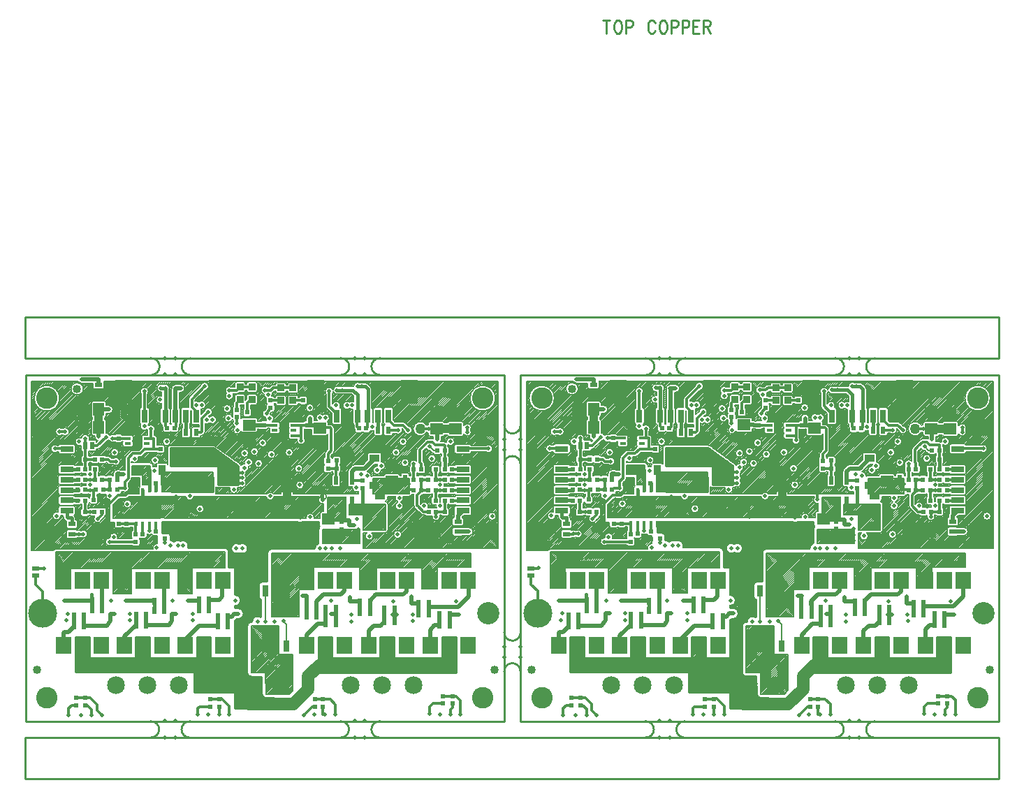
<source format=gbr>
*
%LPD*%
%LN2FOC-TC*%
%FSLAX24Y24*%
%MOIN*%
%SRX1Y1I0.0J0.0*%
%AD*%
%ADD11C,0.010000*%
%ADD12C,0.007870*%
%ADD16C,0.019690*%
%ADD18C,0.009130*%
%ADD20C,0.008000*%
%ADD23C,0.085000*%
%ADD24R,0.102360X0.094490*%
%ADD25R,0.040000X0.040000*%
%ADD26C,0.102360*%
%ADD27R,0.024000X0.035000*%
%ADD28R,0.035000X0.024000*%
%ADD29C,0.040000*%
%ADD30C,0.137800*%
%ADD31C,0.106300*%
%ADD32R,0.021650X0.021650*%
%ADD33R,0.052000X0.060000*%
%ADD34R,0.060000X0.052000*%
%ADD35R,0.160000X0.076000*%
%ADD36R,0.032000X0.032000*%
%ADD37R,0.079920X0.125200*%
%ADD38R,0.029920X0.055120*%
%ADD39R,0.075000X0.084000*%
%ADD40R,0.031500X0.011810*%
%ADD41R,0.029530X0.047240*%
%ADD42R,0.106000X0.063000*%
%ADD43R,0.019690X0.019690*%
%ADD44R,0.048030X0.035830*%
%ADD45R,0.035830X0.048030*%
%ADD46R,0.051180X0.035430*%
%ADD47R,0.015750X0.023620*%
%ADD48R,0.118110X0.102360*%
%ADD49R,0.020870X0.041340*%
%ADD50C,0.050000*%
%ADD51R,0.062990X0.027560*%
%ADD52R,0.118110X0.082680*%
%ADD53R,0.027560X0.062990*%
%ADD54R,0.082680X0.118110*%
%ADD55C,0.020000*%
%ADD56C,0.011810*%
%ADD57C,0.059060*%
%ADD58C,0.039370*%
%ADD59C,0.007870*%
%ADD60C,0.015750*%
%ADD61C,0.000200*%
%ADD62C,0.031500*%
%ADD63C,0.019690*%
G54D11*
G1X7125Y10087D2*
G1X29959Y10087D1*
G1X29959Y26622D1*
G1X7125Y26622D1*
G1X7125Y10087D1*
G1X13104Y26617D2*
G75*
G3X13105Y27417I17J400D1*
G74*
G1X14995Y27417D2*
G75*
G3X14994Y26617I-17J-400D1*
G74*
G1X22154Y26617D2*
G75*
G3X22155Y27417I17J400D1*
G74*
G1X24045Y27417D2*
G75*
G3X24044Y26617I-17J-400D1*
G74*
G1X13094Y9311D2*
G75*
G3X13095Y10087I16J388D1*
G74*
G1X14975Y10086D2*
G75*
G3X14974Y9307I-16J-390D1*
G74*
G1X22154Y9311D2*
G75*
G3X22155Y10087I16J388D1*
G74*
G1X24035Y10086D2*
G75*
G3X24034Y9307I-16J-390D1*
G74*
G1X30741Y12456D2*
G75*
G3X29965Y12457I-388J16D1*
G74*
G1X29966Y14337D2*
G75*
G3X30745Y14337I390J-16D1*
G74*
G1X7118Y29383D2*
G1X53575Y29383D1*
G1X53575Y27415D1*
G1X7118Y27415D1*
G1X7118Y29383D1*
G1X30740Y10092D2*
G1X53575Y10092D1*
G1X53575Y26627D1*
G1X30740Y26627D1*
G1X30740Y10092D1*
G1X7118Y9304D2*
G1X53575Y9304D1*
G1X53575Y7336D1*
G1X7118Y7336D1*
G1X7118Y9304D1*
G1X30741Y22346D2*
G75*
G3X29965Y22347I-388J16D1*
G74*
G1X29966Y24227D2*
G75*
G3X30745Y24227I390J-16D1*
G74*
G1X38605Y27417D2*
G75*
G3X38604Y26617I-17J-400D1*
G74*
G1X36714Y26617D2*
G75*
G3X36715Y27417I17J400D1*
G74*
G1X45764Y26617D2*
G75*
G3X45765Y27417I17J400D1*
G74*
G1X47655Y27417D2*
G75*
G3X47654Y26617I-17J-400D1*
G74*
G1X47645Y10086D2*
G75*
G3X47644Y9307I-16J-390D1*
G74*
G1X45764Y9311D2*
G75*
G3X45765Y10087I16J388D1*
G74*
G1X38585Y10086D2*
G75*
G3X38584Y9307I-16J-390D1*
G74*
G1X36704Y9311D2*
G75*
G3X36705Y10087I16J388D1*
G74*
G1X28266Y19713D2*
G54D12*
G1X28266Y19811D1*
G1X28503Y20047D1*
G1X28503Y20382D1*
G1X28266Y19713D2*
G1X28266Y19614D1*
G1X28749Y19132D1*
G1X28955Y19132D1*
G1X26416Y23197D2*
G1X26593Y23020D1*
G1X26770Y23020D1*
G1X26770Y23020D1*
G1X13788Y24654D2*
G1X13798Y24654D1*
G1X8942Y13704D2*
G54D16*
G1X8942Y14299D1*
G1X8981Y14339D1*
G1X9164Y14339D1*
G1X9424Y14599D1*
G1X9424Y14654D1*
G1X11842Y13704D2*
G1X11842Y14158D1*
G1X12396Y14673D1*
G1X14742Y13704D2*
G1X14743Y13705D1*
G1X14743Y13965D1*
G1X15412Y14634D1*
G1X16294Y14634D1*
G1X20542Y13704D2*
G1X20542Y14213D1*
G1X21062Y14732D1*
G1X21452Y14732D1*
G1X23492Y13704D2*
G1X23492Y14407D1*
G1X23739Y14654D1*
G1X24070Y14654D1*
G1X24247Y14831D1*
G1X26442Y13704D2*
G1X26442Y14457D1*
G1X26652Y14667D1*
G1X26826Y14667D1*
G1X9904Y14910D2*
G1X9904Y15106D1*
G1X9424Y14910D2*
G1X9424Y15106D1*
G1X9172Y15854D2*
G1X9625Y15854D1*
G1X10271Y15854D1*
G1X8955Y15854D2*
G1X9172Y15854D1*
G1X9424Y14654D2*
G1X9424Y14910D1*
G1X9904Y14654D2*
G1X11003Y14654D1*
G1X11180Y14890D1*
G1X11180Y15225D1*
G1X9904Y14654D2*
G1X9904Y14910D1*
G1X11908Y15854D2*
G1X12105Y15854D1*
G1X11180Y15225D2*
G1X11377Y15225D1*
G1X10770Y15854D2*
G1X10770Y15402D1*
G1X10290Y15402D2*
G1X10290Y15854D1*
G1X12876Y14910D2*
G1X12876Y15146D1*
G1X13743Y15854D2*
G1X13743Y15815D1*
G1X12396Y14910D2*
G1X12396Y15146D1*
G1X12105Y15854D2*
G1X13263Y15854D1*
G1X13743Y15815D2*
G1X13743Y15362D1*
G1X12396Y14673D2*
G1X12396Y14910D1*
G1X12876Y14910D2*
G1X12876Y14673D1*
G1X13975Y14673D1*
G1X14113Y14868D1*
G1X14113Y15225D1*
G1X15869Y15854D2*
G1X15869Y15874D1*
G1X14881Y15854D2*
G1X15097Y15854D1*
G1X15392Y15854D1*
G1X14113Y15225D2*
G1X14310Y15225D1*
G1X15869Y15421D2*
G1X15869Y15854D1*
G1X15389Y15421D2*
G1X15392Y15854D1*
G1X15869Y15874D2*
G1X16357Y15874D1*
G1X16514Y16032D1*
G1X16514Y16777D1*
G1X16542Y16804D1*
G1X15389Y15874D2*
G1X15392Y15854D1*
G1X16294Y14851D2*
G1X16294Y15087D1*
G1X16774Y14851D2*
G1X16774Y15087D1*
G1X17085Y15225D2*
G1X17282Y15225D1*
G1X16294Y14634D2*
G1X16294Y14851D1*
G1X16774Y14634D2*
G1X16774Y14851D1*
G1X16774Y15087D2*
G1X16967Y15087D1*
G1X17085Y15225D1*
G1X20526Y15166D2*
G1X20526Y15185D1*
G1X21006Y15166D2*
G1X21006Y15185D1*
G1X21452Y15166D2*
G1X21452Y15185D1*
G1X21932Y15166D2*
G1X21932Y15126D1*
G1X21452Y14851D2*
G1X21452Y15126D1*
G1X21932Y14851D2*
G1X21932Y14732D1*
G1X20530Y15835D2*
G1X20530Y15854D1*
G1X20530Y16071D1*
G1X21026Y15835D2*
G1X21321Y16130D1*
G1X22164Y16130D1*
G1X22342Y16308D1*
G1X22342Y16804D1*
G1X21932Y15126D2*
G1X21932Y14851D1*
G1X20526Y15185D2*
G1X20526Y15205D1*
G1X21006Y15185D2*
G1X21006Y15205D1*
G1X21452Y15185D2*
G1X21452Y15205D1*
G1X20526Y15480D2*
G1X20526Y15638D1*
G1X21006Y15480D2*
G1X21006Y15638D1*
G1X21452Y15126D2*
G1X21452Y15166D1*
G1X20526Y15205D2*
G1X20526Y15480D1*
G1X21006Y15205D2*
G1X21006Y15480D1*
G1X20529Y15811D2*
G1X20530Y15835D1*
G1X21452Y15205D2*
G1X21452Y15480D1*
G1X21932Y15205D2*
G1X21932Y15185D1*
G1X20530Y16071D2*
G1X20550Y16071D1*
G1X21932Y15185D2*
G1X21932Y15166D1*
G1X21026Y15835D2*
G1X21003Y15811D1*
G1X21003Y15642D1*
G1X21006Y15638D1*
G1X20353Y16071D2*
G1X20530Y16071D1*
G1X21908Y15205D2*
G1X21912Y15205D1*
G1X21932Y15185D1*
G1X21711Y15205D2*
G1X21908Y15205D1*
G1X21932Y15480D2*
G1X21932Y15205D1*
G1X21006Y15126D2*
G1X21006Y15166D1*
G1X20526Y15126D2*
G1X20526Y15166D1*
G1X20526Y15638D2*
G1X20529Y15811D1*
G1X21452Y14732D2*
G1X21452Y14851D1*
G1X23085Y15461D2*
G1X23085Y15776D1*
G1X23565Y15461D2*
G1X23565Y15776D1*
G1X22597Y16012D2*
G1X22597Y15795D1*
G1X23066Y15795D1*
G1X23085Y15776D1*
G1X23565Y15264D2*
G1X23565Y15461D1*
G1X23085Y15264D2*
G1X23085Y15461D1*
G1X23565Y15776D2*
G1X23565Y15854D1*
G1X23841Y16130D1*
G1X25136Y16130D1*
G1X25292Y16286D1*
G1X25292Y16804D1*
G1X25881Y15559D2*
G1X25881Y15205D1*
G1X24727Y15264D2*
G1X24727Y15461D1*
G1X24247Y15166D2*
G1X24247Y15264D1*
G1X24247Y15461D1*
G1X25550Y15717D2*
G1X25550Y15697D1*
G1X25881Y15697D1*
G1X25550Y15835D2*
G1X25550Y15717D1*
G1X25881Y15697D2*
G1X25881Y15559D1*
G1X24727Y14831D2*
G1X24727Y15166D1*
G1X24727Y15264D1*
G1X24644Y15166D2*
G1X24727Y15166D1*
G1X25550Y15835D2*
G1X25550Y16032D1*
G1X25881Y15717D2*
G1X25881Y15697D1*
G1X24247Y14831D2*
G1X24247Y15166D1*
G1X28030Y15815D2*
G1X28266Y16051D1*
G1X28266Y16780D1*
G1X26361Y15717D2*
G1X26361Y15697D1*
G1X26361Y15559D1*
G1X27774Y15559D1*
G1X28030Y15815D1*
G1X27617Y15185D2*
G1X27814Y15185D1*
G1X26361Y15205D2*
G1X26361Y15559D1*
G1X27365Y15166D2*
G1X27381Y15189D1*
G1X27381Y15185D1*
G1X27617Y15185D1*
G1X26885Y14693D2*
G1X26885Y15166D1*
G1X27365Y14693D2*
G1X27365Y15166D1*
G1X10770Y16776D2*
G1X10770Y15854D1*
G1X13743Y16704D2*
G1X13743Y15854D1*
G1X28242Y16804D2*
G1X28266Y16780D1*
G1X14762Y19524D2*
G1X13778Y19524D1*
G1X13778Y19162D1*
G1X14743Y19241D2*
G1X14743Y19504D1*
G1X14762Y19524D1*
G1X22203Y19004D2*
G1X22774Y19004D1*
G1X22794Y18984D1*
G1X22400Y19693D2*
G1X22577Y19693D1*
G1X22577Y19457D1*
G1X22814Y19457D1*
G1X22203Y19693D2*
G1X22400Y19693D1*
G1X27755Y19713D2*
G1X27755Y19791D1*
G1X27755Y19910D1*
G1X27932Y20087D1*
G1X27755Y19138D2*
G1X27758Y19142D1*
G1X28070Y19142D1*
G1X27755Y19618D2*
G1X27755Y19713D1*
G1X28070Y19142D2*
G1X28286Y19142D1*
G1X11495Y21622D2*
G1X11495Y21898D1*
G1X11495Y21898D1*
G1X11613Y21898D1*
G1X11633Y21878D1*
G1X11810Y21878D1*
G1X13680Y22055D2*
G1X13680Y21976D1*
G1X13680Y21445D1*
G1X22696Y21799D2*
G1X22696Y21878D1*
G1X22696Y21996D1*
G1X22853Y22154D1*
G1X23306Y22154D1*
G1X23759Y22606D1*
G1X23759Y22614D1*
G1X23778Y22634D1*
G1X22696Y21799D2*
G1X22696Y21573D1*
G1X22705Y21563D1*
G1X27932Y20087D2*
G1X27981Y20136D1*
G1X27991Y20136D1*
G1X10609Y23669D2*
G1X10615Y23669D1*
G1X10615Y24122D1*
G1X13660Y22075D2*
G1X13680Y22055D1*
G1X19467Y23236D2*
G1X20550Y23236D1*
G1X20589Y23276D1*
G1X21160Y23276D1*
G1X21160Y23309D1*
G1X20570Y23866D2*
G1X20570Y23276D1*
G1X20589Y23276D1*
G1X24585Y22297D2*
G1X24585Y22095D1*
G1X25235Y22095D1*
G1X24585Y22311D2*
G1X24585Y22297D1*
G1X26770Y23532D2*
G1X26770Y24037D1*
G1X9113Y24536D2*
G1X9467Y24536D1*
G1X9855Y24536D1*
G1X10615Y24969D2*
G1X11101Y24969D1*
G1X14270Y25973D2*
G1X14280Y25963D1*
G1X14280Y24654D1*
G1X14290Y25973D2*
G1X14526Y25973D1*
G1X16268Y25795D2*
G1X16268Y24880D1*
G1X16436Y24713D1*
G1X16436Y24352D1*
G1X17322Y23467D1*
G1X17794Y23467D1*
G1X17794Y24227D2*
G1X18266Y24227D1*
G1X18266Y24221D1*
G1X18286Y24221D2*
G1X18503Y24221D1*
G1X20963Y25795D2*
G1X20963Y26051D1*
G1X20963Y26051D1*
G1X20973Y26051D1*
G1X20973Y25795D1*
G1X21278Y24221D2*
G1X20707Y24221D1*
G1X20707Y24555D1*
G1X20570Y24221D2*
G1X20707Y24221D1*
G1X20373Y25756D2*
G1X20668Y25756D1*
G1X20707Y25795D1*
G1X20963Y25795D1*
G1X9802Y26406D2*
G1X10609Y26406D1*
G1X10609Y26150D1*
G1X14060Y21038D2*
G54D18*
G1X16055Y21038D1*
G1X16055Y21734D1*
G1X15753Y21734D1*
G1X15748Y21719D1*
G1X15709Y21644D1*
G1X15600Y21512D1*
G1X15464Y21408D1*
G1X15310Y21336D1*
G1X15143Y21299D1*
G1X14972Y21299D1*
G1X14806Y21336D1*
G1X14651Y21408D1*
G1X14516Y21512D1*
G1X14407Y21644D1*
G1X14368Y21719D1*
G1X14363Y21734D1*
G1X14060Y21734D1*
G1X14060Y21038D1*
G1X14099Y21038D2*
G1X14099Y21734D1*
G1X14144Y21038D2*
G1X14144Y21734D1*
G1X14190Y21038D2*
G1X14190Y21734D1*
G1X14236Y21038D2*
G1X14236Y21734D1*
G1X14281Y21038D2*
G1X14281Y21734D1*
G1X14327Y21038D2*
G1X14327Y21734D1*
G1X14373Y21038D2*
G1X14373Y21709D1*
G1X14418Y21038D2*
G1X14418Y21629D1*
G1X14464Y21038D2*
G1X14464Y21575D1*
G1X14510Y21038D2*
G1X14510Y21520D1*
G1X14555Y21038D2*
G1X14555Y21482D1*
G1X14601Y21038D2*
G1X14601Y21447D1*
G1X14647Y21038D2*
G1X14647Y21411D1*
G1X14692Y21038D2*
G1X14692Y21389D1*
G1X14738Y21038D2*
G1X14738Y21367D1*
G1X14784Y21038D2*
G1X14784Y21346D1*
G1X14829Y21038D2*
G1X14829Y21330D1*
G1X14875Y21038D2*
G1X14875Y21320D1*
G1X14921Y21038D2*
G1X14921Y21310D1*
G1X14966Y21038D2*
G1X14966Y21300D1*
G1X15012Y21038D2*
G1X15012Y21299D1*
G1X15058Y21038D2*
G1X15058Y21299D1*
G1X15103Y21038D2*
G1X15103Y21299D1*
G1X15149Y21038D2*
G1X15149Y21300D1*
G1X15195Y21038D2*
G1X15195Y21310D1*
G1X15240Y21038D2*
G1X15240Y21320D1*
G1X15286Y21038D2*
G1X15286Y21330D1*
G1X15332Y21038D2*
G1X15332Y21346D1*
G1X15377Y21038D2*
G1X15377Y21367D1*
G1X15423Y21038D2*
G1X15423Y21389D1*
G1X15469Y21038D2*
G1X15469Y21411D1*
G1X15514Y21038D2*
G1X15514Y21447D1*
G1X15560Y21038D2*
G1X15560Y21482D1*
G1X15606Y21038D2*
G1X15606Y21520D1*
G1X15651Y21038D2*
G1X15651Y21575D1*
G1X15697Y21038D2*
G1X15697Y21629D1*
G1X15743Y21038D2*
G1X15743Y21709D1*
G1X15788Y21038D2*
G1X15788Y21734D1*
G1X15834Y21038D2*
G1X15834Y21734D1*
G1X15880Y21038D2*
G1X15880Y21734D1*
G1X15925Y21038D2*
G1X15925Y21734D1*
G1X15971Y21038D2*
G1X15971Y21734D1*
G1X16017Y21038D2*
G1X16017Y21734D1*
G1X14060Y22416D2*
G1X14363Y22416D1*
G1X14368Y22431D1*
G1X14407Y22506D1*
G1X14516Y22638D1*
G1X14651Y22742D1*
G1X14806Y22814D1*
G1X14972Y22851D1*
G1X15143Y22851D1*
G1X15310Y22814D1*
G1X15464Y22742D1*
G1X15600Y22638D1*
G1X15709Y22506D1*
G1X15748Y22431D1*
G1X15753Y22416D1*
G1X16055Y22416D1*
G1X16055Y23112D1*
G1X14060Y23112D1*
G1X14060Y22416D1*
G1X14099Y22416D2*
G1X14099Y23112D1*
G1X14144Y22416D2*
G1X14144Y23112D1*
G1X14190Y22416D2*
G1X14190Y23112D1*
G1X14236Y22416D2*
G1X14236Y23112D1*
G1X14281Y22416D2*
G1X14281Y23112D1*
G1X14327Y22416D2*
G1X14327Y23112D1*
G1X14373Y22441D2*
G1X14373Y23112D1*
G1X14418Y22521D2*
G1X14418Y23112D1*
G1X14464Y22575D2*
G1X14464Y23112D1*
G1X14510Y22630D2*
G1X14510Y23112D1*
G1X14555Y22668D2*
G1X14555Y23112D1*
G1X14601Y22703D2*
G1X14601Y23112D1*
G1X14647Y22738D2*
G1X14647Y23112D1*
G1X14692Y22761D2*
G1X14692Y23112D1*
G1X14738Y22783D2*
G1X14738Y23112D1*
G1X14784Y22804D2*
G1X14784Y23112D1*
G1X14829Y22820D2*
G1X14829Y23112D1*
G1X14875Y22830D2*
G1X14875Y23112D1*
G1X14921Y22840D2*
G1X14921Y23112D1*
G1X14966Y22850D2*
G1X14966Y23112D1*
G1X15012Y22851D2*
G1X15012Y23112D1*
G1X15058Y22851D2*
G1X15058Y23112D1*
G1X15103Y22851D2*
G1X15103Y23112D1*
G1X15149Y22850D2*
G1X15149Y23112D1*
G1X15195Y22840D2*
G1X15195Y23112D1*
G1X15240Y22830D2*
G1X15240Y23112D1*
G1X15286Y22820D2*
G1X15286Y23112D1*
G1X15332Y22804D2*
G1X15332Y23112D1*
G1X15377Y22783D2*
G1X15377Y23112D1*
G1X15423Y22761D2*
G1X15423Y23112D1*
G1X15469Y22738D2*
G1X15469Y23112D1*
G1X15514Y22703D2*
G1X15514Y23112D1*
G1X15560Y22668D2*
G1X15560Y23112D1*
G1X15606Y22630D2*
G1X15606Y23112D1*
G1X15651Y22575D2*
G1X15651Y23112D1*
G1X15697Y22521D2*
G1X15697Y23112D1*
G1X15743Y22441D2*
G1X15743Y23112D1*
G1X15788Y22416D2*
G1X15788Y23112D1*
G1X15834Y22416D2*
G1X15834Y23112D1*
G1X15880Y22416D2*
G1X15880Y23112D1*
G1X15925Y22416D2*
G1X15925Y23112D1*
G1X15971Y22416D2*
G1X15971Y23112D1*
G1X16017Y22416D2*
G1X16017Y23112D1*
G1X18601Y11387D2*
G54D20*
G1X18581Y12410D1*
G1X17893Y12410D1*
G1X17893Y14633D1*
G1X19211Y14633D1*
G1X19211Y13275D1*
G1X19880Y13275D1*
G1X19880Y11560D1*
G1X19707Y11387D1*
G1X18601Y11387D1*
G1X18858Y15087D2*
G1X18858Y18118D1*
G1X28364Y18118D1*
G1X28364Y17430D1*
G1X26770Y17430D1*
G1X26770Y16426D1*
G1X26023Y16426D1*
G1X26023Y17410D1*
G1X23856Y17410D1*
G1X23856Y16387D1*
G1X23070Y16387D1*
G1X23070Y17430D1*
G1X20884Y17430D1*
G1X20884Y16387D1*
G1X20156Y16387D1*
G1X20156Y15087D1*
G1X18858Y15087D1*
G1X13621Y21032D2*
G1X16061Y21032D1*
G1X16061Y21976D1*
G1X13621Y21976D1*
G1X13621Y21032D1*
G1X12204Y22291D2*
G1X13069Y22291D1*
G1X13069Y21387D1*
G1X12696Y21387D1*
G1X12696Y21859D1*
G1X12204Y21859D1*
G1X12204Y22291D1*
G1X22400Y20775D2*
G1X22400Y19635D1*
G1X21535Y19635D1*
G1X21535Y20775D1*
G1X22400Y20775D1*
G1X21299Y19240D2*
G1X23069Y19240D1*
G1X23069Y18572D1*
G1X21299Y18572D1*
G1X21299Y19240D1*
G1X22558Y20440D2*
G1X24289Y20440D1*
G1X24289Y19221D1*
G1X23247Y19221D1*
G1X23247Y19950D1*
G1X22558Y19950D1*
G1X22558Y20440D1*
G1X23720Y21681D2*
G1X23720Y20954D1*
G1X25431Y20954D1*
G1X25431Y21681D1*
G1X23720Y21681D1*
G1X8562Y16426D2*
G1X9270Y16426D1*
G1X9270Y17391D1*
G1X11318Y17391D1*
G1X11318Y16190D1*
G1X12183Y16190D1*
G1X12183Y17391D1*
G1X14389Y17391D1*
G1X14389Y16190D1*
G1X15077Y16190D1*
G1X15077Y17410D1*
G1X16632Y17410D1*
G1X16632Y18177D1*
G1X8562Y18177D1*
G1X8562Y16426D1*
G1X18590Y11930D2*
G1X19880Y13219D1*
G1X18592Y11830D2*
G1X19880Y13117D1*
G1X18594Y11730D2*
G1X19880Y13016D1*
G1X18596Y11630D2*
G1X19880Y12914D1*
G1X18598Y11530D2*
G1X19880Y12812D1*
G1X18600Y11430D2*
G1X19880Y12710D1*
G1X18658Y11387D2*
G1X19880Y12608D1*
G1X18760Y11387D2*
G1X19880Y12506D1*
G1X18862Y11387D2*
G1X19880Y12405D1*
G1X18964Y11387D2*
G1X19880Y12303D1*
G1X19066Y11387D2*
G1X19880Y12201D1*
G1X19167Y11387D2*
G1X19880Y12099D1*
G1X19269Y11387D2*
G1X19880Y11997D1*
G1X19371Y11387D2*
G1X19880Y11895D1*
G1X19473Y11387D2*
G1X19880Y11794D1*
G1X19575Y11387D2*
G1X19880Y11692D1*
G1X19677Y11387D2*
G1X19880Y11590D1*
G1X18589Y12030D2*
G1X19834Y13275D1*
G1X18587Y12130D2*
G1X19732Y13275D1*
G1X18585Y12229D2*
G1X19630Y13275D1*
G1X18583Y12329D2*
G1X19529Y13275D1*
G1X18562Y12410D2*
G1X19427Y13275D1*
G1X18460Y12410D2*
G1X19325Y13275D1*
G1X18358Y12410D2*
G1X19223Y13275D1*
G1X17893Y13269D2*
G1X19211Y14586D1*
G1X17893Y13167D2*
G1X19211Y14485D1*
G1X17893Y13065D2*
G1X19211Y14383D1*
G1X17893Y12963D2*
G1X19211Y14281D1*
G1X17893Y12861D2*
G1X19211Y14179D1*
G1X17893Y12760D2*
G1X19211Y14077D1*
G1X17893Y12658D2*
G1X19211Y13975D1*
G1X17893Y12556D2*
G1X19211Y13874D1*
G1X17893Y12454D2*
G1X19211Y13772D1*
G1X17951Y12410D2*
G1X19211Y13670D1*
G1X18053Y12410D2*
G1X19211Y13568D1*
G1X18155Y12410D2*
G1X19211Y13466D1*
G1X18256Y12410D2*
G1X19211Y13364D1*
G1X17893Y13371D2*
G1X19156Y14633D1*
G1X17893Y13472D2*
G1X19054Y14633D1*
G1X17893Y13574D2*
G1X18952Y14633D1*
G1X17893Y13676D2*
G1X18850Y14633D1*
G1X17893Y13778D2*
G1X18749Y14633D1*
G1X17893Y13880D2*
G1X18647Y14633D1*
G1X17893Y13981D2*
G1X18545Y14633D1*
G1X17893Y14083D2*
G1X18443Y14633D1*
G1X17893Y14185D2*
G1X18341Y14633D1*
G1X17893Y14287D2*
G1X18239Y14633D1*
G1X17893Y14389D2*
G1X18138Y14633D1*
G1X17893Y14491D2*
G1X18036Y14633D1*
G1X17893Y14592D2*
G1X17934Y14633D1*
G1X27754Y17430D2*
G1X28364Y18040D1*
G1X27856Y17430D2*
G1X28364Y17938D1*
G1X27958Y17430D2*
G1X28364Y17836D1*
G1X28060Y17430D2*
G1X28364Y17735D1*
G1X28161Y17430D2*
G1X28364Y17633D1*
G1X28263Y17430D2*
G1X28364Y17531D1*
G1X27652Y17430D2*
G1X28340Y18118D1*
G1X27550Y17430D2*
G1X28238Y18118D1*
G1X27449Y17430D2*
G1X28136Y18118D1*
G1X27347Y17430D2*
G1X28035Y18118D1*
G1X27245Y17430D2*
G1X27933Y18118D1*
G1X27143Y17430D2*
G1X27831Y18118D1*
G1X27041Y17430D2*
G1X27729Y18118D1*
G1X26940Y17430D2*
G1X27627Y18118D1*
G1X26838Y17430D2*
G1X27525Y18118D1*
G1X26023Y16717D2*
G1X27424Y18118D1*
G1X26023Y16819D2*
G1X27322Y18118D1*
G1X26023Y16921D2*
G1X27220Y18118D1*
G1X26023Y17022D2*
G1X27118Y18118D1*
G1X26023Y17124D2*
G1X27016Y18118D1*
G1X26023Y17226D2*
G1X26914Y18118D1*
G1X26023Y17328D2*
G1X26813Y18118D1*
G1X26023Y16615D2*
G1X26770Y17362D1*
G1X26023Y16513D2*
G1X26770Y17260D1*
G1X26037Y16426D2*
G1X26770Y17158D1*
G1X26139Y16426D2*
G1X26770Y17056D1*
G1X26241Y16426D2*
G1X26770Y16955D1*
G1X26343Y16426D2*
G1X26770Y16853D1*
G1X26445Y16426D2*
G1X26770Y16751D1*
G1X26547Y16426D2*
G1X26770Y16649D1*
G1X26648Y16426D2*
G1X26770Y16547D1*
G1X26750Y16426D2*
G1X26770Y16446D1*
G1X26003Y17410D2*
G1X26711Y18118D1*
G1X25902Y17410D2*
G1X26609Y18118D1*
G1X25800Y17410D2*
G1X26507Y18118D1*
G1X25698Y17410D2*
G1X26405Y18118D1*
G1X25596Y17410D2*
G1X26304Y18118D1*
G1X25494Y17410D2*
G1X26202Y18118D1*
G1X25392Y17410D2*
G1X26100Y18118D1*
G1X25291Y17410D2*
G1X25998Y18118D1*
G1X25189Y17410D2*
G1X25896Y18118D1*
G1X25087Y17410D2*
G1X25794Y18118D1*
G1X24985Y17410D2*
G1X25693Y18118D1*
G1X24883Y17410D2*
G1X25591Y18118D1*
G1X24782Y17410D2*
G1X25489Y18118D1*
G1X24680Y17410D2*
G1X25387Y18118D1*
G1X24578Y17410D2*
G1X25285Y18118D1*
G1X24476Y17410D2*
G1X25183Y18118D1*
G1X24374Y17410D2*
G1X25082Y18118D1*
G1X24272Y17410D2*
G1X24980Y18118D1*
G1X24171Y17410D2*
G1X24878Y18118D1*
G1X24069Y17410D2*
G1X24776Y18118D1*
G1X23967Y17410D2*
G1X24674Y18118D1*
G1X23865Y17410D2*
G1X24573Y18118D1*
G1X23070Y16717D2*
G1X24471Y18118D1*
G1X23070Y16819D2*
G1X24369Y18118D1*
G1X23070Y16921D2*
G1X24267Y18118D1*
G1X23070Y17023D2*
G1X24165Y18118D1*
G1X23070Y17124D2*
G1X24063Y18118D1*
G1X23070Y17226D2*
G1X23962Y18118D1*
G1X23070Y17328D2*
G1X23860Y18118D1*
G1X23070Y16615D2*
G1X23856Y17401D1*
G1X23070Y16513D2*
G1X23856Y17300D1*
G1X23070Y16412D2*
G1X23856Y17198D1*
G1X23147Y16387D2*
G1X23856Y17096D1*
G1X23249Y16387D2*
G1X23856Y16994D1*
G1X23351Y16387D2*
G1X23856Y16892D1*
G1X23452Y16387D2*
G1X23856Y16790D1*
G1X23554Y16387D2*
G1X23856Y16689D1*
G1X23656Y16387D2*
G1X23856Y16587D1*
G1X23758Y16387D2*
G1X23856Y16485D1*
G1X23070Y17430D2*
G1X23758Y18118D1*
G1X22968Y17430D2*
G1X23656Y18118D1*
G1X22867Y17430D2*
G1X23554Y18118D1*
G1X22765Y17430D2*
G1X23452Y18118D1*
G1X22663Y17430D2*
G1X23351Y18118D1*
G1X22561Y17430D2*
G1X23249Y18118D1*
G1X22459Y17430D2*
G1X23147Y18118D1*
G1X22357Y17430D2*
G1X23045Y18118D1*
G1X22256Y17430D2*
G1X22943Y18118D1*
G1X22154Y17430D2*
G1X22842Y18118D1*
G1X22052Y17430D2*
G1X22740Y18118D1*
G1X21950Y17430D2*
G1X22638Y18118D1*
G1X21848Y17430D2*
G1X22536Y18118D1*
G1X21747Y17430D2*
G1X22434Y18118D1*
G1X21645Y17430D2*
G1X22332Y18118D1*
G1X21543Y17430D2*
G1X22231Y18118D1*
G1X21441Y17430D2*
G1X22129Y18118D1*
G1X21339Y17430D2*
G1X22027Y18118D1*
G1X21237Y17430D2*
G1X21925Y18118D1*
G1X21136Y17430D2*
G1X21823Y18118D1*
G1X21034Y17430D2*
G1X21721Y18118D1*
G1X20932Y17430D2*
G1X21620Y18118D1*
G1X18858Y15457D2*
G1X21518Y18118D1*
G1X18858Y15559D2*
G1X21416Y18118D1*
G1X18858Y15661D2*
G1X21314Y18118D1*
G1X18858Y15763D2*
G1X21212Y18118D1*
G1X18858Y15865D2*
G1X21111Y18118D1*
G1X18858Y15967D2*
G1X21009Y18118D1*
G1X18858Y16068D2*
G1X20907Y18118D1*
G1X18858Y15356D2*
G1X20884Y17382D1*
G1X18858Y15254D2*
G1X20884Y17280D1*
G1X18858Y15152D2*
G1X20884Y17178D1*
G1X20194Y16387D2*
G1X20884Y17076D1*
G1X20296Y16387D2*
G1X20884Y16975D1*
G1X20398Y16387D2*
G1X20884Y16873D1*
G1X20500Y16387D2*
G1X20884Y16771D1*
G1X20601Y16387D2*
G1X20884Y16669D1*
G1X20703Y16387D2*
G1X20884Y16567D1*
G1X20805Y16387D2*
G1X20884Y16465D1*
G1X18858Y16170D2*
G1X20805Y18118D1*
G1X18858Y16272D2*
G1X20703Y18118D1*
G1X18858Y16374D2*
G1X20601Y18118D1*
G1X18858Y16476D2*
G1X20500Y18118D1*
G1X18858Y16577D2*
G1X20398Y18118D1*
G1X18858Y16679D2*
G1X20296Y18118D1*
G1X18858Y16781D2*
G1X20194Y18118D1*
G1X18895Y15087D2*
G1X20156Y16348D1*
G1X18997Y15087D2*
G1X20156Y16246D1*
G1X19099Y15087D2*
G1X20156Y16144D1*
G1X19200Y15087D2*
G1X20156Y16043D1*
G1X19302Y15087D2*
G1X20156Y15941D1*
G1X19404Y15087D2*
G1X20156Y15839D1*
G1X19506Y15087D2*
G1X20156Y15737D1*
G1X19608Y15087D2*
G1X20156Y15635D1*
G1X19709Y15087D2*
G1X20156Y15533D1*
G1X19811Y15087D2*
G1X20156Y15432D1*
G1X19913Y15087D2*
G1X20156Y15330D1*
G1X20015Y15087D2*
G1X20156Y15228D1*
G1X20117Y15087D2*
G1X20156Y15126D1*
G1X18858Y16883D2*
G1X20092Y18118D1*
G1X18858Y16985D2*
G1X19990Y18118D1*
G1X18858Y17087D2*
G1X19889Y18118D1*
G1X18858Y17188D2*
G1X19787Y18118D1*
G1X18858Y17290D2*
G1X19685Y18118D1*
G1X18858Y17392D2*
G1X19583Y18118D1*
G1X18858Y17494D2*
G1X19481Y18118D1*
G1X18858Y17596D2*
G1X19380Y18118D1*
G1X18858Y17698D2*
G1X19278Y18118D1*
G1X18858Y17799D2*
G1X19176Y18118D1*
G1X18858Y17901D2*
G1X19074Y18118D1*
G1X18858Y18003D2*
G1X18972Y18118D1*
G1X18858Y18105D2*
G1X18870Y18118D1*
G1X15145Y21032D2*
G1X16061Y21948D1*
G1X15247Y21032D2*
G1X16061Y21847D1*
G1X15349Y21032D2*
G1X16061Y21745D1*
G1X15450Y21032D2*
G1X16061Y21643D1*
G1X15552Y21032D2*
G1X16061Y21541D1*
G1X15654Y21032D2*
G1X16061Y21439D1*
G1X15756Y21032D2*
G1X16061Y21337D1*
G1X15858Y21032D2*
G1X16061Y21236D1*
G1X15960Y21032D2*
G1X16061Y21134D1*
G1X15043Y21032D2*
G1X15987Y21976D1*
G1X14941Y21032D2*
G1X15885Y21976D1*
G1X14839Y21032D2*
G1X15783Y21976D1*
G1X14738Y21032D2*
G1X15681Y21976D1*
G1X14636Y21032D2*
G1X15579Y21976D1*
G1X14534Y21032D2*
G1X15478Y21976D1*
G1X14432Y21032D2*
G1X15376Y21976D1*
G1X14330Y21032D2*
G1X15274Y21976D1*
G1X14229Y21032D2*
G1X15172Y21976D1*
G1X14127Y21032D2*
G1X15070Y21976D1*
G1X14025Y21032D2*
G1X14968Y21976D1*
G1X13923Y21032D2*
G1X14867Y21976D1*
G1X13821Y21032D2*
G1X14765Y21976D1*
G1X13719Y21032D2*
G1X14663Y21976D1*
G1X13621Y21036D2*
G1X14561Y21976D1*
G1X13621Y21138D2*
G1X14459Y21976D1*
G1X13621Y21240D2*
G1X14358Y21976D1*
G1X13621Y21342D2*
G1X14256Y21976D1*
G1X13621Y21443D2*
G1X14154Y21976D1*
G1X13621Y21545D2*
G1X14052Y21976D1*
G1X13621Y21647D2*
G1X13950Y21976D1*
G1X13621Y21749D2*
G1X13848Y21976D1*
G1X13621Y21851D2*
G1X13747Y21976D1*
G1X13621Y21953D2*
G1X13645Y21976D1*
G1X12696Y21828D2*
G1X13069Y22201D1*
G1X12696Y21726D2*
G1X13069Y22099D1*
G1X12696Y21625D2*
G1X13069Y21997D1*
G1X12696Y21523D2*
G1X13069Y21895D1*
G1X12696Y21421D2*
G1X13069Y21794D1*
G1X12764Y21387D2*
G1X13069Y21692D1*
G1X12866Y21387D2*
G1X13069Y21590D1*
G1X12967Y21387D2*
G1X13069Y21488D1*
G1X12625Y21859D2*
G1X13057Y22291D1*
G1X12523Y21859D2*
G1X12955Y22291D1*
G1X12422Y21859D2*
G1X12853Y22291D1*
G1X12320Y21859D2*
G1X12752Y22291D1*
G1X12218Y21859D2*
G1X12650Y22291D1*
G1X12204Y21947D2*
G1X12548Y22291D1*
G1X12204Y22049D2*
G1X12446Y22291D1*
G1X12204Y22151D2*
G1X12344Y22291D1*
G1X12204Y22252D2*
G1X12242Y22291D1*
G1X21535Y19890D2*
G1X22400Y20754D1*
G1X21535Y19788D2*
G1X22400Y20653D1*
G1X21535Y19686D2*
G1X22400Y20551D1*
G1X21585Y19635D2*
G1X22400Y20449D1*
G1X21687Y19635D2*
G1X22400Y20347D1*
G1X21789Y19635D2*
G1X22400Y20245D1*
G1X21891Y19635D2*
G1X22400Y20144D1*
G1X21993Y19635D2*
G1X22400Y20042D1*
G1X22094Y19635D2*
G1X22400Y19940D1*
G1X22196Y19635D2*
G1X22400Y19838D1*
G1X22298Y19635D2*
G1X22400Y19736D1*
G1X21535Y19991D2*
G1X22319Y20775D1*
G1X21535Y20093D2*
G1X22217Y20775D1*
G1X21535Y20195D2*
G1X22115Y20775D1*
G1X21535Y20297D2*
G1X22013Y20775D1*
G1X21535Y20399D2*
G1X21911Y20775D1*
G1X21535Y20501D2*
G1X21809Y20775D1*
G1X21535Y20602D2*
G1X21708Y20775D1*
G1X21535Y20704D2*
G1X21606Y20775D1*
G1X22458Y18572D2*
G1X23069Y19182D1*
G1X22560Y18572D2*
G1X23069Y19081D1*
G1X22662Y18572D2*
G1X23069Y18979D1*
G1X22764Y18572D2*
G1X23069Y18877D1*
G1X22866Y18572D2*
G1X23069Y18775D1*
G1X22967Y18572D2*
G1X23069Y18673D1*
G1X22356Y18572D2*
G1X23024Y19240D1*
G1X22255Y18572D2*
G1X22923Y19240D1*
G1X22153Y18572D2*
G1X22821Y19240D1*
G1X22051Y18572D2*
G1X22719Y19240D1*
G1X21949Y18572D2*
G1X22617Y19240D1*
G1X21847Y18572D2*
G1X22515Y19240D1*
G1X21745Y18572D2*
G1X22414Y19240D1*
G1X21644Y18572D2*
G1X22312Y19240D1*
G1X21542Y18572D2*
G1X22210Y19240D1*
G1X21440Y18572D2*
G1X22108Y19240D1*
G1X21338Y18572D2*
G1X22006Y19240D1*
G1X21299Y18634D2*
G1X21904Y19240D1*
G1X21299Y18736D2*
G1X21803Y19240D1*
G1X21299Y18837D2*
G1X21701Y19240D1*
G1X21299Y18939D2*
G1X21599Y19240D1*
G1X21299Y19041D2*
G1X21497Y19240D1*
G1X21299Y19143D2*
G1X21395Y19240D1*
G1X23247Y19299D2*
G1X24289Y20341D1*
G1X23271Y19221D2*
G1X24289Y20239D1*
G1X23373Y19221D2*
G1X24289Y20137D1*
G1X23475Y19221D2*
G1X24289Y20036D1*
G1X23577Y19221D2*
G1X24289Y19934D1*
G1X23679Y19221D2*
G1X24289Y19832D1*
G1X23781Y19221D2*
G1X24289Y19730D1*
G1X23882Y19221D2*
G1X24289Y19628D1*
G1X23984Y19221D2*
G1X24289Y19526D1*
G1X24086Y19221D2*
G1X24289Y19425D1*
G1X24188Y19221D2*
G1X24289Y19323D1*
G1X23247Y19401D2*
G1X24287Y20440D1*
G1X23247Y19503D2*
G1X24185Y20440D1*
G1X23247Y19604D2*
G1X24083Y20440D1*
G1X23247Y19706D2*
G1X23982Y20440D1*
G1X23247Y19808D2*
G1X23880Y20440D1*
G1X23247Y19910D2*
G1X23778Y20440D1*
G1X23185Y19950D2*
G1X23676Y20440D1*
G1X23083Y19950D2*
G1X23574Y20440D1*
G1X22982Y19950D2*
G1X23472Y20440D1*
G1X22880Y19950D2*
G1X23371Y20440D1*
G1X22778Y19950D2*
G1X23269Y20440D1*
G1X22676Y19950D2*
G1X23167Y20440D1*
G1X22574Y19950D2*
G1X23065Y20440D1*
G1X22558Y20036D2*
G1X22963Y20440D1*
G1X22558Y20137D2*
G1X22861Y20440D1*
G1X22558Y20239D2*
G1X22760Y20440D1*
G1X22558Y20341D2*
G1X22658Y20440D1*
G1X24719Y20954D2*
G1X25431Y21666D1*
G1X24820Y20954D2*
G1X25431Y21564D1*
G1X24922Y20954D2*
G1X25431Y21462D1*
G1X25024Y20954D2*
G1X25431Y21361D1*
G1X25126Y20954D2*
G1X25431Y21259D1*
G1X25228Y20954D2*
G1X25431Y21157D1*
G1X25330Y20954D2*
G1X25431Y21055D1*
G1X24617Y20954D2*
G1X25344Y21681D1*
G1X24515Y20954D2*
G1X25242Y21681D1*
G1X24413Y20954D2*
G1X25140Y21681D1*
G1X24311Y20954D2*
G1X25038Y21681D1*
G1X24210Y20954D2*
G1X24937Y21681D1*
G1X24108Y20954D2*
G1X24835Y21681D1*
G1X24006Y20954D2*
G1X24733Y21681D1*
G1X23904Y20954D2*
G1X24631Y21681D1*
G1X23802Y20954D2*
G1X24529Y21681D1*
G1X23720Y20973D2*
G1X24427Y21681D1*
G1X23720Y21075D2*
G1X24326Y21681D1*
G1X23720Y21177D2*
G1X24224Y21681D1*
G1X23720Y21278D2*
G1X24122Y21681D1*
G1X23720Y21380D2*
G1X24020Y21681D1*
G1X23720Y21482D2*
G1X23918Y21681D1*
G1X23720Y21584D2*
G1X23817Y21681D1*
G1X15918Y17410D2*
G1X16632Y18124D1*
G1X16020Y17410D2*
G1X16632Y18022D1*
G1X16122Y17410D2*
G1X16632Y17920D1*
G1X16223Y17410D2*
G1X16632Y17819D1*
G1X16325Y17410D2*
G1X16632Y17717D1*
G1X16427Y17410D2*
G1X16632Y17615D1*
G1X16529Y17410D2*
G1X16632Y17513D1*
G1X16631Y17410D2*
G1X16632Y17411D1*
G1X15816Y17410D2*
G1X16583Y18177D1*
G1X15714Y17410D2*
G1X16481Y18177D1*
G1X15613Y17410D2*
G1X16379Y18177D1*
G1X15511Y17410D2*
G1X16277Y18177D1*
G1X15409Y17410D2*
G1X16175Y18177D1*
G1X15307Y17410D2*
G1X16074Y18177D1*
G1X15205Y17410D2*
G1X15972Y18177D1*
G1X15103Y17410D2*
G1X15870Y18177D1*
G1X14389Y16798D2*
G1X15768Y18177D1*
G1X14389Y16900D2*
G1X15666Y18177D1*
G1X14389Y17001D2*
G1X15564Y18177D1*
G1X14389Y17103D2*
G1X15463Y18177D1*
G1X14389Y17205D2*
G1X15361Y18177D1*
G1X14389Y17307D2*
G1X15259Y18177D1*
G1X14371Y17391D2*
G1X15157Y18177D1*
G1X14389Y16696D2*
G1X15077Y17384D1*
G1X14389Y16594D2*
G1X15077Y17282D1*
G1X14389Y16492D2*
G1X15077Y17180D1*
G1X14389Y16390D2*
G1X15077Y17078D1*
G1X14389Y16289D2*
G1X15077Y16976D1*
G1X14392Y16190D2*
G1X15077Y16874D1*
G1X14494Y16190D2*
G1X15077Y16773D1*
G1X14596Y16190D2*
G1X15077Y16671D1*
G1X14698Y16190D2*
G1X15077Y16569D1*
G1X14799Y16190D2*
G1X15077Y16467D1*
G1X14901Y16190D2*
G1X15077Y16365D1*
G1X15003Y16190D2*
G1X15077Y16264D1*
G1X14269Y17391D2*
G1X15055Y18177D1*
G1X14167Y17391D2*
G1X14953Y18177D1*
G1X14066Y17391D2*
G1X14852Y18177D1*
G1X13964Y17391D2*
G1X14750Y18177D1*
G1X13862Y17391D2*
G1X14648Y18177D1*
G1X13760Y17391D2*
G1X14546Y18177D1*
G1X13658Y17391D2*
G1X14444Y18177D1*
G1X13556Y17391D2*
G1X14343Y18177D1*
G1X13455Y17391D2*
G1X14241Y18177D1*
G1X13353Y17391D2*
G1X14139Y18177D1*
G1X13251Y17391D2*
G1X14037Y18177D1*
G1X13149Y17391D2*
G1X13935Y18177D1*
G1X13047Y17391D2*
G1X13833Y18177D1*
G1X12945Y17391D2*
G1X13732Y18177D1*
G1X12844Y17391D2*
G1X13630Y18177D1*
G1X12742Y17391D2*
G1X13528Y18177D1*
G1X12640Y17391D2*
G1X13426Y18177D1*
G1X12538Y17391D2*
G1X13324Y18177D1*
G1X12436Y17391D2*
G1X13222Y18177D1*
G1X12335Y17391D2*
G1X13121Y18177D1*
G1X12233Y17391D2*
G1X13019Y18177D1*
G1X11318Y16578D2*
G1X12917Y18177D1*
G1X11318Y16680D2*
G1X12815Y18177D1*
G1X11318Y16782D2*
G1X12713Y18177D1*
G1X11318Y16883D2*
G1X12612Y18177D1*
G1X11318Y16985D2*
G1X12510Y18177D1*
G1X11318Y17087D2*
G1X12408Y18177D1*
G1X11318Y17189D2*
G1X12306Y18177D1*
G1X11318Y17291D2*
G1X12204Y18177D1*
G1X11318Y16476D2*
G1X12183Y17341D1*
G1X11318Y16374D2*
G1X12183Y17239D1*
G1X11318Y16272D2*
G1X12183Y17137D1*
G1X11337Y16190D2*
G1X12183Y17035D1*
G1X11439Y16190D2*
G1X12183Y16934D1*
G1X11541Y16190D2*
G1X12183Y16832D1*
G1X11643Y16190D2*
G1X12183Y16730D1*
G1X11745Y16190D2*
G1X12183Y16628D1*
G1X11846Y16190D2*
G1X12183Y16526D1*
G1X11948Y16190D2*
G1X12183Y16425D1*
G1X12050Y16190D2*
G1X12183Y16323D1*
G1X12152Y16190D2*
G1X12183Y16221D1*
G1X11316Y17391D2*
G1X12102Y18177D1*
G1X11214Y17391D2*
G1X12001Y18177D1*
G1X11113Y17391D2*
G1X11899Y18177D1*
G1X11011Y17391D2*
G1X11797Y18177D1*
G1X10909Y17391D2*
G1X11695Y18177D1*
G1X10807Y17391D2*
G1X11593Y18177D1*
G1X10705Y17391D2*
G1X11491Y18177D1*
G1X10604Y17391D2*
G1X11390Y18177D1*
G1X10502Y17391D2*
G1X11288Y18177D1*
G1X10400Y17391D2*
G1X11186Y18177D1*
G1X10298Y17391D2*
G1X11084Y18177D1*
G1X10196Y17391D2*
G1X10982Y18177D1*
G1X10094Y17391D2*
G1X10881Y18177D1*
G1X9993Y17391D2*
G1X10779Y18177D1*
G1X9891Y17391D2*
G1X10677Y18177D1*
G1X9789Y17391D2*
G1X10575Y18177D1*
G1X9687Y17391D2*
G1X10473Y18177D1*
G1X9585Y17391D2*
G1X10371Y18177D1*
G1X9483Y17391D2*
G1X10270Y18177D1*
G1X9382Y17391D2*
G1X10168Y18177D1*
G1X9280Y17391D2*
G1X10066Y18177D1*
G1X8562Y16775D2*
G1X9964Y18177D1*
G1X8562Y16877D2*
G1X9862Y18177D1*
G1X8562Y16979D2*
G1X9760Y18177D1*
G1X8562Y17080D2*
G1X9659Y18177D1*
G1X8562Y17182D2*
G1X9557Y18177D1*
G1X8562Y17284D2*
G1X9455Y18177D1*
G1X8562Y17386D2*
G1X9353Y18177D1*
G1X8562Y16673D2*
G1X9270Y17380D1*
G1X8562Y16571D2*
G1X9270Y17279D1*
G1X8562Y16469D2*
G1X9270Y17177D1*
G1X8621Y16426D2*
G1X9270Y17075D1*
G1X8723Y16426D2*
G1X9270Y16973D1*
G1X8824Y16426D2*
G1X9270Y16871D1*
G1X8926Y16426D2*
G1X9270Y16770D1*
G1X9028Y16426D2*
G1X9270Y16668D1*
G1X9130Y16426D2*
G1X9270Y16566D1*
G1X9232Y16426D2*
G1X9270Y16464D1*
G1X8562Y17488D2*
G1X9251Y18177D1*
G1X8562Y17589D2*
G1X9150Y18177D1*
G1X8562Y17691D2*
G1X9048Y18177D1*
G1X8562Y17793D2*
G1X8946Y18177D1*
G1X8562Y17895D2*
G1X8844Y18177D1*
G1X8562Y17997D2*
G1X8742Y18177D1*
G1X8562Y18099D2*
G1X8640Y18177D1*
G1X29586Y19870D2*
G75*
G3X29586Y19870I-198J0D1*
G74*
G1X25078Y19004D2*
G75*
G3X25078Y19004I-198J0D1*
G74*
G1X26712Y22626D2*
G75*
G3X26712Y22626I-198J0D1*
G74*
G1X29553Y25504D2*
G75*
G3X29553Y25504I-611J0D1*
G74*
G1X25432Y22429D2*
G75*
G3X25432Y22429I-198J0D1*
G74*
G1X24999Y22921D2*
G75*
G3X24999Y22921I-198J0D1*
G74*
G1X25334Y23433D2*
G75*
G3X25334Y23433I-198J0D1*
G74*
G1X20885Y25047D2*
G75*
G3X20885Y25047I-198J0D1*
G74*
G1X14054Y23433D2*
G75*
G3X14054Y23433I-198J0D1*
G74*
G1X11574Y22921D2*
G75*
G3X11574Y22921I-198J0D1*
G74*
G1X9884Y25953D2*
G75*
G3X9884Y25953I-299J0D1*
G74*
G1X8753Y25504D2*
G75*
G3X8753Y25504I-611J0D1*
G74*
G1X16948Y25008D2*
G75*
G3X16948Y25008I-198J0D1*
G74*
G1X18444Y22390D2*
G75*
G3X18444Y22390I-198J0D1*
G74*
G1X18247Y22961D2*
G75*
G3X18247Y22961I-198J0D1*
G74*
G1X18641Y23374D2*
G75*
G3X18641Y23374I-198J0D1*
G74*
G1X17775Y22882D2*
G75*
G3X17775Y22882I-198J0D1*
G74*
G1X19054Y22823D2*
G75*
G3X19054Y22823I-198J0D1*
G74*
G1X19901Y22921D2*
G75*
G3X19901Y22921I-198J0D1*
G74*
G1X20413Y21366D2*
G75*
G3X20413Y21366I-198J0D1*
G74*
G1X20354Y22154D2*
G75*
G3X20354Y22154I-198J0D1*
G74*
G1X15649Y20225D2*
G75*
G3X15649Y20225I-198J0D1*
G74*
G1X12184Y20461D2*
G75*
G3X12184Y20461I-198J0D1*
G74*
G1X29685Y18355D2*
G1X29685Y26297D1*
G1X10879Y26297D1*
G1X10883Y26270D2*
G75*
G3X10879Y26297I-99J0D1*
G74*
G1X10883Y26270D2*
G1X10883Y26030D1*
G1X10784Y25931D2*
G75*
G3X10883Y26030I0J99D1*
G74*
G1X10784Y25931D2*
G1X10434Y25931D1*
G1X10335Y26030D2*
G75*
G3X10434Y25931I99J0D1*
G74*
G1X10335Y26030D2*
G1X10335Y26208D1*
G1X9802Y26208D1*
G1X9637Y26297D2*
G75*
G3X9802Y26208I165J109D1*
G74*
G1X9637Y26297D2*
G1X7415Y26297D1*
G1X7415Y18237D1*
G1X8437Y18237D1*
G1X8562Y18316D2*
G75*
G3X8437Y18237I0J-139D1*
G74*
G1X8562Y18316D2*
G1X13196Y18316D1*
G1X13404Y18571D2*
G75*
G3X13196Y18316I-19J-197D1*
G74*
G1X13404Y18571D2*
G1X13404Y18935D1*
G1X13237Y18935D1*
G1X13139Y19017D2*
G75*
G3X13237Y18935I98J17D1*
G74*
G1X12923Y19016D2*
G75*
G3X13139Y19017I108J166D1*
G74*
G1X12923Y19016D2*
G1X12923Y18916D1*
G1X12824Y18816D2*
G75*
G3X12923Y18916I0J99D1*
G74*
G1X12824Y18816D2*
G1X12607Y18816D1*
G1X12561Y18828D2*
G75*
G3X12607Y18816I46J88D1*
G74*
G1X12560Y18827D2*
G75*
G3X12561Y18828I-71J69D1*
G74*
G1X12588Y18758D2*
G75*
G3X12560Y18827I-99J0D1*
G74*
G1X12588Y18758D2*
G1X12588Y18541D1*
G1X12489Y18442D2*
G75*
G3X12588Y18541I0J99D1*
G74*
G1X12489Y18442D2*
G1X12272Y18442D1*
G1X12187Y18492D2*
G75*
G3X12272Y18442I86J50D1*
G74*
G1X12187Y18492D2*
G1X11239Y18492D1*
G1X11144Y18846D2*
G75*
G3X11239Y18492I-23J-196D1*
G74*
G1X11519Y18808D2*
G75*
G3X11144Y18846I-181J78D1*
G74*
G1X11519Y18808D2*
G1X12187Y18808D1*
G1X12201Y18827D2*
G75*
G3X12187Y18808I71J-69D1*
G74*
G1X12173Y18896D2*
G75*
G3X12201Y18827I99J0D1*
G74*
G1X12173Y18896D2*
G1X12173Y19112D1*
G1X12222Y19198D2*
G75*
G3X12173Y19112I50J-86D1*
G74*
G1X12222Y19198D2*
G1X12222Y19358D1*
G1X12141Y19358D1*
G1X12056Y19309D2*
G75*
G3X12141Y19358I0J99D1*
G74*
G1X12056Y19309D2*
G1X11839Y19309D1*
G1X11761Y19348D2*
G75*
G3X11839Y19309I79J60D1*
G74*
G1X11682Y19309D2*
G75*
G3X11761Y19348I0J99D1*
G74*
G1X11682Y19309D2*
G1X11465Y19309D1*
G1X11366Y19408D2*
G75*
G3X11465Y19309I99J0D1*
G74*
G1X11366Y19408D2*
G1X11366Y19576D1*
G1X11140Y19577D1*
G1X11140Y20657D1*
G1X10956Y20925D2*
G75*
G3X11140Y20657I184J-71D1*
G74*
G1X10934Y20923D2*
G75*
G3X10956Y20925I0J99D1*
G74*
G1X10934Y20923D2*
G1X10717Y20923D1*
G1X10648Y20951D2*
G75*
G3X10717Y20923I69J71D1*
G74*
G1X10579Y20923D2*
G75*
G3X10648Y20951I0J99D1*
G74*
G1X10579Y20923D2*
G1X10531Y20923D1*
G1X10531Y20852D1*
G1X10580Y20766D2*
G75*
G3X10531Y20852I-99J0D1*
G74*
G1X10580Y20766D2*
G1X10580Y20549D1*
G1X10481Y20450D2*
G75*
G3X10580Y20549I0J99D1*
G74*
G1X10481Y20450D2*
G1X10264Y20450D1*
G1X10167Y20534D2*
G75*
G3X10264Y20450I98J16D1*
G74*
G1X10167Y20534D2*
G1X10167Y20510D1*
G1X10117Y20424D2*
G75*
G3X10167Y20510I-50J86D1*
G74*
G1X10117Y20424D2*
G1X10117Y20261D1*
G1X10120Y20260D2*
G75*
G3X10117Y20261I-52J-84D1*
G74*
G1X10254Y20280D2*
G75*
G3X10120Y20260I-38J-194D1*
G74*
G1X10304Y20294D2*
G75*
G3X10254Y20280I0J-99D1*
G74*
G1X10304Y20294D2*
G1X10520Y20294D1*
G1X10589Y20266D2*
G75*
G3X10520Y20294I-69J-71D1*
G74*
G1X10658Y20294D2*
G75*
G3X10589Y20266I0J-99D1*
G74*
G1X10658Y20294D2*
G1X10875Y20294D1*
G1X10974Y20195D2*
G75*
G3X10875Y20294I-99J0D1*
G74*
G1X10974Y20195D2*
G1X10974Y19979D1*
G1X10920Y19890D2*
G75*
G3X10974Y19979I-45J88D1*
G74*
G1X10878Y19817D2*
G75*
G3X10920Y19890I-112J112D1*
G74*
G1X10878Y19817D2*
G1X10780Y19719D1*
G1X10767Y19707D2*
G75*
G3X10780Y19719I-99J123D1*
G74*
G1X10767Y19707D2*
G1X10761Y19703D1*
G1X10419Y19879D2*
G75*
G3X10761Y19703I151J-127D1*
G74*
G1X10419Y19879D2*
G1X10304Y19879D1*
G1X10254Y19893D2*
G75*
G3X10304Y19879I50J86D1*
G74*
G1X10148Y19901D2*
G75*
G3X10254Y19893I67J186D1*
G74*
G1X10068Y19860D2*
G75*
G3X10148Y19901I0J99D1*
G74*
G1X10068Y19860D2*
G1X9851Y19860D1*
G1X9752Y19959D2*
G75*
G3X9851Y19860I99J0D1*
G74*
G1X9752Y19959D2*
G1X9752Y20175D1*
G1X9801Y20261D2*
G75*
G3X9752Y20175I50J-86D1*
G74*
G1X9801Y20261D2*
G1X9801Y20424D1*
G1X9782Y20439D2*
G75*
G3X9801Y20424I69J71D1*
G74*
G1X9713Y20411D2*
G75*
G3X9782Y20439I0J99D1*
G74*
G1X9713Y20411D2*
G1X9497Y20411D1*
G1X9472Y20414D2*
G75*
G3X9497Y20411I25J96D1*
G74*
G1X9408Y20391D2*
G75*
G3X9472Y20414I0J99D1*
G74*
G1X9408Y20391D2*
G1X8778Y20391D1*
G1X8679Y20490D2*
G75*
G3X8778Y20391I99J0D1*
G74*
G1X8679Y20490D2*
G1X8679Y20766D1*
G1X8778Y20865D2*
G75*
G3X8679Y20766I0J-99D1*
G74*
G1X8778Y20865D2*
G1X9408Y20865D1*
G1X9488Y20825D2*
G75*
G3X9408Y20865I-79J-59D1*
G74*
G1X9497Y20826D2*
G75*
G3X9488Y20825I0J-99D1*
G74*
G1X9497Y20826D2*
G1X9713Y20826D1*
G1X9782Y20798D2*
G75*
G3X9713Y20826I-69J-71D1*
G74*
G1X9851Y20826D2*
G75*
G3X9782Y20798I0J-99D1*
G74*
G1X9851Y20826D2*
G1X10068Y20826D1*
G1X10165Y20742D2*
G75*
G3X10068Y20826I-98J-16D1*
G74*
G1X10165Y20742D2*
G1X10165Y20766D1*
G1X10215Y20852D2*
G75*
G3X10165Y20766I50J-86D1*
G74*
G1X10215Y20852D2*
G1X10215Y20914D1*
G1X10110Y20932D2*
G75*
G3X10215Y20914I85J178D1*
G74*
G1X10068Y20923D2*
G75*
G3X10110Y20932I0J99D1*
G74*
G1X10068Y20923D2*
G1X9851Y20923D1*
G1X9782Y20951D2*
G75*
G3X9851Y20923I69J71D1*
G74*
G1X9713Y20923D2*
G75*
G3X9782Y20951I0J99D1*
G74*
G1X9713Y20923D2*
G1X9497Y20923D1*
G1X9488Y20923D2*
G75*
G3X9497Y20923I9J99D1*
G74*
G1X9408Y20883D2*
G75*
G3X9488Y20923I0J99D1*
G74*
G1X9408Y20883D2*
G1X8778Y20883D1*
G1X8679Y20982D2*
G75*
G3X8778Y20883I99J0D1*
G74*
G1X8679Y20982D2*
G1X8679Y21258D1*
G1X8778Y21357D2*
G75*
G3X8679Y21258I0J-99D1*
G74*
G1X8778Y21357D2*
G1X9408Y21357D1*
G1X9472Y21334D2*
G75*
G3X9408Y21357I-63J-76D1*
G74*
G1X9497Y21337D2*
G75*
G3X9472Y21334I0J-99D1*
G74*
G1X9497Y21337D2*
G1X9713Y21337D1*
G1X9782Y21310D2*
G75*
G3X9713Y21337I-69J-71D1*
G74*
G1X9851Y21337D2*
G75*
G3X9782Y21310I0J-99D1*
G74*
G1X9851Y21337D2*
G1X10000Y21337D1*
G1X10004Y21415D2*
G75*
G3X10000Y21337I191J-49D1*
G74*
G1X10004Y21415D2*
G1X9871Y21415D1*
G1X9802Y21443D2*
G75*
G3X9871Y21415I69J71D1*
G74*
G1X9733Y21415D2*
G75*
G3X9802Y21443I0J99D1*
G74*
G1X9733Y21415D2*
G1X9516Y21415D1*
G1X9490Y21419D2*
G75*
G3X9516Y21415I27J95D1*
G74*
G1X9408Y21376D2*
G75*
G3X9490Y21419I0J99D1*
G74*
G1X9408Y21376D2*
G1X8778Y21376D1*
G1X8679Y21475D2*
G75*
G3X8778Y21376I99J0D1*
G74*
G1X8679Y21475D2*
G1X8679Y21750D1*
G1X8778Y21849D2*
G75*
G3X8679Y21750I0J-99D1*
G74*
G1X8778Y21849D2*
G1X9408Y21849D1*
G1X9477Y21821D2*
G75*
G3X9408Y21849I-69J-71D1*
G74*
G1X9516Y21830D2*
G75*
G3X9477Y21821I0J-99D1*
G74*
G1X9516Y21830D2*
G1X9733Y21830D1*
G1X9802Y21802D2*
G75*
G3X9733Y21830I-69J-71D1*
G74*
G1X9871Y21830D2*
G75*
G3X9802Y21802I0J-99D1*
G74*
G1X9871Y21830D2*
G1X10004Y21830D1*
G1X10000Y21907D2*
G75*
G3X10004Y21830I195J-29D1*
G74*
G1X10000Y21907D2*
G1X9871Y21907D1*
G1X9802Y21935D2*
G75*
G3X9871Y21907I69J71D1*
G74*
G1X9733Y21907D2*
G75*
G3X9802Y21935I0J99D1*
G74*
G1X9733Y21907D2*
G1X9516Y21907D1*
G1X9490Y21911D2*
G75*
G3X9516Y21907I27J95D1*
G74*
G1X9408Y21868D2*
G75*
G3X9490Y21911I0J99D1*
G74*
G1X9408Y21868D2*
G1X8778Y21868D1*
G1X8679Y21967D2*
G75*
G3X8778Y21868I99J0D1*
G74*
G1X8679Y21967D2*
G1X8679Y22242D1*
G1X8778Y22341D2*
G75*
G3X8679Y22242I0J-99D1*
G74*
G1X8778Y22341D2*
G1X9408Y22341D1*
G1X9477Y22313D2*
G75*
G3X9408Y22341I-69J-71D1*
G74*
G1X9516Y22322D2*
G75*
G3X9477Y22313I0J-99D1*
G74*
G1X9516Y22322D2*
G1X9733Y22322D1*
G1X9802Y22294D2*
G75*
G3X9733Y22322I-69J-71D1*
G74*
G1X9821Y22308D2*
G75*
G3X9802Y22294I50J-86D1*
G74*
G1X9821Y22308D2*
G1X9821Y22393D1*
G1X9772Y22479D2*
G75*
G3X9821Y22393I99J0D1*
G74*
G1X9772Y22479D2*
G1X9772Y22695D1*
G1X9821Y22781D2*
G75*
G3X9772Y22695I50J-86D1*
G74*
G1X9821Y22781D2*
G1X9821Y22970D1*
G1X9760Y23061D2*
G75*
G3X9821Y22970I99J0D1*
G74*
G1X9760Y23061D2*
G1X9760Y23251D1*
G1X9782Y23605D2*
G75*
G3X9760Y23251I-98J-171D1*
G74*
G1X10159Y23509D2*
G75*
G3X9782Y23605I-180J81D1*
G74*
G1X10174Y23510D2*
G75*
G3X10159Y23509I0J-99D1*
G74*
G1X10174Y23510D2*
G1X10414Y23510D1*
G1X10512Y23423D2*
G75*
G3X10414Y23510I-99J-11D1*
G74*
G1X10512Y23423D2*
G1X10566Y23477D1*
G1X10417Y23718D2*
G75*
G3X10566Y23477I192J-48D1*
G74*
G1X10417Y23718D2*
G1X10417Y23723D1*
G1X10355Y23723D1*
G1X10256Y23822D2*
G75*
G3X10355Y23723I99J0D1*
G74*
G1X10256Y23822D2*
G1X10256Y24422D1*
G1X10319Y24515D2*
G75*
G3X10256Y24422I36J-92D1*
G74*
G1X10319Y24515D2*
G1X10319Y24576D1*
G1X10256Y24669D2*
G75*
G3X10319Y24576I99J0D1*
G74*
G1X10256Y24669D2*
G1X10256Y25269D1*
G1X10355Y25368D2*
G75*
G3X10256Y25269I0J-99D1*
G74*
G1X10355Y25368D2*
G1X10875Y25368D1*
G1X10974Y25269D2*
G75*
G3X10875Y25368I-99J0D1*
G74*
G1X10974Y25269D2*
G1X10974Y25166D1*
G1X11101Y25166D1*
G1X11101Y24771D2*
G75*
G3X11101Y25166I0J198D1*
G74*
G1X11101Y24771D2*
G1X10974Y24771D1*
G1X10974Y24669D1*
G1X10911Y24576D2*
G75*
G3X10974Y24669I-36J92D1*
G74*
G1X10911Y24576D2*
G1X10911Y24515D1*
G1X10974Y24422D2*
G75*
G3X10911Y24515I-99J0D1*
G74*
G1X10974Y24422D2*
G1X10974Y23847D1*
G1X11142Y23734D2*
G75*
G3X10974Y23847I-179J-84D1*
G74*
G1X11372Y23765D2*
G75*
G3X11142Y23734I-93J-174D1*
G74*
G1X11446Y23798D2*
G75*
G3X11372Y23765I0J-99D1*
G74*
G1X11446Y23798D2*
G1X11662Y23798D1*
G1X11748Y23749D2*
G75*
G3X11662Y23798I-86J-50D1*
G74*
G1X11748Y23749D2*
G1X12007Y23749D1*
G1X12164Y23749D1*
G1X12263Y23650D2*
G75*
G3X12164Y23749I-99J0D1*
G74*
G1X12263Y23650D2*
G1X12263Y23532D1*
G1X12235Y23463D2*
G75*
G3X12263Y23532I-71J69D1*
G74*
G1X12263Y23394D2*
G75*
G3X12235Y23463I-99J0D1*
G74*
G1X12263Y23394D2*
G1X12263Y23276D1*
G1X12164Y23177D2*
G75*
G3X12263Y23276I0J99D1*
G74*
G1X12164Y23177D2*
G1X11849Y23177D1*
G1X11750Y23276D2*
G75*
G3X11849Y23177I99J0D1*
G74*
G1X11750Y23276D2*
G1X11750Y23394D1*
G1X11758Y23433D2*
G75*
G3X11750Y23394I91J-39D1*
G74*
G1X11758Y23433D2*
G1X11748Y23433D1*
G1X11662Y23383D2*
G75*
G3X11748Y23433I0J99D1*
G74*
G1X11662Y23383D2*
G1X11446Y23383D1*
G1X11372Y23417D2*
G75*
G3X11446Y23383I74J66D1*
G74*
G1X11099Y23507D2*
G75*
G3X11372Y23417I179J84D1*
G74*
G1X10991Y23454D2*
G75*
G3X11099Y23507I-28J196D1*
G74*
G1X10991Y23454D2*
G1X10662Y23125D1*
G1X10550Y23078D2*
G75*
G3X10662Y23125I0J158D1*
G74*
G1X10550Y23078D2*
G1X10513Y23078D1*
G1X10513Y23061D1*
G1X10414Y22962D2*
G75*
G3X10513Y23061I0J99D1*
G74*
G1X10414Y22962D2*
G1X10174Y22962D1*
G1X10137Y22969D2*
G75*
G3X10174Y22962I37J92D1*
G74*
G1X10137Y22969D2*
G1X10137Y22781D1*
G1X10173Y22745D2*
G75*
G3X10137Y22781I-86J-50D1*
G74*
G1X10173Y22745D2*
G1X10238Y22745D1*
G1X10324Y22794D2*
G75*
G3X10238Y22745I0J-99D1*
G74*
G1X10324Y22794D2*
G1X10540Y22794D1*
G1X10609Y22766D2*
G75*
G3X10540Y22794I-69J-71D1*
G74*
G1X10678Y22794D2*
G75*
G3X10609Y22766I0J-99D1*
G74*
G1X10678Y22794D2*
G1X10894Y22794D1*
G1X10980Y22745D2*
G75*
G3X10894Y22794I-86J-50D1*
G74*
G1X10980Y22745D2*
G1X11062Y22745D1*
G1X11173Y22699D2*
G75*
G3X11062Y22745I-112J-112D1*
G74*
G1X11173Y22699D2*
G1X11226Y22646D1*
G1X11317Y22646D1*
G1X11317Y22330D2*
G75*
G3X11317Y22646I118J158D1*
G74*
G1X11317Y22330D2*
G1X11160Y22330D1*
G1X11048Y22377D2*
G75*
G3X11160Y22330I112J112D1*
G74*
G1X11048Y22377D2*
G1X10996Y22429D1*
G1X10980Y22429D1*
G1X10894Y22379D2*
G75*
G3X10980Y22429I0J99D1*
G74*
G1X10894Y22379D2*
G1X10678Y22379D1*
G1X10609Y22407D2*
G75*
G3X10678Y22379I69J71D1*
G74*
G1X10540Y22379D2*
G75*
G3X10609Y22407I0J99D1*
G74*
G1X10540Y22379D2*
G1X10324Y22379D1*
G1X10238Y22429D2*
G75*
G3X10324Y22379I86J50D1*
G74*
G1X10238Y22429D2*
G1X10173Y22429D1*
G1X10137Y22393D2*
G75*
G3X10173Y22429I-50J86D1*
G74*
G1X10137Y22393D2*
G1X10137Y22308D1*
G1X10186Y22223D2*
G75*
G3X10137Y22308I-99J0D1*
G74*
G1X10186Y22223D2*
G1X10186Y22075D1*
G1X10224Y22073D2*
G75*
G3X10186Y22075I-29J-195D1*
G74*
G1X10224Y22073D2*
G1X10224Y22223D1*
G1X10324Y22322D2*
G75*
G3X10224Y22223I0J-99D1*
G74*
G1X10324Y22322D2*
G1X10540Y22322D1*
G1X10639Y22223D2*
G75*
G3X10540Y22322I-99J0D1*
G74*
G1X10639Y22223D2*
G1X10639Y22006D1*
G1X10590Y21920D2*
G75*
G3X10639Y22006I-50J86D1*
G74*
G1X10590Y21920D2*
G1X10590Y21816D1*
G1X10609Y21802D2*
G75*
G3X10590Y21816I-69J-71D1*
G74*
G1X10678Y21830D2*
G75*
G3X10609Y21802I0J-99D1*
G74*
G1X10678Y21830D2*
G1X10894Y21830D1*
G1X10963Y21802D2*
G75*
G3X10894Y21830I-69J-71D1*
G74*
G1X11032Y21830D2*
G75*
G3X10963Y21802I0J-99D1*
G74*
G1X11032Y21830D2*
G1X11249Y21830D1*
G1X11297Y21817D2*
G75*
G3X11249Y21830I-49J-86D1*
G74*
G1X11297Y21817D2*
G1X11297Y21898D1*
G1X11495Y22095D2*
G75*
G3X11297Y21898I0J-198D1*
G74*
G1X11495Y22095D2*
G1X11613Y22095D1*
G1X11699Y22076D2*
G75*
G3X11613Y22095I-86J-178D1*
G74*
G1X11699Y22076D2*
G1X11810Y22076D1*
G1X11868Y22067D2*
G75*
G3X11810Y22076I-58J-189D1*
G74*
G1X11868Y22067D2*
G1X11868Y22646D1*
G1X11914Y22758D2*
G75*
G3X11868Y22646I112J-112D1*
G74*
G1X11914Y22758D2*
G1X12131Y22974D1*
G1X12243Y23020D2*
G75*
G3X12131Y22974I0J-158D1*
G74*
G1X12243Y23020D2*
G1X12532Y23020D1*
G1X12656Y23145D1*
G1X12683Y23207D2*
G75*
G3X12656Y23145I71J-69D1*
G74*
G1X12656Y23276D2*
G75*
G3X12683Y23207I99J0D1*
G74*
G1X12656Y23276D2*
G1X12656Y23394D1*
G1X12683Y23463D2*
G75*
G3X12656Y23394I71J-69D1*
G74*
G1X12656Y23532D2*
G75*
G3X12683Y23463I99J0D1*
G74*
G1X12656Y23532D2*
G1X12656Y23650D1*
G1X12755Y23749D2*
G75*
G3X12656Y23650I0J-99D1*
G74*
G1X12755Y23749D2*
G1X12951Y23749D1*
G1X12951Y23925D1*
G1X12915Y24006D2*
G75*
G3X12951Y23925I194J38D1*
G74*
G1X12618Y24252D2*
G75*
G3X12915Y24006I176J-90D1*
G74*
G1X12567Y24339D2*
G75*
G3X12618Y24252I99J0D1*
G74*
G1X12567Y24339D2*
G1X12567Y24969D1*
G1X12636Y25063D2*
G75*
G3X12567Y24969I30J-94D1*
G74*
G1X12636Y25063D2*
G1X12636Y25716D1*
G1X12952Y25716D2*
G75*
G3X12636Y25716I-158J118D1*
G74*
G1X12952Y25716D2*
G1X12952Y25067D1*
G1X13041Y24969D2*
G75*
G3X12952Y25067I-99J0D1*
G74*
G1X13041Y24969D2*
G1X13041Y24339D1*
G1X12973Y24245D2*
G75*
G3X13041Y24339I-31J94D1*
G74*
G1X12988Y24199D2*
G75*
G3X12973Y24245I-194J-38D1*
G74*
G1X13267Y23925D2*
G75*
G3X12988Y24199I-158J118D1*
G74*
G1X13267Y23925D2*
G1X13267Y23748D1*
G1X13405Y23591D2*
G75*
G3X13267Y23748I-158J0D1*
G74*
G1X13405Y23591D2*
G1X13405Y23273D1*
G1X13453Y23286D2*
G75*
G3X13405Y23273I0J-99D1*
G74*
G1X13453Y23286D2*
G1X13670Y23286D1*
G1X13769Y23187D2*
G75*
G3X13670Y23286I-99J0D1*
G74*
G1X13769Y23187D2*
G1X13769Y22971D1*
G1X13670Y22872D2*
G75*
G3X13769Y22971I0J99D1*
G74*
G1X13670Y22872D2*
G1X13453Y22872D1*
G1X13368Y22921D2*
G75*
G3X13453Y22872I86J50D1*
G74*
G1X13368Y22921D2*
G1X13247Y22921D1*
G1X12912Y22921D1*
G1X12879Y22921D1*
G1X12709Y22751D1*
G1X12597Y22704D2*
G75*
G3X12709Y22751I0J158D1*
G74*
G1X12597Y22704D2*
G1X12503Y22704D1*
G1X12344Y22430D2*
G75*
G3X12503Y22704I-22J196D1*
G74*
G1X12344Y22430D2*
G1X13069Y22430D1*
G1X13208Y22291D2*
G75*
G3X13069Y22430I-139J0D1*
G74*
G1X13208Y22291D2*
G1X13208Y22237D1*
G1X13370Y22234D2*
G75*
G3X13208Y22237I-84J-179D1*
G74*
G1X13370Y22234D2*
G1X13370Y22315D1*
G1X13384Y22366D2*
G75*
G3X13370Y22315I85J-51D1*
G74*
G1X13450Y22412D2*
G75*
G3X13384Y22366I-144J135D1*
G74*
G1X13469Y22414D2*
G75*
G3X13450Y22412I0J-99D1*
G74*
G1X13469Y22414D2*
G1X13827Y22414D1*
G1X13915Y22361D2*
G75*
G3X13827Y22414I-88J-46D1*
G74*
G1X13915Y22361D2*
G1X13915Y22370D1*
G1X13915Y23158D1*
G1X14014Y23257D2*
G75*
G3X13915Y23158I0J-99D1*
G74*
G1X14014Y23257D2*
G1X16101Y23257D1*
G1X16140Y23249D2*
G75*
G3X16101Y23257I-39J-91D1*
G74*
G1X16183Y23227D2*
G75*
G3X16140Y23249I-93J-128D1*
G74*
G1X16183Y23227D2*
G1X17355Y22381D1*
G1X17413Y22302D2*
G75*
G3X17355Y22381I-150J-49D1*
G74*
G1X17586Y22390D2*
G75*
G3X17413Y22302I-8J-197D1*
G74*
G1X17766Y22252D2*
G75*
G3X17586Y22390I8J197D1*
G74*
G1X17650Y22009D2*
G75*
G3X17766Y22252I-72J184D1*
G74*
G1X17610Y21829D2*
G75*
G3X17650Y22009I-150J128D1*
G74*
G1X17610Y21573D2*
G75*
G3X17610Y21829I-150J128D1*
G74*
G1X17379Y21265D2*
G75*
G3X17610Y21573I80J180D1*
G74*
G1X17302Y21228D2*
G75*
G3X17379Y21265I0J99D1*
G74*
G1X17302Y21228D2*
G1X17262Y21228D1*
G1X17247Y21228D1*
G1X17088Y20954D2*
G75*
G3X17247Y21228I-22J196D1*
G74*
G1X17088Y20954D2*
G1X18640Y20954D1*
G1X18956Y20954D2*
G75*
G3X18640Y20954I-158J-119D1*
G74*
G1X18956Y20954D2*
G1X19306Y20954D1*
G1X19306Y20960D1*
G1X19405Y21059D2*
G75*
G3X19306Y20960I0J-99D1*
G74*
G1X19405Y21059D2*
G1X19805Y21059D1*
G1X19904Y20960D2*
G75*
G3X19805Y21059I-99J0D1*
G74*
G1X19904Y20960D2*
G1X19904Y20954D1*
G1X21337Y20954D1*
G1X21337Y20954D2*
G75*
G3X21337Y20954I-1J-139D1*
G74*
G1X21337Y20954D2*
G1X23010Y20954D1*
G1X23010Y21030D1*
G1X22995Y21049D2*
G75*
G3X23010Y21030I85J51D1*
G74*
G1X22718Y21267D2*
G75*
G3X22995Y21049I194J-39D1*
G74*
G1X22718Y21267D2*
G1X22591Y21267D1*
G1X22492Y21366D2*
G75*
G3X22591Y21267I99J0D1*
G74*
G1X22492Y21366D2*
G1X22492Y21780D1*
G1X22498Y21813D2*
G75*
G3X22492Y21780I93J-34D1*
G74*
G1X22498Y21813D2*
G1X22498Y21878D1*
G1X22498Y21996D1*
G1X22556Y22136D2*
G75*
G3X22498Y21996I140J-140D1*
G74*
G1X22556Y22136D2*
G1X22713Y22293D1*
G1X22853Y22351D2*
G75*
G3X22713Y22293I0J-197D1*
G74*
G1X22853Y22351D2*
G1X23224Y22351D1*
G1X23439Y22566D1*
G1X23439Y22813D1*
G1X23538Y22912D2*
G75*
G3X23439Y22813I0J-99D1*
G74*
G1X23538Y22912D2*
G1X24018Y22912D1*
G1X24117Y22813D2*
G75*
G3X24018Y22912I-99J0D1*
G74*
G1X24117Y22813D2*
G1X24117Y22468D1*
G1X24094Y22074D2*
G75*
G3X24117Y22468I-1J198D1*
G74*
G1X23896Y22272D2*
G75*
G3X24094Y22074I1J-198D1*
G74*
G1X23914Y22356D2*
G75*
G3X23896Y22272I179J-84D1*
G74*
G1X23914Y22356D2*
G1X23787Y22356D1*
G1X23445Y22014D1*
G1X23426Y21997D2*
G75*
G3X23445Y22014I-120J157D1*
G74*
G1X23620Y21778D2*
G75*
G3X23426Y21997I-196J22D1*
G74*
G1X23720Y21820D2*
G75*
G3X23620Y21778I0J-139D1*
G74*
G1X23720Y21820D2*
G1X24208Y21820D1*
G1X24305Y21897D2*
G75*
G3X24208Y21820I0J-99D1*
G74*
G1X24305Y21897D2*
G1X24905Y21897D1*
G1X25002Y21820D2*
G75*
G3X24905Y21897I-97J-22D1*
G74*
G1X25002Y21820D2*
G1X25028Y21820D1*
G1X25028Y21849D1*
G1X25127Y21948D2*
G75*
G3X25028Y21849I0J-99D1*
G74*
G1X25127Y21948D2*
G1X25343Y21948D1*
G1X25442Y21849D2*
G75*
G3X25343Y21948I-99J0D1*
G74*
G1X25442Y21849D2*
G1X25442Y21819D1*
G1X25481Y21810D2*
G75*
G3X25442Y21819I-50J-130D1*
G74*
G1X25490Y21816D2*
G75*
G3X25481Y21810I50J-86D1*
G74*
G1X25490Y21816D2*
G1X25490Y21920D1*
G1X25441Y22006D2*
G75*
G3X25490Y21920I99J0D1*
G74*
G1X25441Y22006D2*
G1X25441Y22223D1*
G1X25468Y22290D2*
G75*
G3X25441Y22223I72J-68D1*
G74*
G1X25785Y22512D2*
G75*
G3X25468Y22290I-137J-142D1*
G74*
G1X25785Y22512D2*
G1X25785Y22626D1*
G1X25785Y22862D1*
G1X25785Y22980D1*
G1X25785Y23040D1*
G1X25832Y23151D2*
G75*
G3X25785Y23040I112J-112D1*
G74*
G1X25832Y23151D2*
G1X25989Y23309D1*
G1X26206Y23525D1*
G1X26318Y23572D2*
G75*
G3X26206Y23525I0J-158D1*
G74*
G1X26318Y23572D2*
G1X26534Y23572D1*
G1X26573Y23567D2*
G75*
G3X26534Y23572I-39J-153D1*
G74*
G1X26573Y23567D2*
G1X26573Y23678D1*
G1X26431Y23678D1*
G1X26332Y23777D2*
G75*
G3X26431Y23678I99J0D1*
G74*
G1X26332Y23777D2*
G1X26332Y23848D1*
G1X26265Y23869D2*
G75*
G3X26332Y23848I92J175D1*
G74*
G1X26265Y24218D2*
G75*
G3X26265Y23869I-302J-175D1*
G74*
G1X26332Y24239D2*
G75*
G3X26265Y24218I25J-196D1*
G74*
G1X26332Y24239D2*
G1X26332Y24297D1*
G1X26431Y24397D2*
G75*
G3X26332Y24297I0J-99D1*
G74*
G1X26431Y24397D2*
G1X27031Y24397D1*
G1X27123Y24333D2*
G75*
G3X27031Y24397I-92J-36D1*
G74*
G1X27123Y24333D2*
G1X27244Y24333D1*
G1X27336Y24397D2*
G75*
G3X27244Y24333I0J-99D1*
G74*
G1X27336Y24397D2*
G1X27936Y24397D1*
G1X28036Y24297D2*
G75*
G3X27936Y24397I-99J0D1*
G74*
G1X28036Y24297D2*
G1X28036Y24200D1*
G1X28373Y23994D2*
G75*
G3X28036Y24200I-165J108D1*
G74*
G1X28036Y23789D2*
G75*
G3X28373Y23994I172J97D1*
G74*
G1X28036Y23789D2*
G1X28036Y23777D1*
G1X27936Y23678D2*
G75*
G3X28036Y23777I0J99D1*
G74*
G1X27936Y23678D2*
G1X27336Y23678D1*
G1X27244Y23742D2*
G75*
G3X27336Y23678I92J36D1*
G74*
G1X27244Y23742D2*
G1X27123Y23742D1*
G1X27031Y23678D2*
G75*
G3X27123Y23742I0J99D1*
G74*
G1X27031Y23678D2*
G1X26968Y23678D1*
G1X26968Y23532D1*
G1X26942Y23434D2*
G75*
G3X26968Y23532I-172J98D1*
G74*
G1X26942Y23434D2*
G1X27105Y23434D1*
G1X27206Y23397D2*
G75*
G3X27105Y23434I-101J-122D1*
G74*
G1X27282Y23275D2*
G75*
G3X27206Y23397I119J158D1*
G74*
G1X27283Y23256D2*
G75*
G3X27282Y23275I-158J0D1*
G74*
G1X27283Y23256D2*
G1X27283Y23214D1*
G1X27332Y23128D2*
G75*
G3X27283Y23214I-99J0D1*
G74*
G1X27332Y23128D2*
G1X27332Y22912D1*
G1X27283Y22826D2*
G75*
G3X27332Y22912I-50J86D1*
G74*
G1X27283Y22826D2*
G1X27283Y22781D1*
G1X27332Y22695D2*
G75*
G3X27283Y22781I-99J0D1*
G74*
G1X27332Y22695D2*
G1X27332Y22479D1*
G1X27302Y22408D2*
G75*
G3X27332Y22479I-69J71D1*
G74*
G1X27302Y22408D2*
G1X27302Y22294D1*
G1X27371Y22322D2*
G75*
G3X27302Y22294I0J-99D1*
G74*
G1X27371Y22322D2*
G1X27587Y22322D1*
G1X27612Y22318D2*
G75*
G3X27587Y22322I-25J-96D1*
G74*
G1X27676Y22341D2*
G75*
G3X27612Y22318I0J-99D1*
G74*
G1X27676Y22341D2*
G1X28306Y22341D1*
G1X28405Y22242D2*
G75*
G3X28306Y22341I-99J0D1*
G74*
G1X28405Y22242D2*
G1X28405Y21967D1*
G1X28306Y21868D2*
G75*
G3X28405Y21967I0J99D1*
G74*
G1X28306Y21868D2*
G1X27676Y21868D1*
G1X27596Y21907D2*
G75*
G3X27676Y21868I79J59D1*
G74*
G1X27587Y21907D2*
G75*
G3X27596Y21907I0J99D1*
G74*
G1X27587Y21907D2*
G1X27371Y21907D1*
G1X27302Y21935D2*
G75*
G3X27371Y21907I69J71D1*
G74*
G1X27233Y21907D2*
G75*
G3X27302Y21935I0J99D1*
G74*
G1X27233Y21907D2*
G1X27016Y21907D1*
G1X26917Y22006D2*
G75*
G3X27016Y21907I99J0D1*
G74*
G1X26917Y22006D2*
G1X26917Y22223D1*
G1X26947Y22293D2*
G75*
G3X26917Y22223I70J-70D1*
G74*
G1X26947Y22293D2*
G1X26947Y22408D1*
G1X26917Y22479D2*
G75*
G3X26947Y22408I99J0D1*
G74*
G1X26917Y22479D2*
G1X26917Y22695D1*
G1X26967Y22781D2*
G75*
G3X26917Y22695I50J-86D1*
G74*
G1X26967Y22781D2*
G1X26967Y22826D1*
G1X26948Y22840D2*
G75*
G3X26967Y22826I69J71D1*
G74*
G1X26879Y22813D2*
G75*
G3X26948Y22840I0J99D1*
G74*
G1X26879Y22813D2*
G1X26662Y22813D1*
G1X26567Y22884D2*
G75*
G3X26662Y22813I95J28D1*
G74*
G1X26496Y22922D2*
G75*
G3X26567Y22884I98J98D1*
G74*
G1X26496Y22922D2*
G1X26418Y23000D1*
G1X26238Y23111D2*
G75*
G3X26418Y23000I178J86D1*
G74*
G1X26238Y23111D2*
G1X26213Y23085D1*
G1X26102Y22974D1*
G1X26102Y22862D1*
G1X26102Y22626D1*
G1X26102Y22514D1*
G1X26114Y22502D1*
G1X26161Y22390D2*
G75*
G3X26114Y22502I-158J0D1*
G74*
G1X26161Y22390D2*
G1X26161Y22370D1*
G1X26161Y22308D1*
G1X26210Y22223D2*
G75*
G3X26161Y22308I-99J0D1*
G74*
G1X26210Y22223D2*
G1X26210Y22006D1*
G1X26111Y21907D2*
G75*
G3X26210Y22006I0J99D1*
G74*
G1X26111Y21907D2*
G1X25894Y21907D1*
G1X25825Y21935D2*
G75*
G3X25894Y21907I69J71D1*
G74*
G1X25806Y21920D2*
G75*
G3X25825Y21935I-50J86D1*
G74*
G1X25806Y21920D2*
G1X25806Y21816D1*
G1X25825Y21802D2*
G75*
G3X25806Y21816I-69J-71D1*
G74*
G1X25894Y21830D2*
G75*
G3X25825Y21802I0J-99D1*
G74*
G1X25894Y21830D2*
G1X26111Y21830D1*
G1X26170Y21810D2*
G75*
G3X26111Y21830I-59J-80D1*
G74*
G1X26229Y21830D2*
G75*
G3X26170Y21810I0J-99D1*
G74*
G1X26229Y21830D2*
G1X26446Y21830D1*
G1X26514Y21802D2*
G75*
G3X26446Y21830I-69J-71D1*
G74*
G1X26534Y21816D2*
G75*
G3X26514Y21802I50J-86D1*
G74*
G1X26534Y21816D2*
G1X26534Y21920D1*
G1X26484Y22006D2*
G75*
G3X26534Y21920I99J0D1*
G74*
G1X26484Y22006D2*
G1X26484Y22223D1*
G1X26583Y22322D2*
G75*
G3X26484Y22223I0J-99D1*
G74*
G1X26583Y22322D2*
G1X26800Y22322D1*
G1X26899Y22223D2*
G75*
G3X26800Y22322I-99J0D1*
G74*
G1X26899Y22223D2*
G1X26899Y22006D1*
G1X26850Y21920D2*
G75*
G3X26899Y22006I-50J86D1*
G74*
G1X26850Y21920D2*
G1X26850Y21816D1*
G1X26855Y21813D2*
G75*
G3X26850Y21816I-55J-82D1*
G74*
G1X26961Y21813D2*
G75*
G3X26855Y21813I-53J-190D1*
G74*
G1X27016Y21830D2*
G75*
G3X26961Y21813I0J-99D1*
G74*
G1X27016Y21830D2*
G1X27233Y21830D1*
G1X27302Y21802D2*
G75*
G3X27233Y21830I-69J-71D1*
G74*
G1X27371Y21830D2*
G75*
G3X27302Y21802I0J-99D1*
G74*
G1X27371Y21830D2*
G1X27587Y21830D1*
G1X27612Y21826D2*
G75*
G3X27587Y21830I-25J-96D1*
G74*
G1X27676Y21849D2*
G75*
G3X27612Y21826I0J-99D1*
G74*
G1X27676Y21849D2*
G1X28306Y21849D1*
G1X28405Y21750D2*
G75*
G3X28306Y21849I-99J0D1*
G74*
G1X28405Y21750D2*
G1X28405Y21475D1*
G1X28306Y21376D2*
G75*
G3X28405Y21475I0J99D1*
G74*
G1X28306Y21376D2*
G1X27676Y21376D1*
G1X27596Y21415D2*
G75*
G3X27676Y21376I79J59D1*
G74*
G1X27587Y21415D2*
G75*
G3X27596Y21415I0J99D1*
G74*
G1X27587Y21415D2*
G1X27371Y21415D1*
G1X27302Y21443D2*
G75*
G3X27371Y21415I69J71D1*
G74*
G1X27233Y21415D2*
G75*
G3X27302Y21443I0J99D1*
G74*
G1X27233Y21415D2*
G1X27100Y21415D1*
G1X27100Y21318D2*
G75*
G3X27100Y21415I-191J49D1*
G74*
G1X27100Y21318D2*
G1X27233Y21318D1*
G1X27302Y21290D2*
G75*
G3X27233Y21318I-69J-71D1*
G74*
G1X27371Y21318D2*
G75*
G3X27302Y21290I0J-99D1*
G74*
G1X27371Y21318D2*
G1X27587Y21318D1*
G1X27596Y21317D2*
G75*
G3X27587Y21318I-9J-99D1*
G74*
G1X27676Y21357D2*
G75*
G3X27596Y21317I0J-99D1*
G74*
G1X27676Y21357D2*
G1X28306Y21357D1*
G1X28405Y21258D2*
G75*
G3X28306Y21357I-99J0D1*
G74*
G1X28405Y21258D2*
G1X28405Y20982D1*
G1X28306Y20883D2*
G75*
G3X28405Y20982I0J99D1*
G74*
G1X28306Y20883D2*
G1X27676Y20883D1*
G1X27612Y20906D2*
G75*
G3X27676Y20883I63J76D1*
G74*
G1X27587Y20903D2*
G75*
G3X27612Y20906I0J99D1*
G74*
G1X27587Y20903D2*
G1X27371Y20903D1*
G1X27302Y20931D2*
G75*
G3X27371Y20903I69J71D1*
G74*
G1X27233Y20903D2*
G75*
G3X27302Y20931I0J99D1*
G74*
G1X27233Y20903D2*
G1X27016Y20903D1*
G1X26961Y20920D2*
G75*
G3X27016Y20903I55J82D1*
G74*
G1X26855Y20920D2*
G75*
G3X26961Y20920I53J190D1*
G74*
G1X26850Y20917D2*
G75*
G3X26855Y20920I-50J86D1*
G74*
G1X26850Y20917D2*
G1X26850Y20812D1*
G1X26899Y20727D2*
G75*
G3X26850Y20812I-99J0D1*
G74*
G1X26899Y20727D2*
G1X26899Y20560D1*
G1X26917Y20560D2*
G75*
G3X26899Y20560I-9J-197D1*
G74*
G1X26917Y20560D2*
G1X26917Y20727D1*
G1X27016Y20826D2*
G75*
G3X26917Y20727I0J-99D1*
G74*
G1X27016Y20826D2*
G1X27233Y20826D1*
G1X27302Y20798D2*
G75*
G3X27233Y20826I-69J-71D1*
G74*
G1X27371Y20826D2*
G75*
G3X27302Y20798I0J-99D1*
G74*
G1X27371Y20826D2*
G1X27587Y20826D1*
G1X27596Y20825D2*
G75*
G3X27587Y20826I-9J-99D1*
G74*
G1X27676Y20865D2*
G75*
G3X27596Y20825I0J-99D1*
G74*
G1X27676Y20865D2*
G1X28306Y20865D1*
G1X28405Y20766D2*
G75*
G3X28306Y20865I-99J0D1*
G74*
G1X28405Y20766D2*
G1X28405Y20490D1*
G1X28306Y20391D2*
G75*
G3X28405Y20490I0J99D1*
G74*
G1X28306Y20391D2*
G1X27676Y20391D1*
G1X27612Y20414D2*
G75*
G3X27676Y20391I63J76D1*
G74*
G1X27587Y20411D2*
G75*
G3X27612Y20414I0J99D1*
G74*
G1X27587Y20411D2*
G1X27371Y20411D1*
G1X27302Y20439D2*
G75*
G3X27371Y20411I69J71D1*
G74*
G1X27283Y20424D2*
G75*
G3X27302Y20439I-50J86D1*
G74*
G1X27283Y20424D2*
G1X27283Y20362D1*
G1X27283Y20281D1*
G1X27332Y20195D2*
G75*
G3X27283Y20281I-99J0D1*
G74*
G1X27332Y20195D2*
G1X27332Y19979D1*
G1X27233Y19879D2*
G75*
G3X27332Y19979I0J99D1*
G74*
G1X27233Y19879D2*
G1X27016Y19879D1*
G1X26931Y19929D2*
G75*
G3X27016Y19879I86J50D1*
G74*
G1X26931Y19929D2*
G1X26905Y19929D1*
G1X26897Y19917D2*
G75*
G3X26905Y19929I-78J61D1*
G74*
G1X26519Y19895D2*
G75*
G3X26897Y19917I192J-45D1*
G74*
G1X26465Y19879D2*
G75*
G3X26519Y19895I0J99D1*
G74*
G1X26465Y19879D2*
G1X26249Y19879D1*
G1X26163Y19929D2*
G75*
G3X26249Y19879I86J50D1*
G74*
G1X26163Y19929D2*
G1X26101Y19929D1*
G1X25989Y19975D2*
G75*
G3X26101Y19929I112J112D1*
G74*
G1X25989Y19975D2*
G1X25714Y20251D1*
G1X25694Y20270D1*
G1X25648Y20382D2*
G75*
G3X25694Y20270I158J0D1*
G74*
G1X25648Y20382D2*
G1X25648Y20618D1*
G1X25648Y20756D1*
G1X25648Y20874D1*
G1X25650Y20903D2*
G75*
G3X25648Y20874I155J-29D1*
G74*
G1X25650Y20903D2*
G1X25561Y20903D1*
G1X25431Y20814D2*
G75*
G3X25561Y20903I0J139D1*
G74*
G1X25431Y20814D2*
G1X25141Y20814D1*
G1X25023Y20549D2*
G75*
G3X25141Y20814I-63J187D1*
G74*
G1X24896Y20549D2*
G75*
G3X25023Y20549I63J-187D1*
G74*
G1X24778Y20814D2*
G75*
G3X24896Y20549I181J-78D1*
G74*
G1X24778Y20814D2*
G1X24389Y20814D1*
G1X24389Y20677D1*
G1X24302Y20579D2*
G75*
G3X24389Y20677I-12J98D1*
G74*
G1X24428Y20440D2*
G75*
G3X24302Y20579I-139J0D1*
G74*
G1X24428Y20440D2*
G1X24428Y19221D1*
G1X24289Y19082D2*
G75*
G3X24428Y19221I0J139D1*
G74*
G1X24289Y19082D2*
G1X23642Y19082D1*
G1X23402Y19082D2*
G75*
G3X23642Y19082I120J-157D1*
G74*
G1X23402Y19082D2*
G1X23247Y19082D1*
G1X23247Y18355D1*
G1X29685Y18355D1*
G1X12204Y22430D2*
G1X12299Y22430D1*
G1X12184Y22484D2*
G75*
G3X12299Y22430I137J142D1*
G74*
G1X12184Y22484D2*
G1X12184Y22429D1*
G1X12204Y22430D2*
G75*
G3X12184Y22429I0J-139D1*
G74*
G1X12584Y21304D2*
G75*
G3X12532Y21217I47J-87D1*
G74*
G1X12557Y21387D2*
G75*
G3X12584Y21304I139J0D1*
G74*
G1X12557Y21387D2*
G1X12557Y21720D1*
G1X12204Y21720D1*
G1X12184Y21721D2*
G75*
G3X12204Y21720I20J138D1*
G74*
G1X12184Y21721D2*
G1X12184Y21681D1*
G1X12138Y21569D2*
G75*
G3X12184Y21681I-112J112D1*
G74*
G1X12138Y21569D2*
G1X12027Y21458D1*
G1X12027Y21327D1*
G1X11750Y21051D2*
G75*
G3X12027Y21327I118J158D1*
G74*
G1X11750Y21051D2*
G1X11702Y21051D1*
G1X11702Y21022D1*
G1X11675Y20954D2*
G75*
G3X11702Y21022I-72J68D1*
G74*
G1X11675Y20954D2*
G1X12532Y20954D1*
G1X12532Y20981D1*
G1X12532Y21217D1*
G1X16192Y20954D2*
G1X17043Y20954D1*
G1X16884Y21228D2*
G75*
G3X17043Y20954I181J-78D1*
G74*
G1X16884Y21228D2*
G1X16337Y21228D1*
G1X16278Y21228D1*
G1X16200Y21266D2*
G75*
G3X16278Y21228I78J61D1*
G74*
G1X16200Y21266D2*
G1X16200Y21032D1*
G1X16200Y20992D1*
G1X16192Y20954D2*
G75*
G3X16200Y20992I-91J39D1*
G74*
G1X26603Y20294D2*
G1X26723Y20294D1*
G1X26717Y20411D2*
G75*
G3X26723Y20294I191J-49D1*
G74*
G1X26717Y20411D2*
G1X26583Y20411D1*
G1X26484Y20510D2*
G75*
G3X26583Y20411I99J0D1*
G74*
G1X26484Y20510D2*
G1X26484Y20727D1*
G1X26534Y20812D2*
G75*
G3X26484Y20727I50J-86D1*
G74*
G1X26534Y20812D2*
G1X26534Y20917D1*
G1X26514Y20931D2*
G75*
G3X26534Y20917I69J71D1*
G74*
G1X26446Y20903D2*
G75*
G3X26514Y20931I0J99D1*
G74*
G1X26446Y20903D2*
G1X26229Y20903D1*
G1X26170Y20923D2*
G75*
G3X26229Y20903I59J80D1*
G74*
G1X26111Y20903D2*
G75*
G3X26170Y20923I0J99D1*
G74*
G1X26111Y20903D2*
G1X26058Y20903D1*
G1X25964Y20809D1*
G1X25964Y20756D1*
G1X25964Y20618D1*
G1X25964Y20451D1*
G1X26326Y20294D2*
G75*
G3X25964Y20451I-185J68D1*
G74*
G1X26326Y20294D2*
G1X26465Y20294D1*
G1X26534Y20266D2*
G75*
G3X26465Y20294I-69J-71D1*
G74*
G1X26603Y20294D2*
G75*
G3X26534Y20266I0J-99D1*
G74*
G1X21337Y20097D2*
G1X21337Y20464D1*
G1X21140Y20776D2*
G75*
G3X21337Y20464I158J-118D1*
G74*
G1X21140Y20776D2*
G1X21140Y20814D1*
G1X18994Y20814D1*
G1X18601Y20814D2*
G75*
G3X18994Y20814I197J20D1*
G74*
G1X18601Y20814D2*
G1X15156Y20814D1*
G1X14763Y20814D2*
G75*
G3X15156Y20814I197J20D1*
G74*
G1X14763Y20814D2*
G1X12072Y20814D1*
G1X12020Y20762D1*
G1X11908Y20716D2*
G75*
G3X12020Y20762I0J158D1*
G74*
G1X11908Y20716D2*
G1X11600Y20716D1*
G1X11299Y20415D1*
G1X11299Y19792D1*
G1X13526Y19792D1*
G1X13576Y19800D2*
G75*
G3X13526Y19792I0J-158D1*
G74*
G1X13576Y19800D2*
G1X13733Y19800D1*
G1X13783Y19792D2*
G75*
G3X13733Y19800I-50J-150D1*
G74*
G1X13783Y19792D2*
G1X20514Y19792D1*
G1X20901Y19792D2*
G75*
G3X20514Y19792I-194J39D1*
G74*
G1X20901Y19792D2*
G1X21174Y19792D1*
G1X21174Y19998D1*
G1X21274Y20097D2*
G75*
G3X21174Y19998I0J-99D1*
G74*
G1X21274Y20097D2*
G1X21337Y20097D1*
G1X29586Y19870D2*
G75*
G3X29586Y19870I-198J0D1*
G74*
G1X28286Y18944D2*
G75*
G3X28286Y19339I0J197D1*
G74*
G1X28286Y18944D2*
G1X28070Y18944D1*
G1X27996Y18944D1*
G1X27930Y18919D2*
G75*
G3X27996Y18944I0J99D1*
G74*
G1X27930Y18919D2*
G1X27580Y18919D1*
G1X27481Y19018D2*
G75*
G3X27580Y18919I99J0D1*
G74*
G1X27481Y19018D2*
G1X27481Y19258D1*
G1X27580Y19357D2*
G75*
G3X27481Y19258I0J-99D1*
G74*
G1X27580Y19357D2*
G1X27930Y19357D1*
G1X27986Y19339D2*
G75*
G3X27930Y19357I-57J-81D1*
G74*
G1X27986Y19339D2*
G1X28070Y19339D1*
G1X28286Y19339D1*
G1X28405Y20274D2*
G1X28405Y19998D1*
G1X28306Y19899D2*
G75*
G3X28405Y19998I0J99D1*
G74*
G1X28306Y19899D2*
G1X28023Y19899D1*
G1X27957Y19833D1*
G1X28029Y19738D2*
G75*
G3X27957Y19833I-99J0D1*
G74*
G1X28029Y19738D2*
G1X28029Y19498D1*
G1X27930Y19399D2*
G75*
G3X28029Y19498I0J99D1*
G74*
G1X27930Y19399D2*
G1X27580Y19399D1*
G1X27481Y19498D2*
G75*
G3X27580Y19399I99J0D1*
G74*
G1X27481Y19498D2*
G1X27481Y19738D1*
G1X27557Y19835D2*
G75*
G3X27481Y19738I23J-96D1*
G74*
G1X27557Y19835D2*
G1X27557Y19910D1*
G1X27577Y19996D2*
G75*
G3X27557Y19910I178J-86D1*
G74*
G1X27577Y19998D2*
G75*
G3X27577Y19996I99J0D1*
G74*
G1X27577Y19998D2*
G1X27577Y20274D1*
G1X27676Y20373D2*
G75*
G3X27577Y20274I0J-99D1*
G74*
G1X27676Y20373D2*
G1X28306Y20373D1*
G1X28405Y20274D2*
G75*
G3X28306Y20373I-99J0D1*
G74*
G1X25078Y19004D2*
G75*
G3X25078Y19004I-198J0D1*
G74*
G1X26712Y22626D2*
G75*
G3X26712Y22626I-198J0D1*
G74*
G1X29093Y22940D2*
G75*
G3X29093Y23257I118J158D1*
G74*
G1X29093Y22940D2*
G1X28404Y22940D1*
G1X28306Y22852D2*
G75*
G3X28404Y22940I0J99D1*
G74*
G1X28306Y22852D2*
G1X27676Y22852D1*
G1X27577Y22951D2*
G75*
G3X27676Y22852I99J0D1*
G74*
G1X27577Y22951D2*
G1X27577Y23227D1*
G1X27676Y23326D2*
G75*
G3X27577Y23227I0J-99D1*
G74*
G1X27676Y23326D2*
G1X28306Y23326D1*
G1X28400Y23257D2*
G75*
G3X28306Y23326I-94J-30D1*
G74*
G1X28400Y23257D2*
G1X29093Y23257D1*
G1X29553Y25504D2*
G75*
G3X29553Y25504I-611J0D1*
G74*
G1X25432Y22429D2*
G75*
G3X25432Y22429I-198J0D1*
G74*
G1X24999Y22921D2*
G75*
G3X24999Y22921I-198J0D1*
G74*
G1X25334Y23433D2*
G75*
G3X25334Y23433I-198J0D1*
G74*
G1X25177Y23956D2*
G75*
G3X25401Y24180I196J28D1*
G74*
G1X25177Y23956D2*
G1X25088Y24045D1*
G1X24782Y23826D2*
G75*
G3X25088Y24045I118J158D1*
G74*
G1X24782Y23826D2*
G1X24651Y23826D1*
G1X24651Y23809D1*
G1X24552Y23710D2*
G75*
G3X24651Y23809I0J99D1*
G74*
G1X24552Y23710D2*
G1X24312Y23710D1*
G1X24213Y23809D2*
G75*
G3X24312Y23710I99J0D1*
G74*
G1X24213Y23809D2*
G1X24213Y24159D1*
G1X24264Y24246D2*
G75*
G3X24213Y24159I48J-87D1*
G74*
G1X24201Y24339D2*
G75*
G3X24264Y24246I99J0D1*
G74*
G1X24201Y24339D2*
G1X24201Y24969D1*
G1X24300Y25068D2*
G75*
G3X24201Y24969I0J-99D1*
G74*
G1X24300Y25068D2*
G1X24575Y25068D1*
G1X24675Y24969D2*
G75*
G3X24575Y25068I-99J0D1*
G74*
G1X24675Y24969D2*
G1X24675Y24463D1*
G1X24759Y24379D1*
G1X25136Y24379D1*
G1X25248Y24332D2*
G75*
G3X25136Y24379I-112J-112D1*
G74*
G1X25248Y24332D2*
G1X25401Y24180D1*
G1X24182Y24969D2*
G1X24182Y24339D1*
G1X24123Y24248D2*
G75*
G3X24182Y24339I-40J91D1*
G74*
G1X24123Y24248D2*
G1X24123Y24244D1*
G1X24171Y24159D2*
G75*
G3X24123Y24244I-99J0D1*
G74*
G1X24171Y24159D2*
G1X24171Y23809D1*
G1X24072Y23710D2*
G75*
G3X24171Y23809I0J99D1*
G74*
G1X24072Y23710D2*
G1X23832Y23710D1*
G1X23733Y23809D2*
G75*
G3X23832Y23710I99J0D1*
G74*
G1X23733Y23809D2*
G1X23733Y23958D1*
G1X23592Y23957D2*
G75*
G3X23733Y23958I68J185D1*
G74*
G1X23592Y23957D2*
G1X23592Y23955D1*
G1X23493Y23856D2*
G75*
G3X23592Y23955I0J99D1*
G74*
G1X23493Y23856D2*
G1X23276Y23856D1*
G1X23207Y23884D2*
G75*
G3X23276Y23856I69J71D1*
G74*
G1X23138Y23856D2*
G75*
G3X23207Y23884I0J99D1*
G74*
G1X23138Y23856D2*
G1X22922Y23856D1*
G1X22823Y23955D2*
G75*
G3X22922Y23856I99J0D1*
G74*
G1X22823Y23955D2*
G1X22823Y24050D1*
G1X22793Y24142D2*
G75*
G3X22823Y24050I158J0D1*
G74*
G1X22793Y24142D2*
G1X22793Y24244D1*
G1X22724Y24339D2*
G75*
G3X22793Y24244I99J0D1*
G74*
G1X22724Y24339D2*
G1X22724Y24968D1*
G1X22587Y25015D2*
G75*
G3X22724Y24968I128J150D1*
G74*
G1X22587Y25316D2*
G75*
G3X22587Y25015I-128J-150D1*
G74*
G1X22784Y25351D2*
G75*
G3X22587Y25316I-68J-185D1*
G74*
G1X22784Y25351D2*
G1X22784Y25595D1*
G1X22663Y25716D1*
G1X22329Y25716D1*
G1X22157Y25716D2*
G75*
G3X22329Y25716I86J178D1*
G74*
G1X22157Y25716D2*
G1X22073Y25716D1*
G1X21809Y25809D2*
G75*
G3X22073Y25716I178J85D1*
G74*
G1X21771Y25716D2*
G75*
G3X21809Y25809I-158J118D1*
G74*
G1X21771Y25716D2*
G1X21771Y25254D1*
G1X22119Y25068D2*
G75*
G3X21771Y25254I-172J98D1*
G74*
G1X22214Y24969D2*
G75*
G3X22119Y25068I-99J0D1*
G74*
G1X22214Y24969D2*
G1X22214Y24339D1*
G1X22115Y24240D2*
G75*
G3X22214Y24339I0J99D1*
G74*
G1X22115Y24240D2*
G1X21839Y24240D1*
G1X21740Y24339D2*
G75*
G3X21839Y24240I99J0D1*
G74*
G1X21740Y24339D2*
G1X21740Y24775D1*
G1X21501Y25014D1*
G1X21455Y25126D2*
G75*
G3X21501Y25014I158J0D1*
G74*
G1X21455Y25126D2*
G1X21455Y25716D1*
G1X21791Y25920D2*
G75*
G3X21455Y25716I-178J-85D1*
G74*
G1X22073Y26072D2*
G75*
G3X21791Y25920I-86J-178D1*
G74*
G1X22073Y26072D2*
G1X22157Y26072D1*
G1X22329Y26072D2*
G75*
G3X22157Y26072I-86J-178D1*
G74*
G1X22329Y26072D2*
G1X22736Y26072D1*
G1X22774Y26068D2*
G75*
G3X22736Y26072I-37J-174D1*
G74*
G1X23057Y26249D2*
G75*
G3X22774Y26068I-86J-178D1*
G74*
G1X23057Y26249D2*
G1X23082Y26249D1*
G1X23254Y26249D2*
G75*
G3X23082Y26249I-86J-178D1*
G74*
G1X23254Y26249D2*
G1X23325Y26249D1*
G1X23451Y26197D2*
G75*
G3X23325Y26249I-126J-126D1*
G74*
G1X23451Y26197D2*
G1X23589Y26059D1*
G1X23641Y25933D2*
G75*
G3X23589Y26059I-178J0D1*
G74*
G1X23641Y25933D2*
G1X23641Y25054D1*
G1X23690Y24969D2*
G75*
G3X23641Y25054I-99J0D1*
G74*
G1X23690Y24969D2*
G1X23690Y24339D1*
G1X23690Y24337D2*
G75*
G3X23690Y24339I-99J2D1*
G74*
G1X23709Y24333D2*
G75*
G3X23690Y24337I-49J-191D1*
G74*
G1X23709Y24339D2*
G75*
G3X23709Y24333I99J0D1*
G74*
G1X23709Y24339D2*
G1X23709Y24969D1*
G1X23808Y25068D2*
G75*
G3X23709Y24969I0J-99D1*
G74*
G1X23808Y25068D2*
G1X24083Y25068D1*
G1X24182Y24969D2*
G75*
G3X24083Y25068I-99J0D1*
G74*
G1X20885Y25047D2*
G75*
G3X20885Y25047I-198J0D1*
G74*
G1X20580Y25510D2*
G1X20580Y25293D1*
G1X20481Y25194D2*
G75*
G3X20580Y25293I0J99D1*
G74*
G1X20481Y25194D2*
G1X20264Y25194D1*
G1X20182Y25239D2*
G75*
G3X20264Y25194I83J55D1*
G74*
G1X20182Y25239D2*
G1X20140Y25239D1*
G1X20140Y25237D1*
G1X20041Y25138D2*
G75*
G3X20140Y25237I0J99D1*
G74*
G1X20041Y25138D2*
G1X19721Y25138D1*
G1X19622Y25237D2*
G75*
G3X19721Y25138I99J0D1*
G74*
G1X19622Y25237D2*
G1X19622Y25557D1*
G1X19721Y25656D2*
G75*
G3X19622Y25557I0J-99D1*
G74*
G1X19721Y25656D2*
G1X20041Y25656D1*
G1X20140Y25557D2*
G75*
G3X20041Y25656I-99J0D1*
G74*
G1X20140Y25557D2*
G1X20140Y25555D1*
G1X20176Y25555D1*
G1X20264Y25609D2*
G75*
G3X20176Y25555I0J-99D1*
G74*
G1X20264Y25609D2*
G1X20481Y25609D1*
G1X20580Y25510D2*
G75*
G3X20481Y25609I-99J0D1*
G74*
G1X20140Y26157D2*
G1X20140Y25837D1*
G1X20041Y25738D2*
G75*
G3X20140Y25837I0J99D1*
G74*
G1X20041Y25738D2*
G1X19721Y25738D1*
G1X19622Y25837D2*
G75*
G3X19721Y25738I99J0D1*
G74*
G1X19622Y25837D2*
G1X19622Y25839D1*
G1X19569Y25839D1*
G1X19569Y25837D1*
G1X19470Y25738D2*
G75*
G3X19569Y25837I0J99D1*
G74*
G1X19470Y25738D2*
G1X19150Y25738D1*
G1X19051Y25837D2*
G75*
G3X19150Y25738I99J0D1*
G74*
G1X19051Y25837D2*
G1X19051Y25839D1*
G1X19006Y25839D1*
G1X18949Y25782D1*
G1X18886Y25743D2*
G75*
G3X18949Y25782I-48J150D1*
G74*
G1X18885Y25609D2*
G75*
G3X18886Y25743I-185J68D1*
G74*
G1X18885Y25609D2*
G1X18926Y25609D1*
G1X19011Y25560D2*
G75*
G3X18926Y25609I-86J-50D1*
G74*
G1X19011Y25560D2*
G1X19051Y25560D1*
G1X19150Y25656D2*
G75*
G3X19051Y25560I0J-99D1*
G74*
G1X19150Y25656D2*
G1X19470Y25656D1*
G1X19569Y25557D2*
G75*
G3X19470Y25656I-99J0D1*
G74*
G1X19569Y25557D2*
G1X19569Y25237D1*
G1X19470Y25138D2*
G75*
G3X19569Y25237I0J99D1*
G74*
G1X19470Y25138D2*
G1X19150Y25138D1*
G1X19051Y25237D2*
G75*
G3X19150Y25138I99J0D1*
G74*
G1X19051Y25237D2*
G1X19051Y25244D1*
G1X19011Y25244D1*
G1X18997Y25225D2*
G75*
G3X19011Y25244I-71J69D1*
G74*
G1X19025Y25156D2*
G75*
G3X18997Y25225I-99J0D1*
G74*
G1X19025Y25156D2*
G1X19025Y24939D1*
G1X18926Y24840D2*
G75*
G3X19025Y24939I0J99D1*
G74*
G1X18926Y24840D2*
G1X18864Y24840D1*
G1X18818Y24776D1*
G1X18814Y24730D2*
G75*
G3X18818Y24776I-193J42D1*
G74*
G1X18898Y24379D2*
G75*
G3X18814Y24730I-120J157D1*
G74*
G1X18898Y24379D2*
G1X19014Y24379D1*
G1X19172Y24379D1*
G1X19271Y24280D2*
G75*
G3X19172Y24379I-99J0D1*
G74*
G1X19271Y24280D2*
G1X19271Y24162D1*
G1X19243Y24093D2*
G75*
G3X19271Y24162I-71J69D1*
G74*
G1X19271Y24024D2*
G75*
G3X19243Y24093I-99J0D1*
G74*
G1X19271Y24024D2*
G1X19271Y23906D1*
G1X19172Y23807D2*
G75*
G3X19271Y23906I0J99D1*
G74*
G1X19172Y23807D2*
G1X18857Y23807D1*
G1X18758Y23906D2*
G75*
G3X18857Y23807I99J0D1*
G74*
G1X18758Y23906D2*
G1X18758Y24024D1*
G1X18766Y24063D2*
G75*
G3X18758Y24024I91J-39D1*
G74*
G1X18766Y24063D2*
G1X18697Y24063D1*
G1X18611Y24013D2*
G75*
G3X18697Y24063I0J99D1*
G74*
G1X18611Y24013D2*
G1X18394Y24013D1*
G1X18351Y24023D2*
G75*
G3X18394Y24013I43J89D1*
G74*
G1X18351Y24023D2*
G1X18286Y24023D1*
G1X18276Y24023D2*
G75*
G3X18286Y24023I10J197D1*
G74*
G1X18218Y24029D2*
G75*
G3X18276Y24023I48J192D1*
G74*
G1X18218Y24029D2*
G1X18193Y24029D1*
G1X18193Y23967D1*
G1X18094Y23868D2*
G75*
G3X18193Y23967I0J99D1*
G74*
G1X18094Y23868D2*
G1X17494Y23868D1*
G1X17409Y23916D2*
G75*
G3X17494Y23868I85J50D1*
G74*
G1X17109Y24146D2*
G75*
G3X17409Y23916I114J-161D1*
G74*
G1X17029Y24412D2*
G75*
G3X17109Y24146I174J-93D1*
G74*
G1X16996Y24486D2*
G75*
G3X17029Y24412I99J0D1*
G74*
G1X16996Y24486D2*
G1X16996Y24490D1*
G1X16996Y24621D2*
G75*
G3X16996Y24490I-186J-65D1*
G74*
G1X16996Y24621D2*
G1X16996Y24703D1*
G1X17024Y24772D2*
G75*
G3X16996Y24703I71J-69D1*
G74*
G1X16996Y24841D2*
G75*
G3X17024Y24772I99J0D1*
G74*
G1X16996Y24841D2*
G1X16996Y25057D1*
G1X17045Y25143D2*
G75*
G3X16996Y25057I50J-86D1*
G74*
G1X17045Y25143D2*
G1X17045Y25279D1*
G1X17092Y25391D2*
G75*
G3X17045Y25279I112J-112D1*
G74*
G1X17092Y25391D2*
G1X17102Y25401D1*
G1X17102Y25596D1*
G1X17201Y25695D2*
G75*
G3X17102Y25596I0J-99D1*
G74*
G1X17201Y25695D2*
G1X17521Y25695D1*
G1X17620Y25596D2*
G75*
G3X17521Y25695I-99J0D1*
G74*
G1X17620Y25596D2*
G1X17620Y25412D1*
G1X17673Y25465D1*
G1X17673Y25596D1*
G1X17772Y25695D2*
G75*
G3X17673Y25596I0J-99D1*
G74*
G1X17772Y25695D2*
G1X18092Y25695D1*
G1X18191Y25596D2*
G75*
G3X18092Y25695I-99J0D1*
G74*
G1X18191Y25596D2*
G1X18191Y25276D1*
G1X18092Y25177D2*
G75*
G3X18191Y25276I0J99D1*
G74*
G1X18092Y25177D2*
G1X17854Y25177D1*
G1X17854Y25025D1*
G1X17903Y24939D2*
G75*
G3X17854Y25025I-99J0D1*
G74*
G1X17903Y24939D2*
G1X17903Y24723D1*
G1X17804Y24624D2*
G75*
G3X17903Y24723I0J99D1*
G74*
G1X17804Y24624D2*
G1X17587Y24624D1*
G1X17488Y24723D2*
G75*
G3X17587Y24624I99J0D1*
G74*
G1X17488Y24723D2*
G1X17488Y24939D1*
G1X17537Y25025D2*
G75*
G3X17488Y24939I50J-86D1*
G74*
G1X17537Y25025D2*
G1X17537Y25179D1*
G1X17521Y25177D2*
G75*
G3X17537Y25179I0J99D1*
G74*
G1X17521Y25177D2*
G1X17362Y25177D1*
G1X17362Y25143D1*
G1X17411Y25057D2*
G75*
G3X17362Y25143I-99J0D1*
G74*
G1X17411Y25057D2*
G1X17411Y24841D1*
G1X17383Y24772D2*
G75*
G3X17411Y24841I-71J69D1*
G74*
G1X17411Y24703D2*
G75*
G3X17383Y24772I-99J0D1*
G74*
G1X17411Y24703D2*
G1X17411Y24540D1*
G1X17494Y24586D2*
G75*
G3X17411Y24540I0J-99D1*
G74*
G1X17494Y24586D2*
G1X18094Y24586D1*
G1X18193Y24487D2*
G75*
G3X18094Y24586I-99J0D1*
G74*
G1X18193Y24487D2*
G1X18193Y24424D1*
G1X18266Y24424D1*
G1X18315Y24418D2*
G75*
G3X18266Y24424I-48J-192D1*
G74*
G1X18315Y24418D2*
G1X18351Y24418D1*
G1X18394Y24428D2*
G75*
G3X18351Y24418I0J-99D1*
G74*
G1X18394Y24428D2*
G1X18611Y24428D1*
G1X18613Y24428D2*
G75*
G3X18611Y24428I-2J-99D1*
G74*
G1X18585Y24578D2*
G75*
G3X18613Y24428I193J-42D1*
G74*
G1X18561Y24960D2*
G75*
G3X18585Y24578I60J-188D1*
G74*
G1X18561Y24960D2*
G1X18610Y25029D1*
G1X18610Y25156D1*
G1X18638Y25225D2*
G75*
G3X18610Y25156I71J-69D1*
G74*
G1X18610Y25293D2*
G75*
G3X18638Y25225I99J0D1*
G74*
G1X18610Y25293D2*
G1X18610Y25501D1*
G1X18503Y25700D2*
G75*
G3X18610Y25501I196J-23D1*
G74*
G1X18660Y26052D2*
G75*
G3X18503Y25700I-118J-158D1*
G74*
G1X18660Y26052D2*
G1X18772Y26052D1*
G1X18829Y26109D1*
G1X18940Y26155D2*
G75*
G3X18829Y26109I0J-158D1*
G74*
G1X18940Y26155D2*
G1X19051Y26155D1*
G1X19051Y26157D1*
G1X19150Y26256D2*
G75*
G3X19051Y26157I0J-99D1*
G74*
G1X19150Y26256D2*
G1X19470Y26256D1*
G1X19569Y26157D2*
G75*
G3X19470Y26256I-99J0D1*
G74*
G1X19569Y26157D2*
G1X19569Y26155D1*
G1X19622Y26155D1*
G1X19622Y26157D1*
G1X19721Y26256D2*
G75*
G3X19622Y26157I0J-99D1*
G74*
G1X19721Y26256D2*
G1X20041Y26256D1*
G1X20140Y26157D2*
G75*
G3X20041Y26256I-99J0D1*
G74*
G1X18191Y26196D2*
G1X18191Y25876D1*
G1X18092Y25777D2*
G75*
G3X18191Y25876I0J99D1*
G74*
G1X18092Y25777D2*
G1X17772Y25777D1*
G1X17673Y25876D2*
G75*
G3X17772Y25777I99J0D1*
G74*
G1X17673Y25876D2*
G1X17673Y25878D1*
G1X17620Y25878D1*
G1X17620Y25876D1*
G1X17521Y25777D2*
G75*
G3X17620Y25876I0J99D1*
G74*
G1X17521Y25777D2*
G1X17325Y25777D1*
G1X17311Y25762D1*
G1X17199Y25716D2*
G75*
G3X17311Y25762I0J158D1*
G74*
G1X17199Y25716D2*
G1X17021Y25716D1*
G1X16699Y25746D2*
G75*
G3X17021Y25716I150J-128D1*
G74*
G1X16967Y26032D2*
G75*
G3X16699Y25746I-118J-158D1*
G74*
G1X16967Y26032D2*
G1X17102Y26032D1*
G1X17102Y26196D1*
G1X17201Y26295D2*
G75*
G3X17102Y26196I0J-99D1*
G74*
G1X17201Y26295D2*
G1X17521Y26295D1*
G1X17620Y26196D2*
G75*
G3X17521Y26295I-99J0D1*
G74*
G1X17620Y26196D2*
G1X17620Y26194D1*
G1X17673Y26194D1*
G1X17673Y26196D1*
G1X17772Y26295D2*
G75*
G3X17673Y26196I0J-99D1*
G74*
G1X17772Y26295D2*
G1X18092Y26295D1*
G1X18191Y26196D2*
G75*
G3X18092Y26295I-99J0D1*
G74*
G1X15914Y24326D2*
G75*
G3X15914Y24627I128J150D1*
G74*
G1X15708Y24295D2*
G75*
G3X15914Y24326I78J181D1*
G74*
G1X15708Y24295D2*
G1X15708Y23925D1*
G1X15662Y23814D2*
G75*
G3X15708Y23925I-112J112D1*
G74*
G1X15662Y23814D2*
G1X15603Y23754D1*
G1X15491Y23708D2*
G75*
G3X15603Y23754I0J158D1*
G74*
G1X15491Y23708D2*
G1X15477Y23708D1*
G1X15477Y23691D1*
G1X15378Y23592D2*
G75*
G3X15477Y23691I0J99D1*
G74*
G1X15378Y23592D2*
G1X15138Y23592D1*
G1X15039Y23691D2*
G75*
G3X15138Y23592I99J0D1*
G74*
G1X15039Y23691D2*
G1X15039Y24041D1*
G1X15138Y24140D2*
G75*
G3X15039Y24041I0J-99D1*
G74*
G1X15138Y24140D2*
G1X15378Y24140D1*
G1X15392Y24139D2*
G75*
G3X15378Y24140I-13J-98D1*
G74*
G1X15392Y24139D2*
G1X15392Y24240D1*
G1X15127Y24240D1*
G1X15028Y24339D2*
G75*
G3X15127Y24240I99J0D1*
G74*
G1X15028Y24339D2*
G1X15028Y24889D1*
G1X15009Y24909D1*
G1X15009Y24339D1*
G1X14956Y24251D2*
G75*
G3X15009Y24339I-46J88D1*
G74*
G1X14956Y24251D2*
G1X14956Y24162D1*
G1X14956Y24122D1*
G1X14997Y24041D2*
G75*
G3X14956Y24122I-99J0D1*
G74*
G1X14997Y24041D2*
G1X14997Y23691D1*
G1X14898Y23592D2*
G75*
G3X14997Y23691I0J99D1*
G74*
G1X14898Y23592D2*
G1X14658Y23592D1*
G1X14559Y23691D2*
G75*
G3X14658Y23592I99J0D1*
G74*
G1X14559Y23691D2*
G1X14559Y24041D1*
G1X14601Y24122D2*
G75*
G3X14559Y24041I58J-80D1*
G74*
G1X14601Y24122D2*
G1X14601Y24162D1*
G1X14601Y24246D1*
G1X14535Y24339D2*
G75*
G3X14601Y24246I99J0D1*
G74*
G1X14535Y24339D2*
G1X14535Y24969D1*
G1X14635Y25068D2*
G75*
G3X14535Y24969I0J-99D1*
G74*
G1X14635Y25068D2*
G1X14901Y25068D1*
G1X14900Y25087D2*
G75*
G3X14901Y25068I158J0D1*
G74*
G1X14900Y25087D2*
G1X14900Y25461D1*
G1X14946Y25573D2*
G75*
G3X14900Y25461I112J-112D1*
G74*
G1X14946Y25573D2*
G1X15473Y26099D1*
G1X15696Y25876D2*
G75*
G3X15473Y26099I-28J196D1*
G74*
G1X15696Y25876D2*
G1X15216Y25395D1*
G1X15216Y25374D1*
G1X15402Y25336D2*
G75*
G3X15216Y25374I-128J-150D1*
G74*
G1X15499Y24990D2*
G75*
G3X15402Y25336I31J195D1*
G74*
G1X15501Y24969D2*
G75*
G3X15499Y24990I-99J0D1*
G74*
G1X15501Y24969D2*
G1X15501Y24730D1*
G1X15650Y24879D1*
G1X15873Y24655D2*
G75*
G3X15650Y24879I-28J196D1*
G74*
G1X15873Y24655D2*
G1X15872Y24654D1*
G1X15914Y24627D2*
G75*
G3X15872Y24654I-128J-150D1*
G74*
G1X14054Y23433D2*
G75*
G3X14054Y23433I-198J0D1*
G74*
G1X14526Y25775D2*
G75*
G3X14526Y26170I0J198D1*
G74*
G1X14526Y25775D2*
G1X14478Y25775D1*
G1X14478Y25048D1*
G1X14517Y24969D2*
G75*
G3X14478Y25048I-99J0D1*
G74*
G1X14517Y24969D2*
G1X14517Y24339D1*
G1X14468Y24253D2*
G75*
G3X14517Y24339I-50J86D1*
G74*
G1X14468Y24253D2*
G1X14468Y24142D1*
G1X14438Y24050D2*
G75*
G3X14468Y24142I-129J92D1*
G74*
G1X14438Y24050D2*
G1X14438Y23975D1*
G1X14339Y23876D2*
G75*
G3X14438Y23975I0J99D1*
G74*
G1X14339Y23876D2*
G1X14123Y23876D1*
G1X14054Y23903D2*
G75*
G3X14123Y23876I69J71D1*
G74*
G1X13985Y23876D2*
G75*
G3X14054Y23903I0J99D1*
G74*
G1X13985Y23876D2*
G1X13768Y23876D1*
G1X13669Y23975D2*
G75*
G3X13768Y23876I99J0D1*
G74*
G1X13669Y23975D2*
G1X13669Y24089D1*
G1X13640Y24181D2*
G75*
G3X13669Y24089I158J0D1*
G74*
G1X13640Y24181D2*
G1X13640Y24240D1*
G1X13551Y24339D2*
G75*
G3X13640Y24240I99J0D1*
G74*
G1X13551Y24339D2*
G1X13551Y24969D1*
G1X13610Y25059D2*
G75*
G3X13551Y24969I40J-91D1*
G74*
G1X13610Y25059D2*
G1X13610Y25256D1*
G1X13610Y25626D2*
G75*
G3X13610Y25256I-68J-185D1*
G74*
G1X13610Y25626D2*
G1X13610Y25797D1*
G1X13667Y26170D2*
G75*
G3X13610Y25797I-86J-178D1*
G74*
G1X13667Y26170D2*
G1X13712Y26170D1*
G1X13966Y25888D2*
G75*
G3X13712Y26170I-168J104D1*
G74*
G1X13966Y25888D2*
G1X13966Y25059D1*
G1X14025Y24969D2*
G75*
G3X13966Y25059I-99J0D1*
G74*
G1X14025Y24969D2*
G1X14025Y24339D1*
G1X14010Y24287D2*
G75*
G3X14025Y24339I-84J52D1*
G74*
G1X14054Y24262D2*
G75*
G3X14010Y24287I-69J-71D1*
G74*
G1X14068Y24274D2*
G75*
G3X14054Y24262I55J-82D1*
G74*
G1X14043Y24339D2*
G75*
G3X14068Y24274I99J0D1*
G74*
G1X14043Y24339D2*
G1X14043Y24969D1*
G1X14083Y25048D2*
G75*
G3X14043Y24969I60J-79D1*
G74*
G1X14083Y25048D2*
G1X14083Y25911D1*
G1X14280Y26170D2*
G75*
G3X14083Y25911I-10J-197D1*
G74*
G1X14290Y26170D2*
G75*
G3X14280Y26170I0J-197D1*
G74*
G1X14290Y26170D2*
G1X14526Y26170D1*
G1X11574Y22921D2*
G75*
G3X11574Y22921I-198J0D1*
G74*
G1X9884Y25953D2*
G75*
G3X9884Y25953I-299J0D1*
G74*
G1X8896Y23748D2*
G75*
G3X8896Y24064I118J158D1*
G74*
G1X8896Y23748D2*
G1X8857Y23748D1*
G1X8857Y24064D2*
G75*
G3X8857Y23748I-118J-158D1*
G74*
G1X8857Y24064D2*
G1X8896Y24064D1*
G1X8753Y25504D2*
G75*
G3X8753Y25504I-611J0D1*
G74*
G1X9507Y23227D2*
G1X9507Y22951D1*
G1X9408Y22852D2*
G75*
G3X9507Y22951I0J99D1*
G74*
G1X9408Y22852D2*
G1X8778Y22852D1*
G1X8680Y22940D2*
G75*
G3X8778Y22852I99J11D1*
G74*
G1X8680Y22940D2*
G1X8641Y22940D1*
G1X8641Y23257D2*
G75*
G3X8641Y22940I-118J-158D1*
G74*
G1X8641Y23257D2*
G1X8684Y23257D1*
G1X8778Y23326D2*
G75*
G3X8684Y23257I0J-99D1*
G74*
G1X8778Y23326D2*
G1X9408Y23326D1*
G1X9507Y23227D2*
G75*
G3X9408Y23326I-99J0D1*
G74*
G1X9603Y19620D2*
G1X9603Y19380D1*
G1X9504Y19281D2*
G75*
G3X9603Y19380I0J99D1*
G74*
G1X9504Y19281D2*
G1X9154Y19281D1*
G1X9055Y19380D2*
G75*
G3X9154Y19281I99J0D1*
G74*
G1X9055Y19380D2*
G1X9055Y19620D1*
G1X9060Y19649D2*
G75*
G3X9055Y19620I95J-29D1*
G74*
G1X9007Y19685D2*
G75*
G3X9060Y19649I126J126D1*
G74*
G1X9007Y19685D2*
G1X8967Y19725D1*
G1X8915Y19851D2*
G75*
G3X8967Y19725I178J0D1*
G74*
G1X8915Y19851D2*
G1X8915Y19890D1*
G1X8915Y19899D1*
G1X8798Y19899D1*
G1X8679Y20071D2*
G75*
G3X8798Y19899I-78J-181D1*
G74*
G1X8679Y20071D2*
G1X8679Y20274D1*
G1X8778Y20373D2*
G75*
G3X8679Y20274I0J-99D1*
G74*
G1X8778Y20373D2*
G1X9408Y20373D1*
G1X9507Y20274D2*
G75*
G3X9408Y20373I-99J0D1*
G74*
G1X9507Y20274D2*
G1X9507Y19998D1*
G1X9446Y19907D2*
G75*
G3X9507Y19998I-38J92D1*
G74*
G1X9446Y19907D2*
G1X9455Y19898D1*
G1X9507Y19772D2*
G75*
G3X9455Y19898I-178J0D1*
G74*
G1X9507Y19772D2*
G1X9507Y19719D1*
G1X9603Y19620D2*
G75*
G3X9507Y19719I-99J0D1*
G74*
G1X9772Y18859D2*
G75*
G3X9772Y19189I108J165D1*
G74*
G1X9585Y18843D2*
G75*
G3X9772Y18859I79J181D1*
G74*
G1X9504Y18801D2*
G75*
G3X9585Y18843I0J99D1*
G74*
G1X9504Y18801D2*
G1X9154Y18801D1*
G1X9055Y18900D2*
G75*
G3X9154Y18801I99J0D1*
G74*
G1X9055Y18900D2*
G1X9055Y19140D1*
G1X9154Y19239D2*
G75*
G3X9055Y19140I0J-99D1*
G74*
G1X9154Y19239D2*
G1X9504Y19239D1*
G1X9581Y19203D2*
G75*
G3X9504Y19239I-76J-63D1*
G74*
G1X9772Y19189D2*
G75*
G3X9581Y19203I-108J-165D1*
G74*
G1X16948Y25008D2*
G75*
G3X16948Y25008I-198J0D1*
G74*
G1X18444Y22390D2*
G75*
G3X18444Y22390I-198J0D1*
G74*
G1X18247Y22961D2*
G75*
G3X18247Y22961I-198J0D1*
G74*
G1X18641Y23374D2*
G75*
G3X18641Y23374I-198J0D1*
G74*
G1X17775Y22882D2*
G75*
G3X17775Y22882I-198J0D1*
G74*
G1X19054Y22823D2*
G75*
G3X19054Y22823I-198J0D1*
G74*
G1X19901Y22921D2*
G75*
G3X19901Y22921I-198J0D1*
G74*
G1X20413Y21366D2*
G75*
G3X20413Y21366I-198J0D1*
G74*
G1X20354Y22154D2*
G75*
G3X20354Y22154I-198J0D1*
G74*
G1X22175Y22636D2*
G1X22175Y22419D1*
G1X22125Y22334D2*
G75*
G3X22175Y22419I-50J86D1*
G74*
G1X22125Y22334D2*
G1X22125Y22328D1*
G1X22175Y22242D2*
G75*
G3X22125Y22328I-99J0D1*
G74*
G1X22175Y22242D2*
G1X22175Y22026D1*
G1X22106Y21931D2*
G75*
G3X22175Y22026I-30J94D1*
G74*
G1X22106Y21931D2*
G1X22106Y21878D1*
G1X22106Y21863D1*
G1X22151Y21780D2*
G75*
G3X22106Y21863I-99J0D1*
G74*
G1X22151Y21780D2*
G1X22151Y21366D1*
G1X22052Y21267D2*
G75*
G3X22151Y21366I0J99D1*
G74*
G1X22052Y21267D2*
G1X21843Y21267D1*
G1X21744Y21366D2*
G75*
G3X21843Y21267I99J0D1*
G74*
G1X21744Y21366D2*
G1X21744Y21780D1*
G1X21789Y21863D2*
G75*
G3X21744Y21780I54J-83D1*
G74*
G1X21789Y21863D2*
G1X21789Y21878D1*
G1X21789Y21955D1*
G1X21765Y21996D2*
G75*
G3X21789Y21955I94J30D1*
G74*
G1X21765Y21996D2*
G1X21748Y21996D1*
G1X21662Y21946D2*
G75*
G3X21748Y21996I0J99D1*
G74*
G1X21662Y21946D2*
G1X21446Y21946D1*
G1X21346Y22045D2*
G75*
G3X21446Y21946I99J0D1*
G74*
G1X21346Y22045D2*
G1X21346Y22262D1*
G1X21374Y22331D2*
G75*
G3X21346Y22262I71J-69D1*
G74*
G1X21346Y22400D2*
G75*
G3X21374Y22331I99J0D1*
G74*
G1X21346Y22400D2*
G1X21346Y22616D1*
G1X21396Y22702D2*
G75*
G3X21346Y22616I50J-86D1*
G74*
G1X21396Y22702D2*
G1X21396Y22843D1*
G1X21442Y22954D2*
G75*
G3X21396Y22843I112J-112D1*
G74*
G1X21442Y22954D2*
G1X21553Y23066D1*
G1X21553Y23775D1*
G1X21460Y23710D2*
G75*
G3X21553Y23775I0J99D1*
G74*
G1X21460Y23710D2*
G1X20860Y23710D1*
G1X20761Y23809D2*
G75*
G3X20860Y23710I99J0D1*
G74*
G1X20761Y23809D2*
G1X20761Y24023D1*
G1X20721Y24023D1*
G1X20678Y24013D2*
G75*
G3X20721Y24023I0J99D1*
G74*
G1X20678Y24013D2*
G1X20461Y24013D1*
G1X20432Y24018D2*
G75*
G3X20461Y24013I29J95D1*
G74*
G1X20432Y24018D2*
G1X20432Y23709D1*
G1X20432Y23611D1*
G1X20086Y23551D2*
G75*
G3X20432Y23611I189J-58D1*
G74*
G1X20086Y23551D2*
G1X19920Y23551D1*
G1X19762Y23551D1*
G1X19663Y23650D2*
G75*
G3X19762Y23551I99J0D1*
G74*
G1X19663Y23650D2*
G1X19663Y23768D1*
G1X19691Y23837D2*
G75*
G3X19663Y23768I71J-69D1*
G74*
G1X19663Y23906D2*
G75*
G3X19691Y23837I99J0D1*
G74*
G1X19663Y23906D2*
G1X19663Y24024D1*
G1X19691Y24093D2*
G75*
G3X19663Y24024I71J-69D1*
G74*
G1X19663Y24162D2*
G75*
G3X19691Y24093I99J0D1*
G74*
G1X19663Y24162D2*
G1X19663Y24280D1*
G1X19762Y24379D2*
G75*
G3X19663Y24280I0J-99D1*
G74*
G1X19762Y24379D2*
G1X20077Y24379D1*
G1X20274Y24379D1*
G1X20376Y24379D1*
G1X20461Y24428D2*
G75*
G3X20376Y24379I0J-99D1*
G74*
G1X20461Y24428D2*
G1X20510Y24428D1*
G1X20510Y24555D1*
G1X20905Y24555D2*
G75*
G3X20510Y24555I-198J0D1*
G74*
G1X20905Y24555D2*
G1X20905Y24428D1*
G1X21048Y24428D1*
G1X21308Y24725D2*
G75*
G3X21048Y24428I-128J-150D1*
G74*
G1X21529Y24401D2*
G75*
G3X21308Y24725I-93J174D1*
G74*
G1X21559Y24329D2*
G75*
G3X21529Y24401I-99J0D1*
G74*
G1X21559Y24329D2*
G1X21559Y24255D1*
G1X21658Y24255D1*
G1X21770Y24209D2*
G75*
G3X21658Y24255I-112J-112D1*
G74*
G1X21770Y24209D2*
G1X21823Y24155D1*
G1X21869Y24043D2*
G75*
G3X21823Y24155I-158J0D1*
G74*
G1X21869Y24043D2*
G1X21869Y23000D1*
G1X21823Y22888D2*
G75*
G3X21869Y23000I-112J112D1*
G74*
G1X21823Y22888D2*
G1X21712Y22777D1*
G1X21712Y22702D1*
G1X21760Y22632D2*
G75*
G3X21712Y22702I-98J-16D1*
G74*
G1X21760Y22632D2*
G1X21760Y22636D1*
G1X21859Y22735D2*
G75*
G3X21760Y22636I0J-99D1*
G74*
G1X21859Y22735D2*
G1X22075Y22735D1*
G1X22175Y22636D2*
G75*
G3X22075Y22735I-99J0D1*
G74*
G1X15649Y20225D2*
G75*
G3X15649Y20225I-198J0D1*
G74*
G1X12184Y20461D2*
G75*
G3X12184Y20461I-198J0D1*
G74*
G1X26651Y20294D2*
G1X26711Y20354D1*
G1X26527Y20272D2*
G1X26666Y20411D1*
G1X26447Y20294D2*
G1X26566Y20413D1*
G1X26196Y20552D2*
G1X26534Y20889D1*
G1X26345Y20294D2*
G1X26503Y20452D1*
G1X26263Y20517D2*
G1X26485Y20739D1*
G1X26310Y20463D2*
G1X26484Y20637D1*
G1X26336Y20387D2*
G1X26484Y20535D1*
G1X26097Y20555D2*
G1X26445Y20903D1*
G1X25964Y20524D2*
G1X26343Y20903D1*
G1X25964Y20625D2*
G1X26242Y20903D1*
G1X25964Y20727D2*
G1X26146Y20910D1*
G1X17026Y20954D2*
G1X17028Y20956D1*
G1X16924Y20954D2*
G1X16956Y20985D1*
G1X16823Y20954D2*
G1X16905Y21036D1*
G1X16619Y20954D2*
G1X16879Y21213D1*
G1X16721Y20954D2*
G1X16873Y21106D1*
G1X16517Y20954D2*
G1X16791Y21228D1*
G1X16415Y20954D2*
G1X16690Y21228D1*
G1X16313Y20954D2*
G1X16588Y21228D1*
G1X16212Y20954D2*
G1X16486Y21228D1*
G1X16200Y21044D2*
G1X16384Y21228D1*
G1X16200Y21146D2*
G1X16282Y21228D1*
G1X16200Y21248D2*
G1X16209Y21256D1*
G1X12139Y20954D2*
G1X12558Y21373D1*
G1X12065Y21185D2*
G1X12557Y21678D1*
G1X11935Y20954D2*
G1X12557Y21576D1*
G1X12037Y20954D2*
G1X12557Y21474D1*
G1X12240Y20954D2*
G1X12538Y21251D1*
G1X12342Y20954D2*
G1X12532Y21143D1*
G1X12444Y20954D2*
G1X12532Y21041D1*
G1X12054Y21277D2*
G1X12498Y21720D1*
G1X12027Y21351D2*
G1X12396Y21720D1*
G1X12027Y21453D2*
G1X12294Y21720D1*
G1X12184Y21712D2*
G1X12193Y21720D1*
G1X11833Y20954D2*
G1X11892Y21013D1*
G1X11731Y20954D2*
G1X11801Y21023D1*
G1X11702Y21026D2*
G1X11727Y21051D1*
G1X12291Y22430D2*
G1X12292Y22431D1*
G1X12189Y22429D2*
G1X12218Y22458D1*
G1X29357Y25953D2*
G1X29685Y26281D1*
G1X29407Y25901D2*
G1X29685Y26179D1*
G1X29451Y25843D2*
G1X29685Y26077D1*
G1X29488Y25779D2*
G1X29685Y25975D1*
G1X29518Y25707D2*
G1X29685Y25873D1*
G1X29540Y25627D2*
G1X29685Y25772D1*
G1X29552Y25537D2*
G1X29685Y25670D1*
G1X29549Y25432D2*
G1X29685Y25568D1*
G1X29517Y25299D2*
G1X29685Y25466D1*
G1X28404Y24084D2*
G1X29685Y25364D1*
G1X28388Y23966D2*
G1X29685Y25263D1*
G1X28405Y23881D2*
G1X29685Y25161D1*
G1X27951Y23326D2*
G1X29685Y25059D1*
G1X28053Y23326D2*
G1X29685Y24957D1*
G1X28155Y23326D2*
G1X29685Y24855D1*
G1X28257Y23326D2*
G1X29685Y24753D1*
G1X28349Y23316D2*
G1X29685Y24652D1*
G1X28398Y23263D2*
G1X29685Y24550D1*
G1X28493Y23257D2*
G1X29685Y24448D1*
G1X28595Y23257D2*
G1X29685Y24346D1*
G1X28697Y23257D2*
G1X29685Y24244D1*
G1X28799Y23257D2*
G1X29685Y24143D1*
G1X28901Y23257D2*
G1X29685Y24041D1*
G1X29003Y23257D2*
G1X29685Y23939D1*
G1X29123Y23275D2*
G1X29685Y23837D1*
G1X29243Y23294D2*
G1X29685Y23735D1*
G1X29317Y23266D2*
G1X29685Y23633D1*
G1X29370Y23217D2*
G1X29685Y23532D1*
G1X29403Y23148D2*
G1X29685Y23430D1*
G1X29401Y23044D2*
G1X29685Y23328D1*
G1X28402Y21943D2*
G1X29685Y23226D1*
G1X28378Y21818D2*
G1X29685Y23124D1*
G1X28405Y21743D2*
G1X29685Y23022D1*
G1X28405Y21641D2*
G1X29685Y22921D1*
G1X28405Y21539D2*
G1X29685Y22819D1*
G1X28390Y21422D2*
G1X29685Y22717D1*
G1X28386Y21316D2*
G1X29685Y22615D1*
G1X28405Y21233D2*
G1X29685Y22513D1*
G1X28405Y21132D2*
G1X29685Y22412D1*
G1X28405Y21030D2*
G1X29685Y22310D1*
G1X28337Y20860D2*
G1X29685Y22208D1*
G1X28392Y20814D2*
G1X29685Y22106D1*
G1X28405Y20724D2*
G1X29685Y22004D1*
G1X28405Y20623D2*
G1X29685Y21902D1*
G1X28405Y20521D2*
G1X29685Y21801D1*
G1X28349Y20363D2*
G1X29685Y21699D1*
G1X28398Y20310D2*
G1X29685Y21597D1*
G1X28405Y20215D2*
G1X29685Y21495D1*
G1X28405Y20113D2*
G1X29685Y21393D1*
G1X28405Y20012D2*
G1X29685Y21291D1*
G1X28029Y19534D2*
G1X29685Y21190D1*
G1X27952Y19355D2*
G1X29685Y21088D1*
G1X28038Y19339D2*
G1X29685Y20986D1*
G1X28140Y19339D2*
G1X29685Y20884D1*
G1X28242Y19339D2*
G1X29685Y20782D1*
G1X28337Y19333D2*
G1X29685Y20681D1*
G1X28405Y19299D2*
G1X29685Y20579D1*
G1X28454Y19246D2*
G1X29685Y20477D1*
G1X29377Y20067D2*
G1X29685Y20375D1*
G1X29464Y20053D2*
G1X29685Y20273D1*
G1X29526Y20012D2*
G1X29685Y20171D1*
G1X29568Y19953D2*
G1X29685Y20070D1*
G1X29586Y19869D2*
G1X29685Y19968D1*
G1X28174Y18355D2*
G1X29685Y19866D1*
G1X28276Y18355D2*
G1X29685Y19764D1*
G1X28378Y18355D2*
G1X29685Y19662D1*
G1X28479Y18355D2*
G1X29685Y19560D1*
G1X28581Y18355D2*
G1X29685Y19459D1*
G1X28683Y18355D2*
G1X29685Y19357D1*
G1X28785Y18355D2*
G1X29685Y19255D1*
G1X28887Y18355D2*
G1X29685Y19153D1*
G1X28988Y18355D2*
G1X29685Y19051D1*
G1X29090Y18355D2*
G1X29685Y18950D1*
G1X29192Y18355D2*
G1X29685Y18848D1*
G1X29294Y18355D2*
G1X29685Y18746D1*
G1X29396Y18355D2*
G1X29685Y18644D1*
G1X29498Y18355D2*
G1X29685Y18542D1*
G1X29599Y18355D2*
G1X29685Y18440D1*
G1X29301Y25999D2*
G1X29599Y26297D1*
G1X29239Y26038D2*
G1X29497Y26297D1*
G1X29170Y26071D2*
G1X29395Y26297D1*
G1X28072Y18355D2*
G1X29390Y19673D1*
G1X27970Y18355D2*
G1X29306Y19691D1*
G1X29093Y26096D2*
G1X29293Y26297D1*
G1X28405Y22048D2*
G1X29265Y22909D1*
G1X27868Y18355D2*
G1X29246Y19733D1*
G1X28460Y19049D2*
G1X29206Y19795D1*
G1X29007Y26112D2*
G1X29192Y26297D1*
G1X28481Y19172D2*
G1X29191Y19882D1*
G1X28405Y22150D2*
G1X29162Y22907D1*
G1X28392Y24173D2*
G1X29148Y24929D1*
G1X28404Y22251D2*
G1X29093Y22940D1*
G1X28907Y26114D2*
G1X29090Y26297D1*
G1X28353Y24236D2*
G1X29015Y24898D1*
G1X28369Y22318D2*
G1X28992Y22940D1*
G1X28786Y26095D2*
G1X28988Y26297D1*
G1X28295Y24280D2*
G1X28909Y24894D1*
G1X28291Y22341D2*
G1X28890Y22940D1*
G1X28600Y26011D2*
G1X28886Y26297D1*
G1X28213Y24300D2*
G1X28819Y24906D1*
G1X28189Y22341D2*
G1X28788Y22940D1*
G1X26884Y24397D2*
G1X28784Y26297D1*
G1X28036Y24224D2*
G1X28739Y24928D1*
G1X28087Y22341D2*
G1X28686Y22940D1*
G1X26782Y24397D2*
G1X28682Y26297D1*
G1X28032Y24323D2*
G1X28668Y24959D1*
G1X27989Y24381D2*
G1X28604Y24996D1*
G1X27985Y22341D2*
G1X28584Y22940D1*
G1X26680Y24397D2*
G1X28581Y26297D1*
G1X27902Y24397D2*
G1X28546Y25040D1*
G1X27800Y24397D2*
G1X28494Y25090D1*
G1X27884Y22341D2*
G1X28483Y22940D1*
G1X26579Y24397D2*
G1X28479Y26297D1*
G1X27699Y24397D2*
G1X28448Y25146D1*
G1X26986Y24397D2*
G1X28436Y25847D1*
G1X27597Y24397D2*
G1X28408Y25208D1*
G1X27767Y18355D2*
G1X28379Y18968D1*
G1X26477Y24397D2*
G1X28377Y26297D1*
G1X27495Y24397D2*
G1X28375Y25277D1*
G1X28323Y21356D2*
G1X28358Y21391D1*
G1X27077Y24385D2*
G1X28351Y25660D1*
G1X27393Y24397D2*
G1X28350Y25353D1*
G1X27228Y24333D2*
G1X28335Y25440D1*
G1X27126Y24333D2*
G1X28332Y25539D1*
G1X28308Y21849D2*
G1X28329Y21870D1*
G1X28029Y19635D2*
G1X28292Y19899D1*
G1X27782Y22341D2*
G1X28292Y22852D1*
G1X28257Y20373D2*
G1X28275Y20391D1*
G1X26238Y24259D2*
G1X28275Y26297D1*
G1X28240Y20865D2*
G1X28258Y20883D1*
G1X27665Y18355D2*
G1X28254Y18944D1*
G1X28223Y21357D2*
G1X28241Y21376D1*
G1X28206Y21849D2*
G1X28224Y21868D1*
G1X27850Y23326D2*
G1X28213Y23689D1*
G1X28029Y19737D2*
G1X28191Y19899D1*
G1X27680Y22341D2*
G1X28190Y22852D1*
G1X28155Y20373D2*
G1X28174Y20391D1*
G1X26188Y24311D2*
G1X28173Y26297D1*
G1X28138Y20865D2*
G1X28157Y20883D1*
G1X27563Y18355D2*
G1X28152Y18944D1*
G1X28121Y21357D2*
G1X28140Y21376D1*
G1X27748Y23326D2*
G1X28128Y23705D1*
G1X28104Y21849D2*
G1X28123Y21868D1*
G1X27999Y19809D2*
G1X28089Y19899D1*
G1X27558Y22322D2*
G1X28089Y22852D1*
G1X28053Y20373D2*
G1X28072Y20391D1*
G1X26127Y24352D2*
G1X28071Y26297D1*
G1X27639Y23318D2*
G1X28067Y23747D1*
G1X28036Y20865D2*
G1X28055Y20883D1*
G1X27461Y18355D2*
G1X28050Y18944D1*
G1X28019Y21357D2*
G1X28038Y21376D1*
G1X28002Y21849D2*
G1X28021Y21868D1*
G1X27457Y22322D2*
G1X27987Y22852D1*
G1X27951Y20373D2*
G1X27970Y20391D1*
G1X26054Y24381D2*
G1X27970Y26297D1*
G1X27935Y20865D2*
G1X27953Y20883D1*
G1X27918Y21357D2*
G1X27936Y21376D1*
G1X27359Y18355D2*
G1X27923Y18919D1*
G1X27901Y21849D2*
G1X27919Y21868D1*
G1X27587Y23368D2*
G1X27897Y23678D1*
G1X27852Y19357D2*
G1X27894Y19399D1*
G1X27353Y22320D2*
G1X27885Y22852D1*
G1X27850Y20373D2*
G1X27868Y20391D1*
G1X25964Y24393D2*
G1X27868Y26297D1*
G1X27833Y20865D2*
G1X27851Y20883D1*
G1X27816Y21357D2*
G1X27834Y21376D1*
G1X27257Y18355D2*
G1X27821Y18919D1*
G1X27799Y21849D2*
G1X27817Y21868D1*
G1X27593Y23476D2*
G1X27795Y23678D1*
G1X27750Y19357D2*
G1X27792Y19399D1*
G1X27302Y22371D2*
G1X27783Y22852D1*
G1X27748Y20373D2*
G1X27766Y20391D1*
G1X25839Y24370D2*
G1X27766Y26297D1*
G1X27731Y20865D2*
G1X27749Y20883D1*
G1X27714Y21357D2*
G1X27732Y21376D1*
G1X27156Y18355D2*
G1X27720Y18919D1*
G1X27697Y21849D2*
G1X27715Y21868D1*
G1X27562Y23547D2*
G1X27693Y23678D1*
G1X27649Y19357D2*
G1X27690Y19399D1*
G1X27332Y22503D2*
G1X27681Y22852D1*
G1X27639Y20366D2*
G1X27665Y20392D1*
G1X25502Y24134D2*
G1X27664Y26297D1*
G1X27590Y20826D2*
G1X27651Y20887D1*
G1X27573Y21318D2*
G1X27638Y21383D1*
G1X27575Y21830D2*
G1X27627Y21881D1*
G1X27054Y18355D2*
G1X27618Y18919D1*
G1X27332Y22604D2*
G1X27607Y22880D1*
G1X27510Y23597D2*
G1X27591Y23678D1*
G1X27537Y19348D2*
G1X27589Y19399D1*
G1X27332Y23012D2*
G1X27584Y23264D1*
G1X27332Y20059D2*
G1X27584Y20311D1*
G1X27332Y20161D2*
G1X27582Y20411D1*
G1X27332Y22910D2*
G1X27577Y23155D1*
G1X27296Y22772D2*
G1X27577Y23053D1*
G1X27331Y22706D2*
G1X27577Y22951D1*
G1X27329Y19954D2*
G1X27577Y20202D1*
G1X25832Y18355D2*
G1X27577Y20100D1*
G1X25934Y18355D2*
G1X27577Y19998D1*
G1X27471Y21318D2*
G1X27568Y21415D1*
G1X27488Y20826D2*
G1X27565Y20903D1*
G1X25437Y24171D2*
G1X27562Y26297D1*
G1X26036Y18355D2*
G1X27557Y19877D1*
G1X27474Y21830D2*
G1X27551Y21907D1*
G1X26952Y18355D2*
G1X27530Y18933D1*
G1X26443Y18355D2*
G1X27513Y19425D1*
G1X26545Y18355D2*
G1X27490Y19300D1*
G1X27438Y23627D2*
G1X27490Y23678D1*
G1X26850Y18355D2*
G1X27485Y18990D1*
G1X26341Y18355D2*
G1X27481Y19495D1*
G1X26137Y18355D2*
G1X27481Y19698D1*
G1X26239Y18355D2*
G1X27481Y19596D1*
G1X26647Y18355D2*
G1X27481Y19189D1*
G1X26748Y18355D2*
G1X27481Y19087D1*
G1X27317Y20247D2*
G1X27480Y20411D1*
G1X27369Y21318D2*
G1X27466Y21415D1*
G1X27332Y23114D2*
G1X27465Y23247D1*
G1X27386Y20826D2*
G1X27463Y20903D1*
G1X25372Y24208D2*
G1X27461Y26297D1*
G1X27372Y21830D2*
G1X27449Y21907D1*
G1X27325Y23616D2*
G1X27388Y23678D1*
G1X27283Y20315D2*
G1X27379Y20411D1*
G1X27263Y21313D2*
G1X27365Y21415D1*
G1X27275Y20816D2*
G1X27362Y20903D1*
G1X25321Y24259D2*
G1X27359Y26297D1*
G1X27309Y23192D2*
G1X27357Y23241D1*
G1X27265Y21824D2*
G1X27350Y21909D1*
G1X27283Y20417D2*
G1X27303Y20437D1*
G1X27041Y23434D2*
G1X27295Y23688D1*
G1X27282Y23268D2*
G1X27287Y23272D1*
G1X27165Y21318D2*
G1X27270Y21422D1*
G1X27182Y20826D2*
G1X27265Y20908D1*
G1X25730Y18355D2*
G1X27258Y19883D1*
G1X25270Y24310D2*
G1X27257Y26297D1*
G1X27168Y21830D2*
G1X27246Y21908D1*
G1X26945Y23439D2*
G1X27245Y23739D1*
G1X27139Y23430D2*
G1X27218Y23508D1*
G1X27106Y21360D2*
G1X27161Y21415D1*
G1X27081Y20826D2*
G1X27158Y20903D1*
G1X25216Y24357D2*
G1X27155Y26297D1*
G1X25628Y18355D2*
G1X27153Y19879D1*
G1X26968Y23564D2*
G1X27145Y23742D1*
G1X27066Y21830D2*
G1X27144Y21907D1*
G1X26963Y20810D2*
G1X27056Y20903D1*
G1X25135Y24379D2*
G1X27053Y26297D1*
G1X25526Y18355D2*
G1X27051Y19879D1*
G1X26950Y21815D2*
G1X27042Y21907D1*
G1X26968Y23666D2*
G1X26980Y23678D1*
G1X26858Y20807D2*
G1X26967Y20916D1*
G1X26908Y19839D2*
G1X26964Y19894D1*
G1X26850Y21817D2*
G1X26959Y21926D1*
G1X26709Y22592D2*
G1X26953Y22836D1*
G1X25033Y24379D2*
G1X26951Y26297D1*
G1X26890Y22264D2*
G1X26947Y22321D1*
G1X26838Y22314D2*
G1X26940Y22416D1*
G1X26897Y20744D2*
G1X26933Y20780D1*
G1X26882Y21951D2*
G1X26919Y21988D1*
G1X26209Y21990D2*
G1X26917Y22699D1*
G1X26642Y22322D2*
G1X26917Y22597D1*
G1X26744Y22322D2*
G1X26917Y22495D1*
G1X26899Y22171D2*
G1X26917Y22190D1*
G1X26899Y22070D2*
G1X26917Y22088D1*
G1X26899Y20644D2*
G1X26917Y20662D1*
G1X26916Y20560D2*
G1X26917Y20561D1*
G1X26850Y20900D2*
G1X26867Y20917D1*
G1X26850Y21918D2*
G1X26855Y21924D1*
G1X24932Y24379D2*
G1X26850Y26297D1*
G1X26702Y22687D2*
G1X26827Y22813D1*
G1X24830Y24379D2*
G1X26748Y26297D1*
G1X26666Y22753D2*
G1X26726Y22813D1*
G1X25425Y18355D2*
G1X26723Y19653D1*
G1X24744Y24394D2*
G1X26646Y26297D1*
G1X25323Y18355D2*
G1X26636Y19668D1*
G1X26610Y22799D2*
G1X26629Y22818D1*
G1X26532Y22823D2*
G1X26575Y22865D1*
G1X25221Y18355D2*
G1X26574Y19708D1*
G1X26466Y23572D2*
G1X26573Y23678D1*
G1X26565Y23569D2*
G1X26573Y23576D1*
G1X26210Y22093D2*
G1X26548Y22432D1*
G1X24693Y24445D2*
G1X26544Y26297D1*
G1X26455Y21829D2*
G1X26534Y21908D1*
G1X25119Y18355D2*
G1X26532Y19768D1*
G1X26112Y22504D2*
G1X26514Y22906D1*
G1X25017Y18355D2*
G1X26514Y19852D1*
G1X26353Y21830D2*
G1X26492Y21968D1*
G1X26144Y21824D2*
G1X26484Y22164D1*
G1X26252Y21830D2*
G1X26484Y22062D1*
G1X26365Y23572D2*
G1X26471Y23678D1*
G1X26102Y22596D2*
G1X26461Y22956D1*
G1X26210Y22195D2*
G1X26453Y22438D1*
G1X24675Y24529D2*
G1X26442Y26297D1*
G1X24916Y18355D2*
G1X26440Y19879D1*
G1X26102Y22698D2*
G1X26404Y23000D1*
G1X26192Y22279D2*
G1X26388Y22475D1*
G1X26245Y23554D2*
G1X26382Y23691D1*
G1X26161Y22350D2*
G1X26342Y22530D1*
G1X24675Y24631D2*
G1X26340Y26297D1*
G1X24814Y18355D2*
G1X26338Y19879D1*
G1X25215Y22626D2*
G1X26337Y23747D1*
G1X26317Y24237D2*
G1X26332Y24252D1*
G1X24384Y21897D2*
G1X26332Y23844D1*
G1X26102Y22800D2*
G1X26324Y23022D1*
G1X26152Y22442D2*
G1X26318Y22608D1*
G1X26102Y22901D2*
G1X26267Y23067D1*
G1X24675Y24733D2*
G1X26239Y26297D1*
G1X24712Y18355D2*
G1X26237Y19880D1*
G1X24610Y18355D2*
G1X26171Y19917D1*
G1X24675Y24834D2*
G1X26137Y26297D1*
G1X26048Y21830D2*
G1X26127Y21908D1*
G1X24279Y21893D2*
G1X26115Y23729D1*
G1X25038Y18885D2*
G1X26083Y19930D1*
G1X24675Y24936D2*
G1X26035Y26297D1*
G1X25946Y21830D2*
G1X26024Y21907D1*
G1X25077Y19026D2*
G1X26009Y19958D1*
G1X24104Y21820D2*
G1X25979Y23695D1*
G1X25052Y19102D2*
G1X25957Y20007D1*
G1X24659Y25022D2*
G1X25933Y26297D1*
G1X25821Y21806D2*
G1X25922Y21907D1*
G1X25005Y19157D2*
G1X25906Y20058D1*
G1X24002Y21820D2*
G1X25885Y23703D1*
G1X24939Y19193D2*
G1X25855Y20109D1*
G1X25806Y21893D2*
G1X25838Y21925D1*
G1X24599Y25065D2*
G1X25831Y26297D1*
G1X24999Y22919D2*
G1X25810Y23730D1*
G1X24842Y19198D2*
G1X25804Y20160D1*
G1X25305Y22614D2*
G1X25803Y23112D1*
G1X25368Y22575D2*
G1X25785Y22993D1*
G1X25412Y22517D2*
G1X25785Y22891D1*
G1X25432Y22436D2*
G1X25785Y22789D1*
G1X25665Y22567D2*
G1X25785Y22687D1*
G1X25744Y22543D2*
G1X25785Y22585D1*
G1X23897Y18355D2*
G1X25753Y20211D1*
G1X25298Y23320D2*
G1X25747Y23769D1*
G1X24501Y25068D2*
G1X25730Y26297D1*
G1X23795Y18355D2*
G1X25702Y20262D1*
G1X25333Y23456D2*
G1X25696Y23819D1*
G1X23694Y18355D2*
G1X25660Y20321D1*
G1X25307Y23532D2*
G1X25655Y23880D1*
G1X25153Y20324D2*
G1X25648Y20818D1*
G1X24428Y19497D2*
G1X25648Y20716D1*
G1X24428Y19395D2*
G1X25648Y20615D1*
G1X24428Y19294D2*
G1X25648Y20513D1*
G1X24424Y19188D2*
G1X25648Y20411D1*
G1X25547Y24078D2*
G1X25637Y24168D1*
G1X25148Y20420D2*
G1X25631Y20903D1*
G1X24399Y25068D2*
G1X25628Y26297D1*
G1X25260Y23587D2*
G1X25626Y23953D1*
G1X25570Y23999D2*
G1X25614Y24043D1*
G1X24297Y25068D2*
G1X25526Y26297D1*
G1X25442Y21835D2*
G1X25490Y21883D1*
G1X25419Y21913D2*
G1X25457Y21952D1*
G1X24970Y21872D2*
G1X25452Y22353D1*
G1X25148Y21948D2*
G1X25443Y22243D1*
G1X25250Y21948D2*
G1X25441Y22139D1*
G1X25351Y21947D2*
G1X25441Y22037D1*
G1X25113Y20487D2*
G1X25441Y20815D1*
G1X24159Y25032D2*
G1X25424Y26297D1*
G1X25193Y23622D2*
G1X25359Y23787D1*
G1X25058Y20534D2*
G1X25338Y20814D1*
G1X24093Y25067D2*
G1X25322Y26297D1*
G1X25096Y23626D2*
G1X25280Y23810D1*
G1X24982Y23003D2*
G1X25250Y23272D1*
G1X25157Y20735D2*
G1X25237Y20814D1*
G1X24893Y21897D2*
G1X25229Y22232D1*
G1X24117Y22750D2*
G1X25223Y23856D1*
G1X23991Y25068D2*
G1X25220Y26297D1*
G1X24112Y22846D2*
G1X25186Y23920D1*
G1X25089Y23925D2*
G1X25149Y23985D1*
G1X24791Y21897D2*
G1X25147Y22252D1*
G1X23890Y25068D2*
G1X25119Y26297D1*
G1X24940Y23063D2*
G1X25114Y23237D1*
G1X25092Y24030D2*
G1X25098Y24036D1*
G1X24689Y21897D2*
G1X25089Y22296D1*
G1X24588Y21897D2*
G1X25050Y22359D1*
G1X24486Y21897D2*
G1X25038Y22449D1*
G1X24878Y23104D2*
G1X25037Y23263D1*
G1X25020Y21820D2*
G1X25028Y21827D1*
G1X23785Y25065D2*
G1X25017Y26297D1*
G1X24508Y18355D2*
G1X25000Y18847D1*
G1X24428Y19599D2*
G1X24998Y20169D1*
G1X24792Y23119D2*
G1X24983Y23310D1*
G1X24065Y22901D2*
G1X24960Y23796D1*
G1X24117Y22546D2*
G1X24947Y23376D1*
G1X24117Y22648D2*
G1X24943Y23474D1*
G1X23659Y25041D2*
G1X24915Y26297D1*
G1X24428Y19701D2*
G1X24901Y20174D1*
G1X24840Y20520D2*
G1X24877Y20557D1*
G1X24406Y18355D2*
G1X24859Y18808D1*
G1X23974Y22912D2*
G1X24854Y23792D1*
G1X24428Y19803D2*
G1X24835Y20209D1*
G1X24428Y20210D2*
G1X24817Y20599D1*
G1X23641Y25125D2*
G1X24813Y26297D1*
G1X24275Y22195D2*
G1X24804Y22724D1*
G1X24428Y20108D2*
G1X24802Y20482D1*
G1X24428Y19905D2*
G1X24788Y20264D1*
G1X23872Y22912D2*
G1X24785Y23824D1*
G1X24305Y18355D2*
G1X24782Y18833D1*
G1X24428Y20312D2*
G1X24777Y20660D1*
G1X24428Y20006D2*
G1X24763Y20341D1*
G1X24428Y20414D2*
G1X24762Y20747D1*
G1X24414Y20501D2*
G1X24727Y20814D1*
G1X24203Y18355D2*
G1X24727Y18880D1*
G1X24287Y22309D2*
G1X24720Y22742D1*
G1X23641Y25227D2*
G1X24711Y26297D1*
G1X24101Y18355D2*
G1X24692Y18946D1*
G1X23999Y18355D2*
G1X24687Y19043D1*
G1X24649Y23791D2*
G1X24685Y23826D1*
G1X24258Y22381D2*
G1X24660Y22784D1*
G1X24367Y20556D2*
G1X24626Y20814D1*
G1X24208Y22433D2*
G1X24620Y22845D1*
G1X23641Y25328D2*
G1X24610Y26297D1*
G1X24137Y22464D2*
G1X24605Y22932D1*
G1X23771Y22912D2*
G1X24570Y23712D1*
G1X24389Y20680D2*
G1X24524Y20814D1*
G1X23641Y25430D2*
G1X24508Y26297D1*
G1X23669Y22912D2*
G1X24467Y23710D1*
G1X24389Y20782D2*
G1X24422Y20814D1*
G1X23641Y25532D2*
G1X24406Y26297D1*
G1X23567Y22912D2*
G1X24365Y23710D1*
G1X23592Y18355D2*
G1X24323Y19086D1*
G1X23641Y25634D2*
G1X24304Y26297D1*
G1X22904Y22351D2*
G1X24272Y23719D1*
G1X24155Y24213D2*
G1X24221Y24279D1*
G1X22793Y22342D2*
G1X24221Y23770D1*
G1X23490Y18355D2*
G1X24217Y19082D1*
G1X24171Y24127D2*
G1X24213Y24169D1*
G1X24171Y24025D2*
G1X24213Y24067D1*
G1X24171Y23923D2*
G1X24213Y23965D1*
G1X24171Y23821D2*
G1X24213Y23863D1*
G1X24205Y21820D2*
G1X24210Y21824D1*
G1X23641Y25736D2*
G1X24202Y26297D1*
G1X24182Y24953D2*
G1X24201Y24972D1*
G1X24182Y24851D2*
G1X24201Y24870D1*
G1X24182Y24750D2*
G1X24201Y24768D1*
G1X24182Y24648D2*
G1X24201Y24666D1*
G1X24182Y24546D2*
G1X24201Y24564D1*
G1X24182Y24444D2*
G1X24201Y24463D1*
G1X24182Y24342D2*
G1X24201Y24361D1*
G1X24078Y21998D2*
G1X24170Y22090D1*
G1X23388Y18355D2*
G1X24115Y19082D1*
G1X23641Y25837D2*
G1X24100Y26297D1*
G1X22149Y21800D2*
G1X24060Y23710D1*
G1X23286Y18355D2*
G1X24013Y19082D1*
G1X23641Y25939D2*
G1X23999Y26297D1*
G1X23900Y21820D2*
G1X23973Y21893D1*
G1X22108Y21861D2*
G1X23958Y23710D1*
G1X23716Y18887D2*
G1X23912Y19082D1*
G1X23833Y22262D2*
G1X23906Y22335D1*
G1X23619Y26019D2*
G1X23897Y26297D1*
G1X23798Y21820D2*
G1X23859Y21881D1*
G1X22175Y22029D2*
G1X23856Y23710D1*
G1X23462Y21993D2*
G1X23825Y22356D1*
G1X23711Y18983D2*
G1X23810Y19082D1*
G1X23573Y26075D2*
G1X23795Y26297D1*
G1X23694Y21817D2*
G1X23787Y21910D1*
G1X22175Y22131D2*
G1X23773Y23729D1*
G1X23617Y21842D2*
G1X23735Y21961D1*
G1X22175Y22233D2*
G1X23734Y23792D1*
G1X22149Y22309D2*
G1X23733Y23892D1*
G1X23690Y24970D2*
G1X23711Y24991D1*
G1X23534Y21963D2*
G1X23709Y22138D1*
G1X23690Y24868D2*
G1X23709Y24887D1*
G1X23690Y24767D2*
G1X23709Y24785D1*
G1X23690Y24665D2*
G1X23709Y24683D1*
G1X23690Y24563D2*
G1X23709Y24581D1*
G1X23690Y24461D2*
G1X23709Y24480D1*
G1X23690Y24359D2*
G1X23709Y24378D1*
G1X23676Y19050D2*
G1X23708Y19082D1*
G1X23586Y21913D2*
G1X23704Y22031D1*
G1X23522Y26126D2*
G1X23693Y26297D1*
G1X22175Y22436D2*
G1X23684Y23946D1*
G1X23592Y23955D2*
G1X23593Y23956D1*
G1X23471Y26177D2*
G1X23591Y26297D1*
G1X23247Y18418D2*
G1X23561Y18732D1*
G1X22175Y22538D2*
G1X23492Y23856D1*
G1X23416Y26224D2*
G1X23489Y26297D1*
G1X23247Y18520D2*
G1X23464Y18737D1*
G1X23006Y22351D2*
G1X23439Y22784D1*
G1X23108Y22351D2*
G1X23439Y22683D1*
G1X23209Y22351D2*
G1X23439Y22581D1*
G1X23247Y18622D2*
G1X23398Y18772D1*
G1X22174Y22640D2*
G1X23390Y23856D1*
G1X23339Y26248D2*
G1X23388Y26297D1*
G1X23247Y18927D2*
G1X23365Y19045D1*
G1X23247Y18723D2*
G1X23351Y18827D1*
G1X23247Y18825D2*
G1X23326Y18904D1*
G1X23247Y19029D2*
G1X23301Y19082D1*
G1X22142Y22709D2*
G1X23289Y23856D1*
G1X23243Y26254D2*
G1X23286Y26297D1*
G1X22066Y22735D2*
G1X23211Y23880D1*
G1X23155Y26268D2*
G1X23184Y26297D1*
G1X21964Y22735D2*
G1X23085Y23856D1*
G1X23041Y26256D2*
G1X23082Y26297D1*
G1X22932Y20954D2*
G1X23009Y21031D1*
G1X21862Y22735D2*
G1X22983Y23856D1*
G1X22951Y26267D2*
G1X22980Y26297D1*
G1X22830Y20954D2*
G1X22908Y21031D1*
G1X21721Y22696D2*
G1X22887Y23862D1*
G1X22653Y26072D2*
G1X22879Y26297D1*
G1X21852Y22929D2*
G1X22834Y23910D1*
G1X22728Y20954D2*
G1X22826Y21051D1*
G1X21869Y23048D2*
G1X22823Y24001D1*
G1X21869Y23149D2*
G1X22804Y24084D1*
G1X21869Y23251D2*
G1X22793Y24175D1*
G1X22539Y25346D2*
G1X22784Y25591D1*
G1X22644Y25350D2*
G1X22784Y25489D1*
G1X22755Y25359D2*
G1X22784Y25387D1*
G1X22552Y26072D2*
G1X22777Y26297D1*
G1X22754Y26071D2*
G1X22775Y26091D1*
G1X21869Y23353D2*
G1X22771Y24255D1*
G1X22626Y20954D2*
G1X22767Y21094D1*
G1X22454Y25363D2*
G1X22735Y25644D1*
G1X22525Y20954D2*
G1X22728Y21157D1*
G1X21869Y23455D2*
G1X22728Y24313D1*
G1X22214Y24410D2*
G1X22724Y24921D1*
G1X22206Y24301D2*
G1X22724Y24819D1*
G1X21869Y23862D2*
G1X22724Y24717D1*
G1X21869Y23760D2*
G1X22724Y24615D1*
G1X21869Y23659D2*
G1X22724Y24514D1*
G1X21869Y23557D2*
G1X22724Y24412D1*
G1X22423Y20954D2*
G1X22715Y21246D1*
G1X22145Y25156D2*
G1X22684Y25695D1*
G1X22450Y26072D2*
G1X22675Y26297D1*
G1X22214Y24512D2*
G1X22674Y24972D1*
G1X22321Y20954D2*
G1X22635Y21267D1*
G1X22129Y25242D2*
G1X22603Y25716D1*
G1X22214Y24614D2*
G1X22603Y25003D1*
G1X22348Y26072D2*
G1X22573Y26297D1*
G1X22219Y20954D2*
G1X22545Y21279D1*
G1X22151Y21700D2*
G1X22507Y22056D1*
G1X22089Y25303D2*
G1X22501Y25716D1*
G1X22151Y21598D2*
G1X22498Y21945D1*
G1X22151Y21496D2*
G1X22498Y21843D1*
G1X22117Y20954D2*
G1X22498Y21334D1*
G1X22151Y21394D2*
G1X22492Y21736D1*
G1X21812Y20954D2*
G1X22492Y21634D1*
G1X21914Y20954D2*
G1X22492Y21532D1*
G1X22016Y20954D2*
G1X22492Y21430D1*
G1X22265Y26090D2*
G1X22471Y26297D1*
G1X22214Y24716D2*
G1X22466Y24968D1*
G1X22029Y25345D2*
G1X22400Y25716D1*
G1X22214Y24818D2*
G1X22381Y24984D1*
G1X22144Y26072D2*
G1X22369Y26297D1*
G1X22214Y24919D2*
G1X22320Y25026D1*
G1X21945Y25363D2*
G1X22282Y25700D1*
G1X22204Y25011D2*
G1X22279Y25086D1*
G1X22051Y26081D2*
G1X22268Y26297D1*
G1X22152Y25061D2*
G1X22262Y25171D1*
G1X21771Y25291D2*
G1X22185Y25705D1*
G1X21958Y26089D2*
G1X22166Y26297D1*
G1X21869Y23964D2*
G1X22153Y24247D1*
G1X21771Y25393D2*
G1X22094Y25716D1*
G1X21747Y25980D2*
G1X22064Y26297D1*
G1X21868Y24064D2*
G1X22043Y24240D1*
G1X21710Y20954D2*
G1X22024Y21267D1*
G1X21771Y25495D2*
G1X21973Y25697D1*
G1X21684Y26019D2*
G1X21962Y26297D1*
G1X21839Y24137D2*
G1X21941Y24240D1*
G1X21608Y20954D2*
G1X21922Y21267D1*
G1X21771Y25597D2*
G1X21894Y25720D1*
G1X21595Y26031D2*
G1X21860Y26297D1*
G1X21789Y24189D2*
G1X21840Y24240D1*
G1X21771Y25698D2*
G1X21837Y25765D1*
G1X21506Y20954D2*
G1X21822Y21269D1*
G1X21790Y25921D2*
G1X21792Y25923D1*
G1X20794Y20954D2*
G1X21789Y21949D1*
G1X21734Y24236D2*
G1X21768Y24270D1*
G1X21405Y20954D2*
G1X21761Y21310D1*
G1X21760Y22632D2*
G1X21760Y22633D1*
G1X20706Y25244D2*
G1X21758Y26297D1*
G1X20895Y20954D2*
G1X21748Y21806D1*
G1X20997Y20954D2*
G1X21744Y21700D1*
G1X21099Y20954D2*
G1X21744Y21599D1*
G1X21201Y20954D2*
G1X21744Y21497D1*
G1X21303Y20954D2*
G1X21744Y21395D1*
G1X21624Y24635D2*
G1X21740Y24751D1*
G1X21630Y24539D2*
G1X21740Y24649D1*
G1X21554Y24361D2*
G1X21740Y24548D1*
G1X21559Y24265D2*
G1X21740Y24446D1*
G1X21651Y24255D2*
G1X21740Y24344D1*
G1X21588Y24701D2*
G1X21701Y24814D1*
G1X20692Y20954D2*
G1X21688Y21950D1*
G1X19735Y24375D2*
G1X21657Y26297D1*
G1X21532Y24747D2*
G1X21650Y24865D1*
G1X21455Y24771D2*
G1X21599Y24916D1*
G1X20590Y20954D2*
G1X21583Y21946D1*
G1X20580Y25322D2*
G1X21555Y26297D1*
G1X20155Y22351D2*
G1X21553Y23750D1*
G1X20239Y22333D2*
G1X21553Y23648D1*
G1X20298Y22291D2*
G1X21553Y23546D1*
G1X20339Y22229D2*
G1X21553Y23444D1*
G1X20353Y22142D2*
G1X21553Y23342D1*
G1X19363Y21050D2*
G1X21553Y23240D1*
G1X19474Y21059D2*
G1X21553Y23139D1*
G1X21307Y24726D2*
G1X21549Y24967D1*
G1X21242Y24762D2*
G1X21498Y25018D1*
G1X20488Y20954D2*
G1X21481Y21946D1*
G1X21148Y24770D2*
G1X21461Y25083D1*
G1X20876Y25108D2*
G1X21455Y25688D1*
G1X20882Y25013D2*
G1X21455Y25586D1*
G1X20723Y24752D2*
G1X21455Y25484D1*
G1X20801Y24729D2*
G1X21455Y25382D1*
G1X20858Y24683D2*
G1X21455Y25280D1*
G1X20895Y24618D2*
G1X21455Y25179D1*
G1X20580Y25424D2*
G1X21453Y26297D1*
G1X20839Y25174D2*
G1X21429Y25763D1*
G1X20784Y25220D2*
G1X21416Y25853D1*
G1X18717Y21015D2*
G1X21412Y23710D1*
G1X19576Y21059D2*
G1X21402Y22885D1*
G1X20179Y21560D2*
G1X21396Y22778D1*
G1X20386Y20954D2*
G1X21394Y21961D1*
G1X20412Y21386D2*
G1X21366Y22341D1*
G1X20579Y25525D2*
G1X21351Y26297D1*
G1X20285Y20954D2*
G1X21350Y22019D1*
G1X20275Y21555D2*
G1X21347Y22627D1*
G1X20341Y21519D2*
G1X21346Y22525D1*
G1X20387Y21463D2*
G1X21346Y22423D1*
G1X20366Y21238D2*
G1X21346Y22219D1*
G1X20183Y20954D2*
G1X21346Y22117D1*
G1X18554Y20954D2*
G1X21310Y23710D1*
G1X20541Y25589D2*
G1X21249Y26297D1*
G1X18452Y20954D2*
G1X21208Y23710D1*
G1X20460Y25609D2*
G1X21148Y26297D1*
G1X18350Y20954D2*
G1X21106Y23710D1*
G1X20358Y25609D2*
G1X21046Y26297D1*
G1X21010Y24428D2*
G1X21029Y24447D1*
G1X18248Y20954D2*
G1X21005Y23710D1*
G1X20908Y24428D2*
G1X20992Y24513D1*
G1X20905Y24527D2*
G1X20985Y24607D1*
G1X20256Y25609D2*
G1X20944Y26297D1*
G1X18146Y20954D2*
G1X20903Y23710D1*
G1X20134Y25589D2*
G1X20842Y26297D1*
G1X18044Y20954D2*
G1X20813Y23722D1*
G1X20472Y23483D2*
G1X20766Y23777D1*
G1X20432Y23647D2*
G1X20761Y23976D1*
G1X20456Y23569D2*
G1X20761Y23874D1*
G1X20088Y25644D2*
G1X20740Y26297D1*
G1X20248Y24379D2*
G1X20722Y24853D1*
G1X20432Y23749D2*
G1X20699Y24016D1*
G1X20122Y25780D2*
G1X20638Y26297D1*
G1X20146Y24379D2*
G1X20627Y24860D1*
G1X20432Y23851D2*
G1X20595Y24013D1*
G1X20044Y24379D2*
G1X20561Y24896D1*
G1X20140Y25900D2*
G1X20537Y26297D1*
G1X19942Y24379D2*
G1X20515Y24952D1*
G1X20350Y24379D2*
G1X20510Y24539D1*
G1X20501Y24428D2*
G1X20510Y24437D1*
G1X20432Y23952D2*
G1X20493Y24013D1*
G1X19840Y24379D2*
G1X20491Y25029D1*
G1X19271Y24013D2*
G1X20452Y25194D1*
G1X20140Y26002D2*
G1X20435Y26297D1*
G1X19246Y24090D2*
G1X20351Y25194D1*
G1X20081Y20954D2*
G1X20343Y21216D1*
G1X20140Y26104D2*
G1X20333Y26297D1*
G1X19901Y22912D2*
G1X20284Y23295D1*
G1X19271Y24217D2*
G1X20250Y25195D1*
G1X20131Y26197D2*
G1X20231Y26297D1*
G1X19885Y22998D2*
G1X20198Y23310D1*
G1X19979Y20954D2*
G1X20195Y21170D1*
G1X19265Y24313D2*
G1X20186Y25233D1*
G1X19164Y20954D2*
G1X20167Y21957D1*
G1X19845Y23059D2*
G1X20136Y23351D1*
G1X20080Y26248D2*
G1X20129Y26297D1*
G1X19902Y20979D2*
G1X20118Y21194D1*
G1X19998Y25656D2*
G1X20098Y25756D1*
G1X19785Y23101D2*
G1X20094Y23411D1*
G1X19063Y20954D2*
G1X20080Y21971D1*
G1X19701Y23119D2*
G1X20077Y23495D1*
G1X19863Y21041D2*
G1X20063Y21241D1*
G1X17433Y20954D2*
G1X20031Y23551D1*
G1X19987Y26256D2*
G1X20027Y26297D1*
G1X19779Y21059D2*
G1X20027Y21307D1*
G1X19678Y21059D2*
G1X20021Y21403D1*
G1X18961Y20954D2*
G1X20019Y22012D1*
G1X19218Y24367D2*
G1X19989Y25138D1*
G1X19896Y25656D2*
G1X19978Y25738D1*
G1X18906Y21000D2*
G1X19977Y22071D1*
G1X18833Y21029D2*
G1X19959Y22155D1*
G1X17332Y20954D2*
G1X19929Y23551D1*
G1X19885Y26256D2*
G1X19926Y26297D1*
G1X19128Y24379D2*
G1X19887Y25138D1*
G1X19794Y25656D2*
G1X19876Y25738D1*
G1X19048Y22771D2*
G1X19827Y23551D1*
G1X19783Y26256D2*
G1X19824Y26297D1*
G1X19026Y24379D2*
G1X19785Y25138D1*
G1X19686Y25650D2*
G1X19774Y25738D1*
G1X19048Y22873D2*
G1X19730Y23556D1*
G1X19662Y26237D2*
G1X19722Y26297D1*
G1X17943Y20954D2*
G1X19713Y22724D1*
G1X18924Y24379D2*
G1X19689Y25143D1*
G1X19550Y25615D2*
G1X19681Y25746D1*
G1X17966Y22403D2*
G1X19676Y24113D1*
G1X19015Y22942D2*
G1X19675Y23603D1*
G1X18887Y23018D2*
G1X19669Y23800D1*
G1X19271Y23911D2*
G1X19667Y24308D1*
G1X18765Y22998D2*
G1X19664Y23897D1*
G1X17964Y22503D2*
G1X19663Y24202D1*
G1X18253Y22587D2*
G1X19663Y23998D1*
G1X18961Y22991D2*
G1X19663Y23693D1*
G1X19580Y26155D2*
G1X19640Y26215D1*
G1X18976Y24532D2*
G1X19633Y25190D1*
G1X19487Y25655D2*
G1X19630Y25797D1*
G1X19569Y25533D2*
G1X19628Y25592D1*
G1X17841Y20954D2*
G1X19627Y22739D1*
G1X19569Y25431D2*
G1X19622Y25484D1*
G1X19569Y25329D2*
G1X19622Y25382D1*
G1X19568Y25227D2*
G1X19622Y25280D1*
G1X19545Y26222D2*
G1X19620Y26297D1*
G1X19569Y25838D2*
G1X19570Y25839D1*
G1X17739Y20954D2*
G1X19565Y22780D1*
G1X17637Y20954D2*
G1X19524Y22840D1*
G1X19477Y26256D2*
G1X19518Y26297D1*
G1X17535Y20954D2*
G1X19506Y22924D1*
G1X18958Y24617D2*
G1X19480Y25138D1*
G1X19387Y25656D2*
G1X19469Y25738D1*
G1X19376Y26256D2*
G1X19417Y26297D1*
G1X18916Y24677D2*
G1X19378Y25138D1*
G1X19285Y25656D2*
G1X19367Y25738D1*
G1X19266Y20954D2*
G1X19315Y21003D1*
G1X19274Y26256D2*
G1X19315Y26297D1*
G1X18855Y24717D2*
G1X19276Y25138D1*
G1X19183Y25656D2*
G1X19265Y25738D1*
G1X19172Y26256D2*
G1X19213Y26297D1*
G1X19025Y24989D2*
G1X19174Y25138D1*
G1X18220Y22860D2*
G1X19166Y23807D1*
G1X19000Y25575D2*
G1X19163Y25738D1*
G1X18969Y26155D2*
G1X19111Y26297D1*
G1X19025Y25091D2*
G1X19091Y25157D1*
G1X18932Y25609D2*
G1X19085Y25762D1*
G1X18641Y23383D2*
G1X19065Y23807D1*
G1X19020Y25187D2*
G1X19052Y25220D1*
G1X18897Y25675D2*
G1X19051Y25829D1*
G1X18764Y26052D2*
G1X19009Y26297D1*
G1X18620Y23464D2*
G1X18963Y23807D1*
G1X17639Y21362D2*
G1X18909Y22632D1*
G1X18663Y26052D2*
G1X18907Y26297D1*
G1X18833Y24797D2*
G1X18876Y24840D1*
G1X18576Y23521D2*
G1X18861Y23807D1*
G1X17654Y21479D2*
G1X18807Y22632D1*
G1X18593Y26085D2*
G1X18806Y26297D1*
G1X18512Y23559D2*
G1X18788Y23835D1*
G1X17741Y22992D2*
G1X18758Y24009D1*
G1X18421Y23570D2*
G1X18758Y23907D1*
G1X18443Y22371D2*
G1X18738Y22665D1*
G1X17691Y23044D2*
G1X18710Y24063D1*
G1X18492Y26085D2*
G1X18704Y26297D1*
G1X18431Y22460D2*
G1X18689Y22719D1*
G1X18334Y22567D2*
G1X18682Y22915D1*
G1X18392Y22523D2*
G1X18662Y22793D1*
G1X18011Y24586D2*
G1X18617Y25192D1*
G1X17909Y24586D2*
G1X18610Y25287D1*
G1X17903Y24783D2*
G1X18610Y25491D1*
G1X17807Y24586D2*
G1X18610Y25389D1*
G1X18111Y24584D2*
G1X18610Y25083D1*
G1X18191Y25886D2*
G1X18602Y26297D1*
G1X18566Y24428D2*
G1X18596Y24458D1*
G1X18464Y24428D2*
G1X18581Y24545D1*
G1X17620Y23075D2*
G1X18559Y24013D1*
G1X17903Y24885D2*
G1X18558Y25540D1*
G1X18353Y24419D2*
G1X18530Y24596D1*
G1X18191Y25275D2*
G1X18517Y25601D1*
G1X18191Y25377D2*
G1X18502Y25688D1*
G1X18191Y25988D2*
G1X18500Y26297D1*
G1X18257Y24424D2*
G1X18473Y24641D1*
G1X17512Y23068D2*
G1X18457Y24013D1*
G1X18191Y25478D2*
G1X18438Y25726D1*
G1X18193Y24462D2*
G1X18435Y24704D1*
G1X18246Y22988D2*
G1X18435Y23177D1*
G1X18174Y24545D2*
G1X18425Y24796D1*
G1X18191Y26089D2*
G1X18398Y26297D1*
G1X18191Y25580D2*
G1X18385Y25774D1*
G1X16988Y22646D2*
G1X18361Y24019D1*
G1X18219Y23063D2*
G1X18354Y23198D1*
G1X18168Y25659D2*
G1X18351Y25843D1*
G1X18102Y25695D2*
G1X18351Y25944D1*
G1X18171Y23117D2*
G1X18297Y23242D1*
G1X18191Y26191D2*
G1X18296Y26297D1*
G1X17625Y21552D2*
G1X18266Y22193D1*
G1X18192Y23952D2*
G1X18263Y24023D1*
G1X18103Y23151D2*
G1X18258Y23306D1*
G1X18003Y23153D2*
G1X18247Y23397D1*
G1X18163Y26265D2*
G1X18195Y26297D1*
G1X17656Y21685D2*
G1X18176Y22205D1*
G1X17930Y22570D2*
G1X18151Y22791D1*
G1X17643Y21774D2*
G1X18113Y22244D1*
G1X16929Y22689D2*
G1X18108Y23869D1*
G1X17895Y24979D2*
G1X18093Y25177D1*
G1X18091Y26295D2*
G1X18093Y26297D1*
G1X18001Y25695D2*
G1X18082Y25777D1*
G1X17636Y21869D2*
G1X18070Y22303D1*
G1X17654Y21989D2*
G1X18049Y22384D1*
G1X17876Y22618D2*
G1X18023Y22765D1*
G1X16870Y22732D2*
G1X18006Y23868D1*
G1X17854Y25039D2*
G1X17992Y25177D1*
G1X17990Y26295D2*
G1X17991Y26297D1*
G1X17899Y25695D2*
G1X17981Y25777D1*
G1X17801Y22645D2*
G1X17948Y22792D1*
G1X16810Y22774D2*
G1X17904Y23868D1*
G1X17673Y22618D2*
G1X17894Y22840D1*
G1X17854Y25141D2*
G1X17890Y25177D1*
G1X17888Y26295D2*
G1X17889Y26297D1*
G1X17797Y25695D2*
G1X17879Y25777D1*
G1X17760Y22808D2*
G1X17860Y22907D1*
G1X17771Y22920D2*
G1X17858Y23007D1*
G1X17774Y22211D2*
G1X17820Y22257D1*
G1X16751Y22817D2*
G1X17802Y23868D1*
G1X17786Y26295D2*
G1X17787Y26297D1*
G1X17618Y25618D2*
G1X17777Y25777D1*
G1X17705Y24586D2*
G1X17743Y24624D1*
G1X17576Y25678D2*
G1X17703Y25805D1*
G1X16692Y22860D2*
G1X17700Y23868D1*
G1X17615Y26227D2*
G1X17686Y26297D1*
G1X17491Y25695D2*
G1X17673Y25877D1*
G1X17620Y25518D2*
G1X17673Y25571D1*
G1X17620Y25417D2*
G1X17673Y25469D1*
G1X17343Y22390D2*
G1X17652Y22699D1*
G1X17604Y24586D2*
G1X17641Y24624D1*
G1X17395Y22340D2*
G1X17605Y22551D1*
G1X16633Y22902D2*
G1X17598Y23868D1*
G1X17570Y26283D2*
G1X17584Y26297D1*
G1X17544Y22388D2*
G1X17579Y22422D1*
G1X17502Y24586D2*
G1X17548Y24632D1*
G1X17230Y20954D2*
G1X17542Y21266D1*
G1X17284Y22433D2*
G1X17539Y22688D1*
G1X17411Y25004D2*
G1X17537Y25130D1*
G1X17525Y25016D2*
G1X17537Y25029D1*
G1X17411Y24902D2*
G1X17510Y25002D1*
G1X17411Y24596D2*
G1X17497Y24682D1*
G1X16574Y22945D2*
G1X17496Y23868D1*
G1X17387Y24777D2*
G1X17488Y24878D1*
G1X17411Y24698D2*
G1X17488Y24776D1*
G1X17402Y25097D2*
G1X17482Y25177D1*
G1X17481Y26295D2*
G1X17482Y26297D1*
G1X17390Y25695D2*
G1X17472Y25777D1*
G1X17224Y22476D2*
G1X17467Y22718D1*
G1X17248Y21073D2*
G1X17425Y21251D1*
G1X16515Y22988D2*
G1X17424Y23897D1*
G1X17165Y22518D2*
G1X17416Y22769D1*
G1X17047Y22604D2*
G1X17391Y22948D1*
G1X17106Y22561D2*
G1X17385Y22839D1*
G1X17362Y25158D2*
G1X17381Y25177D1*
G1X17379Y26295D2*
G1X17380Y26297D1*
G1X17288Y25695D2*
G1X17370Y25777D1*
G1X17260Y21187D2*
G1X17300Y21228D1*
G1X17277Y26295D2*
G1X17278Y26297D1*
G1X16455Y23030D2*
G1X17212Y23787D1*
G1X17185Y25694D2*
G1X17207Y25716D1*
G1X17170Y26291D2*
G1X17176Y26297D1*
G1X17128Y20954D2*
G1X17142Y20968D1*
G1X16396Y23073D2*
G1X17132Y23809D1*
G1X16933Y26053D2*
G1X17107Y26227D1*
G1X17043Y25654D2*
G1X17105Y25716D1*
G1X17030Y25540D2*
G1X17103Y25613D1*
G1X17014Y26032D2*
G1X17102Y26120D1*
G1X16793Y25201D2*
G1X17102Y25509D1*
G1X16864Y25170D2*
G1X17102Y25408D1*
G1X16158Y23242D2*
G1X17081Y24164D1*
G1X16337Y23116D2*
G1X17075Y23854D1*
G1X16849Y26072D2*
G1X17075Y26297D1*
G1X16914Y25118D2*
G1X17045Y25249D1*
G1X17027Y25129D2*
G1X17045Y25147D1*
G1X16278Y23158D2*
G1X17037Y23918D1*
G1X16071Y23257D2*
G1X17033Y24219D1*
G1X16219Y23201D2*
G1X17027Y24009D1*
G1X15867Y23257D2*
G1X17026Y24415D1*
G1X16944Y25047D2*
G1X17024Y25126D1*
G1X15969Y23257D2*
G1X17007Y24295D1*
G1X16921Y24718D2*
G1X17004Y24801D1*
G1X16934Y24934D2*
G1X16996Y24996D1*
G1X16850Y24749D2*
G1X16996Y24895D1*
G1X16972Y24667D2*
G1X16996Y24691D1*
G1X16995Y24486D2*
G1X16996Y24487D1*
G1X15501Y24825D2*
G1X16973Y26297D1*
G1X16685Y25194D2*
G1X16928Y25437D1*
G1X15765Y23257D2*
G1X16879Y24370D1*
G1X15725Y25150D2*
G1X16871Y26297D1*
G1X16740Y24740D2*
G1X16825Y24825D1*
G1X16062Y24673D2*
G1X16813Y25424D1*
G1X15718Y25246D2*
G1X16769Y26297D1*
G1X15664Y23257D2*
G1X16769Y24362D1*
G1X15914Y24627D2*
G1X16740Y25453D1*
G1X15155Y23257D2*
G1X16712Y24814D1*
G1X15562Y23257D2*
G1X16698Y24393D1*
G1X16043Y24857D2*
G1X16688Y25503D1*
G1X15915Y25035D2*
G1X16670Y25791D1*
G1X15682Y25312D2*
G1X16667Y26297D1*
G1X15978Y24997D2*
G1X16662Y25680D1*
G1X16022Y24939D2*
G1X16657Y25573D1*
G1X15825Y25047D2*
G1X16652Y25874D1*
G1X15460Y23257D2*
G1X16647Y24444D1*
G1X16236Y24440D2*
G1X16640Y24844D1*
G1X15256Y23257D2*
G1X16625Y24625D1*
G1X15358Y23257D2*
G1X16616Y24515D1*
G1X16230Y24536D2*
G1X16589Y24895D1*
G1X15626Y25358D2*
G1X16565Y26297D1*
G1X16139Y24649D2*
G1X16565Y25074D1*
G1X16194Y24602D2*
G1X16558Y24965D1*
G1X15549Y25382D2*
G1X16464Y26297D1*
G1X15401Y25336D2*
G1X16362Y26297D1*
G1X15336Y25373D2*
G1X16260Y26297D1*
G1X15845Y25984D2*
G1X16158Y26297D1*
G1X15707Y23911D2*
G1X16078Y24282D1*
G1X15863Y26103D2*
G1X16056Y26297D1*
G1X15708Y24014D2*
G1X15982Y24288D1*
G1X15835Y26177D2*
G1X15955Y26297D1*
G1X15708Y24116D2*
G1X15916Y24324D1*
G1X15786Y26230D2*
G1X15853Y26297D1*
G1X15708Y24217D2*
G1X15770Y24280D1*
G1X15241Y25380D2*
G1X15755Y25894D1*
G1X15717Y26262D2*
G1X15751Y26297D1*
G1X15613Y26261D2*
G1X15649Y26297D1*
G1X15501Y24927D2*
G1X15565Y24991D1*
G1X14478Y25227D2*
G1X15547Y26297D1*
G1X15477Y23681D2*
G1X15505Y23709D1*
G1X14478Y25125D2*
G1X15478Y26126D1*
G1X14478Y25329D2*
G1X15445Y26297D1*
G1X15325Y24140D2*
G1X15392Y24207D1*
G1X15053Y23257D2*
G1X15389Y23593D1*
G1X14478Y25431D2*
G1X15344Y26297D1*
G1X15224Y24140D2*
G1X15323Y24240D1*
G1X14951Y23257D2*
G1X15286Y23592D1*
G1X14478Y25533D2*
G1X15242Y26297D1*
G1X15120Y24139D2*
G1X15221Y24240D1*
G1X14849Y23257D2*
G1X15185Y23592D1*
G1X14478Y25635D2*
G1X15140Y26297D1*
G1X14979Y24099D2*
G1X15120Y24240D1*
G1X14747Y23257D2*
G1X15094Y23603D1*
G1X14956Y24178D2*
G1X15052Y24274D1*
G1X14645Y23257D2*
G1X15046Y23657D1*
G1X14997Y24016D2*
G1X15041Y24060D1*
G1X14997Y23914D2*
G1X15039Y23956D1*
G1X14997Y23812D2*
G1X15039Y23854D1*
G1X14997Y23711D2*
G1X15039Y23752D1*
G1X14724Y25982D2*
G1X15038Y26297D1*
G1X15009Y24842D2*
G1X15028Y24861D1*
G1X15009Y24740D2*
G1X15028Y24759D1*
G1X15009Y24639D2*
G1X15028Y24657D1*
G1X15009Y24537D2*
G1X15028Y24555D1*
G1X15009Y24435D2*
G1X15028Y24453D1*
G1X15009Y24333D2*
G1X15028Y24352D1*
G1X14702Y26063D2*
G1X14936Y26297D1*
G1X14490Y25036D2*
G1X14900Y25446D1*
G1X14623Y25067D2*
G1X14900Y25344D1*
G1X14725Y25068D2*
G1X14900Y25242D1*
G1X14827Y25068D2*
G1X14900Y25140D1*
G1X14544Y23257D2*
G1X14879Y23592D1*
G1X14658Y26120D2*
G1X14834Y26297D1*
G1X14442Y23257D2*
G1X14777Y23592D1*
G1X14594Y26158D2*
G1X14733Y26297D1*
G1X14340Y23257D2*
G1X14676Y23592D1*
G1X14504Y26170D2*
G1X14631Y26297D1*
G1X14458Y24088D2*
G1X14601Y24230D1*
G1X14438Y23966D2*
G1X14601Y24128D1*
G1X14238Y23257D2*
G1X14596Y23614D1*
G1X14136Y23257D2*
G1X14560Y23680D1*
G1X14050Y23476D2*
G1X14559Y23985D1*
G1X14043Y23367D2*
G1X14559Y23883D1*
G1X14034Y23257D2*
G1X14559Y23782D1*
G1X14468Y24199D2*
G1X14552Y24284D1*
G1X14517Y24961D2*
G1X14536Y24980D1*
G1X14517Y24859D2*
G1X14535Y24878D1*
G1X14517Y24757D2*
G1X14535Y24776D1*
G1X14517Y24656D2*
G1X14535Y24674D1*
G1X14517Y24554D2*
G1X14535Y24572D1*
G1X14517Y24452D2*
G1X14535Y24470D1*
G1X14517Y24350D2*
G1X14535Y24369D1*
G1X14402Y26170D2*
G1X14529Y26297D1*
G1X14478Y25736D2*
G1X14516Y25775D1*
G1X14300Y26170D2*
G1X14427Y26297D1*
G1X14019Y23546D2*
G1X14348Y23876D1*
G1X14173Y26144D2*
G1X14325Y26297D1*
G1X13967Y23597D2*
G1X14246Y23876D1*
G1X13984Y26058D2*
G1X14224Y26297D1*
G1X13896Y23627D2*
G1X14144Y23876D1*
G1X13947Y26122D2*
G1X14122Y26297D1*
G1X13993Y25965D2*
G1X14099Y26070D1*
G1X13966Y25734D2*
G1X14083Y25851D1*
G1X13966Y25632D2*
G1X14083Y25749D1*
G1X13966Y25530D2*
G1X14083Y25647D1*
G1X13966Y25428D2*
G1X14083Y25545D1*
G1X13966Y25326D2*
G1X14083Y25443D1*
G1X13966Y25225D2*
G1X14083Y25341D1*
G1X13966Y25123D2*
G1X14083Y25240D1*
G1X13990Y25045D2*
G1X14083Y25138D1*
G1X13966Y25835D2*
G1X14075Y25944D1*
G1X13783Y23616D2*
G1X14063Y23896D1*
G1X14036Y24276D2*
G1X14054Y24294D1*
G1X14025Y24978D2*
G1X14049Y25003D1*
G1X14025Y24876D2*
G1X14043Y24895D1*
G1X14025Y24774D2*
G1X14043Y24793D1*
G1X14025Y24673D2*
G1X14043Y24691D1*
G1X14025Y24571D2*
G1X14043Y24589D1*
G1X14025Y24469D2*
G1X14043Y24487D1*
G1X14025Y24367D2*
G1X14043Y24386D1*
G1X13890Y26167D2*
G1X14020Y26297D1*
G1X13405Y23340D2*
G1X13941Y23876D1*
G1X13769Y23093D2*
G1X13923Y23247D1*
G1X13811Y26189D2*
G1X13918Y26297D1*
G1X13769Y22991D2*
G1X13915Y23138D1*
G1X13492Y22613D2*
G1X13915Y23036D1*
G1X13501Y22520D2*
G1X13915Y22934D1*
G1X13497Y22414D2*
G1X13915Y22832D1*
G1X13599Y22414D2*
G1X13915Y22730D1*
G1X13701Y22414D2*
G1X13915Y22628D1*
G1X13803Y22414D2*
G1X13915Y22527D1*
G1X13886Y22395D2*
G1X13915Y22425D1*
G1X13405Y23442D2*
G1X13839Y23876D1*
G1X13690Y26170D2*
G1X13816Y26297D1*
G1X13769Y23195D2*
G1X13815Y23240D1*
G1X13735Y23262D2*
G1X13744Y23271D1*
G1X13405Y23543D2*
G1X13741Y23879D1*
G1X13606Y26188D2*
G1X13714Y26297D1*
G1X13657Y23286D2*
G1X13693Y23323D1*
G1X13398Y23638D2*
G1X13683Y23924D1*
G1X13453Y23286D2*
G1X13674Y23507D1*
G1X13359Y23702D2*
G1X13669Y24012D1*
G1X13555Y23286D2*
G1X13663Y23395D1*
G1X13297Y23741D2*
G1X13660Y24104D1*
G1X13455Y22677D2*
G1X13649Y22872D1*
G1X13267Y23813D2*
G1X13640Y24186D1*
G1X13474Y26158D2*
G1X13613Y26297D1*
G1X13425Y25600D2*
G1X13610Y25785D1*
G1X13564Y25637D2*
G1X13610Y25684D1*
G1X13041Y24605D2*
G1X13610Y25174D1*
G1X13041Y24503D2*
G1X13610Y25073D1*
G1X13267Y23915D2*
G1X13604Y24251D1*
G1X13041Y24707D2*
G1X13582Y25248D1*
G1X13306Y24056D2*
G1X13557Y24306D1*
G1X13041Y24401D2*
G1X13551Y24912D1*
G1X13022Y24280D2*
G1X13551Y24810D1*
G1X13082Y24239D2*
G1X13551Y24708D1*
G1X13175Y24230D2*
G1X13551Y24606D1*
G1X13239Y24192D2*
G1X13551Y24504D1*
G1X13284Y24135D2*
G1X13551Y24403D1*
G1X13398Y22722D2*
G1X13548Y22872D1*
G1X12952Y25229D2*
G1X13526Y25803D1*
G1X12979Y25765D2*
G1X13511Y26297D1*
G1X13041Y24808D2*
G1X13484Y25252D1*
G1X12952Y25331D2*
G1X13459Y25837D1*
G1X13319Y22744D2*
G1X13446Y22872D1*
G1X13041Y24910D2*
G1X13418Y25288D1*
G1X12952Y25636D2*
G1X13416Y26100D1*
G1X12952Y25433D2*
G1X13411Y25892D1*
G1X12987Y25875D2*
G1X13409Y26297D1*
G1X12861Y18316D2*
G1X13404Y18858D1*
G1X12963Y18316D2*
G1X13404Y18756D1*
G1X13303Y18554D2*
G1X13404Y18655D1*
G1X12952Y25534D2*
G1X13385Y25968D1*
G1X12952Y25127D2*
G1X13383Y25558D1*
G1X12902Y22430D2*
G1X13378Y22906D1*
G1X12759Y18316D2*
G1X13378Y18935D1*
G1X13034Y25005D2*
G1X13371Y25342D1*
G1X13331Y22248D2*
G1X13370Y22287D1*
G1X12985Y25058D2*
G1X13346Y25419D1*
G1X13224Y22243D2*
G1X13333Y22352D1*
G1X12957Y25947D2*
G1X13307Y26297D1*
G1X12800Y22430D2*
G1X13291Y22921D1*
G1X12657Y18316D2*
G1X13276Y18935D1*
G1X13204Y22324D2*
G1X13241Y22361D1*
G1X12906Y25997D2*
G1X13205Y26297D1*
G1X13065Y18316D2*
G1X13205Y18456D1*
G1X13166Y18316D2*
G1X13190Y18339D1*
G1X12699Y22430D2*
G1X13189Y22921D1*
G1X12556Y18316D2*
G1X13188Y18948D1*
G1X13167Y22389D2*
G1X13176Y22398D1*
G1X12454Y18316D2*
G1X13142Y19004D1*
G1X13102Y22426D2*
G1X13131Y22455D1*
G1X13004Y22430D2*
G1X13109Y22535D1*
G1X12835Y26028D2*
G1X13103Y26297D1*
G1X12597Y22430D2*
G1X13088Y22921D1*
G1X12916Y18880D2*
G1X13020Y18984D1*
G1X12725Y26020D2*
G1X13002Y26297D1*
G1X12977Y24236D2*
G1X13000Y24259D1*
G1X12495Y22430D2*
G1X12986Y22921D1*
G1X12796Y23749D2*
G1X12951Y23904D1*
G1X12897Y23749D2*
G1X12951Y23802D1*
G1X12923Y18988D2*
G1X12940Y19006D1*
G1X12263Y23318D2*
G1X12923Y23978D1*
G1X10974Y24371D2*
G1X12900Y26297D1*
G1X12495Y22532D2*
G1X12884Y22921D1*
G1X12588Y18552D2*
G1X12859Y18823D1*
G1X12260Y23417D2*
G1X12808Y23965D1*
G1X10965Y24464D2*
G1X12798Y26297D1*
G1X12588Y18654D2*
G1X12751Y18816D1*
G1X12263Y23521D2*
G1X12720Y23979D1*
G1X11276Y24876D2*
G1X12696Y26297D1*
G1X12475Y23020D2*
G1X12673Y23219D1*
G1X11633Y22485D2*
G1X12658Y23509D1*
G1X12263Y23624D2*
G1X12658Y24018D1*
G1X12271Y23020D2*
G1X12656Y23406D1*
G1X11616Y22569D2*
G1X12656Y23609D1*
G1X12373Y23020D2*
G1X12656Y23303D1*
G1X12588Y18755D2*
G1X12649Y18816D1*
G1X10974Y23964D2*
G1X12636Y25626D1*
G1X10974Y23862D2*
G1X12636Y25524D1*
G1X11044Y23830D2*
G1X12636Y25422D1*
G1X11104Y23788D2*
G1X12636Y25320D1*
G1X11179Y23762D2*
G1X12636Y25218D1*
G1X11306Y23786D2*
G1X12636Y25116D1*
G1X10974Y24065D2*
G1X12631Y25723D1*
G1X12245Y23707D2*
G1X12615Y24078D1*
G1X10974Y24269D2*
G1X12609Y25904D1*
G1X10974Y24167D2*
G1X12601Y25794D1*
G1X12083Y23749D2*
G1X12599Y24265D1*
G1X12183Y23747D2*
G1X12596Y24161D1*
G1X11296Y24999D2*
G1X12594Y26297D1*
G1X11981Y23749D2*
G1X12567Y24335D1*
G1X11414Y23793D2*
G1X12567Y24946D1*
G1X11521Y23798D2*
G1X12567Y24844D1*
G1X11623Y23798D2*
G1X12567Y24742D1*
G1X11712Y23785D2*
G1X12567Y24640D1*
G1X11777Y23749D2*
G1X12567Y24538D1*
G1X11879Y23749D2*
G1X12567Y24437D1*
G1X12517Y22655D2*
G1X12566Y22704D1*
G1X11269Y25073D2*
G1X12493Y26297D1*
G1X12352Y18316D2*
G1X12479Y18442D1*
G1X12393Y22430D2*
G1X12416Y22453D1*
G1X11220Y25126D2*
G1X12391Y26297D1*
G1X12250Y18316D2*
G1X12377Y18442D1*
G1X11152Y25160D2*
G1X12289Y26297D1*
G1X12148Y18316D2*
G1X12275Y18442D1*
G1X11724Y18808D2*
G1X12222Y19306D1*
G1X11826Y18808D2*
G1X12222Y19205D1*
G1X12046Y18316D2*
G1X12202Y18472D1*
G1X11056Y25166D2*
G1X12187Y26297D1*
G1X12131Y18808D2*
G1X12181Y18858D1*
G1X11928Y18808D2*
G1X12173Y19054D1*
G1X12029Y18808D2*
G1X12173Y18952D1*
G1X11622Y18808D2*
G1X12172Y19358D1*
G1X11574Y22629D2*
G1X12122Y23177D1*
G1X11945Y18316D2*
G1X12121Y18492D1*
G1X10974Y25186D2*
G1X12085Y26297D1*
G1X11520Y18808D2*
G1X12021Y19309D1*
G1X11513Y22670D2*
G1X12020Y23177D1*
G1X11843Y18316D2*
G1X12019Y18492D1*
G1X10972Y25286D2*
G1X11983Y26297D1*
G1X11532Y18921D2*
G1X11919Y19309D1*
G1X11427Y22686D2*
G1X11918Y23177D1*
G1X11741Y18316D2*
G1X11917Y18492D1*
G1X10933Y25349D2*
G1X11882Y26297D1*
G1X11080Y21830D2*
G1X11868Y22618D1*
G1X11440Y22087D2*
G1X11868Y22516D1*
G1X11549Y22095D2*
G1X11868Y22414D1*
G1X11648Y22092D2*
G1X11868Y22312D1*
G1X11733Y22076D2*
G1X11868Y22210D1*
G1X11834Y22074D2*
G1X11868Y22109D1*
G1X11574Y22934D2*
G1X11820Y23181D1*
G1X11503Y18994D2*
G1X11819Y19311D1*
G1X11639Y18316D2*
G1X11815Y18492D1*
G1X10851Y25368D2*
G1X11780Y26297D1*
G1X11551Y23014D2*
G1X11764Y23226D1*
G1X11442Y23108D2*
G1X11753Y23419D1*
G1X11506Y23070D2*
G1X11750Y23314D1*
G1X11453Y19046D2*
G1X11726Y19319D1*
G1X11537Y18316D2*
G1X11713Y18492D1*
G1X10749Y25368D2*
G1X11678Y26297D1*
G1X11349Y23117D2*
G1X11616Y23383D1*
G1X11383Y19078D2*
G1X11614Y19309D1*
G1X11435Y18316D2*
G1X11611Y18492D1*
G1X10647Y25368D2*
G1X11576Y26297D1*
G1X10921Y22790D2*
G1X11514Y23383D1*
G1X11278Y19074D2*
G1X11512Y19309D1*
G1X11334Y18316D2*
G1X11510Y18492D1*
G1X10545Y25368D2*
G1X11474Y26297D1*
G1X10956Y21808D2*
G1X11440Y22291D1*
G1X10417Y18316D2*
G1X11421Y19319D1*
G1X10823Y22794D2*
G1X11416Y23388D1*
G1X11232Y18316D2*
G1X11408Y18492D1*
G1X10315Y18316D2*
G1X11373Y19373D1*
G1X10443Y25368D2*
G1X11372Y26297D1*
G1X10112Y18316D2*
G1X11366Y19570D1*
G1X10214Y18316D2*
G1X11366Y19468D1*
G1X11286Y22646D2*
G1X11364Y22724D1*
G1X10876Y21830D2*
G1X11355Y22308D1*
G1X10721Y22794D2*
G1X11326Y23399D1*
G1X11130Y18316D2*
G1X11306Y18492D1*
G1X11182Y21830D2*
G1X11305Y21953D1*
G1X11279Y21825D2*
G1X11297Y21843D1*
G1X11205Y22667D2*
G1X11284Y22747D1*
G1X10775Y21830D2*
G1X11275Y22330D1*
G1X10010Y18316D2*
G1X11271Y19577D1*
G1X10341Y25367D2*
G1X11271Y26297D1*
G1X11152Y22716D2*
G1X11228Y22792D1*
G1X10599Y22774D2*
G1X11225Y23400D1*
G1X10913Y24514D2*
G1X11194Y24794D1*
G1X11078Y22744D2*
G1X11190Y22856D1*
G1X10979Y22747D2*
G1X11181Y22949D1*
G1X10673Y21829D2*
G1X11173Y22330D1*
G1X11028Y18316D2*
G1X11171Y18459D1*
G1X9908Y18316D2*
G1X11169Y19577D1*
G1X10881Y26009D2*
G1X11169Y26297D1*
G1X10517Y22794D2*
G1X11158Y23434D1*
G1X11027Y18823D2*
G1X11149Y18946D1*
G1X10868Y20294D2*
G1X11140Y20566D1*
G1X10943Y20267D2*
G1X11140Y20464D1*
G1X10974Y20196D2*
G1X11140Y20362D1*
G1X10974Y20094D2*
G1X11140Y20260D1*
G1X10974Y19992D2*
G1X11140Y20158D1*
G1X10745Y19662D2*
G1X11140Y20057D1*
G1X9501Y18316D2*
G1X11140Y19955D1*
G1X9603Y18316D2*
G1X11140Y19853D1*
G1X9704Y18316D2*
G1X11140Y19751D1*
G1X9806Y18316D2*
G1X11140Y19649D1*
G1X10766Y20294D2*
G1X11130Y20657D1*
G1X10415Y22794D2*
G1X11109Y23488D1*
G1X10590Y21849D2*
G1X11089Y22347D1*
G1X10926Y18316D2*
G1X11070Y18459D1*
G1X10974Y24676D2*
G1X11069Y24771D1*
G1X10883Y26113D2*
G1X11067Y26297D1*
G1X10665Y20294D2*
G1X11050Y20679D1*
G1X10639Y21999D2*
G1X11032Y22393D1*
G1X10825Y18316D2*
G1X11001Y18493D1*
G1X10556Y20287D2*
G1X10992Y20724D1*
G1X10883Y26215D2*
G1X10965Y26297D1*
G1X10461Y20294D2*
G1X10955Y20788D1*
G1X10723Y18316D2*
G1X10953Y18546D1*
G1X10519Y18316D2*
G1X10947Y18744D1*
G1X10569Y20504D2*
G1X10945Y20880D1*
G1X10621Y18316D2*
G1X10925Y18620D1*
G1X10639Y22101D2*
G1X10921Y22383D1*
G1X10580Y20617D2*
G1X10886Y20923D1*
G1X10639Y22203D2*
G1X10815Y22379D1*
G1X8970Y24098D2*
G1X10805Y25933D1*
G1X10580Y20719D2*
G1X10784Y20923D1*
G1X10618Y22284D2*
G1X10713Y22379D1*
G1X8843Y24073D2*
G1X10701Y25931D1*
G1X10570Y20810D2*
G1X10687Y20927D1*
G1X10076Y18992D2*
G1X10660Y19576D1*
G1X10553Y22321D2*
G1X10626Y22394D1*
G1X10313Y22794D2*
G1X10609Y23090D1*
G1X8769Y24101D2*
G1X10599Y25931D1*
G1X10531Y20873D2*
G1X10581Y20923D1*
G1X10068Y19086D2*
G1X10539Y19557D1*
G1X10359Y20294D2*
G1X10526Y20461D1*
G1X10452Y22322D2*
G1X10510Y22379D1*
G1X10488Y23477D2*
G1X10509Y23499D1*
G1X8647Y24081D2*
G1X10497Y25931D1*
G1X10031Y19152D2*
G1X10465Y19585D1*
G1X10419Y23510D2*
G1X10455Y23546D1*
G1X10317Y23510D2*
G1X10420Y23613D1*
G1X10215Y23510D2*
G1X10416Y23711D1*
G1X10245Y20282D2*
G1X10414Y20450D1*
G1X9975Y19197D2*
G1X10412Y19634D1*
G1X10350Y22322D2*
G1X10408Y22379D1*
G1X7415Y22950D2*
G1X10401Y25936D1*
G1X10169Y22751D2*
G1X10380Y22962D1*
G1X9767Y19193D2*
G1X10379Y19805D1*
G1X9897Y19221D2*
G1X10378Y19702D1*
G1X9692Y19219D2*
G1X10352Y19879D1*
G1X7415Y23052D2*
G1X10346Y25983D1*
G1X7415Y23255D2*
G1X10335Y26176D1*
G1X7415Y23154D2*
G1X10335Y26074D1*
G1X10176Y23573D2*
G1X10330Y23726D1*
G1X9114Y23326D2*
G1X10319Y24531D1*
G1X10123Y20261D2*
G1X10312Y20450D1*
G1X10181Y22254D2*
G1X10307Y22381D1*
G1X9012Y23326D2*
G1X10285Y24598D1*
G1X10137Y22821D2*
G1X10278Y22962D1*
G1X10163Y23662D2*
G1X10271Y23770D1*
G1X7415Y23357D2*
G1X10266Y26208D1*
G1X9577Y19207D2*
G1X10260Y19890D1*
G1X9069Y24095D2*
G1X10257Y25283D1*
G1X9137Y24061D2*
G1X10256Y25180D1*
G1X9184Y24007D2*
G1X10256Y25078D1*
G1X9210Y23931D2*
G1X10256Y24977D1*
G1X9181Y23800D2*
G1X10256Y24875D1*
G1X8809Y23326D2*
G1X10256Y24773D1*
G1X8910Y23326D2*
G1X10256Y24671D1*
G1X9216Y23326D2*
G1X10256Y24366D1*
G1X9608Y23615D2*
G1X10256Y24264D1*
G1X9721Y23627D2*
G1X10256Y24162D1*
G1X9984Y23788D2*
G1X10256Y24060D1*
G1X10066Y23768D2*
G1X10256Y23958D1*
G1X10124Y23725D2*
G1X10256Y23856D1*
G1X10137Y22312D2*
G1X10244Y22419D1*
G1X10186Y22158D2*
G1X10224Y22196D1*
G1X10206Y22075D2*
G1X10224Y22094D1*
G1X10117Y20358D2*
G1X10220Y20461D1*
G1X10143Y20791D2*
G1X10215Y20862D1*
G1X10137Y22923D2*
G1X10176Y22962D1*
G1X10167Y20509D2*
G1X10172Y20514D1*
G1X10076Y20825D2*
G1X10166Y20915D1*
G1X9508Y19239D2*
G1X10165Y19896D1*
G1X9883Y25928D2*
G1X10164Y26208D1*
G1X9974Y20826D2*
G1X10071Y20923D1*
G1X9876Y26022D2*
G1X10062Y26208D1*
G1X9603Y19437D2*
G1X10027Y19860D1*
G1X9960Y21830D2*
G1X9998Y21868D1*
G1X9977Y21337D2*
G1X9998Y21359D1*
G1X9872Y20826D2*
G1X9970Y20923D1*
G1X9848Y26096D2*
G1X9960Y26208D1*
G1X9875Y21337D2*
G1X9953Y21415D1*
G1X9857Y21829D2*
G1X9936Y21907D1*
G1X9603Y19538D2*
G1X9925Y19860D1*
G1X9399Y18316D2*
G1X9912Y18829D1*
G1X9759Y20814D2*
G1X9868Y20923D1*
G1X9805Y26155D2*
G1X9858Y26208D1*
G1X9761Y21325D2*
G1X9852Y21417D1*
G1X9754Y21827D2*
G1X9839Y21912D1*
G1X9602Y19639D2*
G1X9826Y19863D1*
G1X9250Y22341D2*
G1X9821Y22912D1*
G1X9352Y22341D2*
G1X9821Y22811D1*
G1X9297Y18316D2*
G1X9818Y18837D1*
G1X9739Y22321D2*
G1X9815Y22397D1*
G1X9507Y20053D2*
G1X9801Y20347D1*
G1X9148Y22341D2*
G1X9794Y22987D1*
G1X9669Y20826D2*
G1X9788Y20945D1*
G1X9507Y20155D2*
G1X9787Y20435D1*
G1X9637Y22322D2*
G1X9774Y22458D1*
G1X9446Y22334D2*
G1X9772Y22660D1*
G1X9536Y22322D2*
G1X9772Y22558D1*
G1X9562Y19701D2*
G1X9767Y19906D1*
G1X9751Y26202D2*
G1X9761Y26212D1*
G1X9046Y22341D2*
G1X9760Y23055D1*
G1X8944Y22341D2*
G1X9760Y23157D1*
G1X9454Y19898D2*
G1X9755Y20199D1*
G1X9495Y19837D2*
G1X9752Y20094D1*
G1X9507Y19748D2*
G1X9752Y19992D1*
G1X9671Y21337D2*
G1X9750Y21416D1*
G1X9507Y23006D2*
G1X9748Y23246D1*
G1X9654Y21830D2*
G1X9732Y21907D1*
G1X9195Y18316D2*
G1X9712Y18832D1*
G1X9682Y26236D2*
G1X9690Y26243D1*
G1X9567Y20826D2*
G1X9664Y20923D1*
G1X9507Y20257D2*
G1X9661Y20411D1*
G1X9570Y21337D2*
G1X9647Y21415D1*
G1X9507Y23108D2*
G1X9640Y23241D1*
G1X9596Y26252D2*
G1X9639Y26294D1*
G1X9553Y21830D2*
G1X9630Y21907D1*
G1X9094Y18316D2*
G1X9611Y18833D1*
G1X7415Y23459D2*
G1X9611Y25655D1*
G1X9507Y23210D2*
G1X9570Y23272D1*
G1X9477Y20837D2*
G1X9562Y20923D1*
G1X9485Y20336D2*
G1X9560Y20411D1*
G1X9468Y21337D2*
G1X9545Y21415D1*
G1X9473Y26230D2*
G1X9540Y26297D1*
G1X9457Y21836D2*
G1X9528Y21907D1*
G1X9485Y23289D2*
G1X9519Y23324D1*
G1X7415Y23561D2*
G1X9516Y25662D1*
G1X9318Y23326D2*
G1X9502Y23509D1*
G1X9419Y23325D2*
G1X9490Y23396D1*
G1X8992Y18316D2*
G1X9477Y18801D1*
G1X9406Y19239D2*
G1X9448Y19281D1*
G1X9419Y20372D2*
G1X9445Y20398D1*
G1X7415Y23663D2*
G1X9442Y25690D1*
G1X8745Y25604D2*
G1X9438Y26297D1*
G1X9403Y20865D2*
G1X9422Y20884D1*
G1X9386Y21357D2*
G1X9404Y21376D1*
G1X9369Y21849D2*
G1X9387Y21868D1*
G1X7415Y23765D2*
G1X9383Y25733D1*
G1X8890Y18316D2*
G1X9375Y18801D1*
G1X8843Y22341D2*
G1X9353Y22852D1*
G1X9304Y19239D2*
G1X9346Y19281D1*
G1X9318Y20373D2*
G1X9336Y20391D1*
G1X7415Y23866D2*
G1X9336Y25788D1*
G1X8725Y25686D2*
G1X9336Y26297D1*
G1X9301Y20865D2*
G1X9319Y20883D1*
G1X8753Y25510D2*
G1X9308Y26065D1*
G1X8698Y25252D2*
G1X9302Y25856D1*
G1X9284Y21357D2*
G1X9302Y21376D1*
G1X8744Y25399D2*
G1X9286Y25942D1*
G1X9267Y21849D2*
G1X9285Y21868D1*
G1X8788Y18316D2*
G1X9273Y18801D1*
G1X8726Y22326D2*
G1X9251Y22852D1*
G1X9202Y19239D2*
G1X9244Y19281D1*
G1X9216Y20373D2*
G1X9234Y20391D1*
G1X8697Y25760D2*
G1X9234Y26297D1*
G1X9199Y20865D2*
G1X9217Y20883D1*
G1X9182Y21357D2*
G1X9200Y21376D1*
G1X9165Y21849D2*
G1X9183Y21868D1*
G1X8686Y18316D2*
G1X9171Y18801D1*
G1X7415Y21117D2*
G1X9149Y22852D1*
G1X8098Y18237D2*
G1X9143Y19282D1*
G1X9114Y20373D2*
G1X9133Y20391D1*
G1X8661Y25826D2*
G1X9132Y26297D1*
G1X8639Y23258D2*
G1X9120Y23739D1*
G1X9097Y20865D2*
G1X9116Y20883D1*
G1X9080Y21357D2*
G1X9099Y21376D1*
G1X8584Y18316D2*
G1X9092Y18823D1*
G1X9063Y21849D2*
G1X9082Y21868D1*
G1X7997Y18237D2*
G1X9077Y19318D1*
G1X8404Y18237D2*
G1X9056Y18889D1*
G1X7691Y18237D2*
G1X9055Y19601D1*
G1X7793Y18237D2*
G1X9055Y19499D1*
G1X7895Y18237D2*
G1X9055Y19398D1*
G1X8200Y18237D2*
G1X9055Y19092D1*
G1X8302Y18237D2*
G1X9055Y18990D1*
G1X7415Y21219D2*
G1X9048Y22852D1*
G1X9012Y20373D2*
G1X9031Y20391D1*
G1X8619Y25886D2*
G1X9031Y26297D1*
G1X7589Y18237D2*
G1X9023Y19671D1*
G1X8995Y20865D2*
G1X9014Y20883D1*
G1X8978Y21357D2*
G1X8997Y21376D1*
G1X8570Y23290D2*
G1X8989Y23710D1*
G1X8961Y21849D2*
G1X8980Y21868D1*
G1X7487Y18237D2*
G1X8971Y19721D1*
G1X7415Y21321D2*
G1X8946Y22852D1*
G1X7415Y18266D2*
G1X8930Y19781D1*
G1X8911Y20373D2*
G1X8929Y20391D1*
G1X8571Y25939D2*
G1X8929Y26297D1*
G1X7415Y18368D2*
G1X8915Y19869D1*
G1X8465Y23288D2*
G1X8913Y23736D1*
G1X8894Y20865D2*
G1X8912Y20883D1*
G1X8877Y21357D2*
G1X8895Y21376D1*
G1X8860Y21849D2*
G1X8878Y21868D1*
G1X8794Y19849D2*
G1X8844Y19899D1*
G1X7415Y21423D2*
G1X8844Y22852D1*
G1X8809Y20373D2*
G1X8827Y20391D1*
G1X8517Y25987D2*
G1X8827Y26297D1*
G1X8792Y20865D2*
G1X8810Y20883D1*
G1X8775Y21357D2*
G1X8793Y21376D1*
G1X7415Y22339D2*
G1X8791Y23715D1*
G1X8755Y21846D2*
G1X8776Y21868D1*
G1X7415Y21524D2*
G1X8747Y22857D1*
G1X7415Y19081D2*
G1X8735Y20401D1*
G1X8456Y26028D2*
G1X8725Y26297D1*
G1X7415Y19590D2*
G1X8724Y20899D1*
G1X7415Y20099D2*
G1X8715Y21399D1*
G1X7415Y20608D2*
G1X8706Y21899D1*
G1X7415Y21015D2*
G1X8694Y22295D1*
G1X7415Y21626D2*
G1X8692Y22903D1*
G1X7415Y22441D2*
G1X8689Y23715D1*
G1X7415Y19182D2*
G1X8686Y20454D1*
G1X7415Y19692D2*
G1X8682Y20959D1*
G1X7415Y20506D2*
G1X8682Y21773D1*
G1X7415Y20201D2*
G1X8680Y21466D1*
G1X7415Y19997D2*
G1X8679Y21262D1*
G1X7415Y20913D2*
G1X8679Y22178D1*
G1X7415Y20812D2*
G1X8679Y22076D1*
G1X7415Y20710D2*
G1X8679Y21974D1*
G1X7415Y20404D2*
G1X8679Y21669D1*
G1X7415Y20303D2*
G1X8679Y21567D1*
G1X7415Y19895D2*
G1X8679Y21160D1*
G1X7415Y19793D2*
G1X8679Y21058D1*
G1X7415Y19488D2*
G1X8679Y20752D1*
G1X7415Y19386D2*
G1X8679Y20651D1*
G1X7415Y19284D2*
G1X8679Y20549D1*
G1X8487Y20051D2*
G1X8679Y20243D1*
G1X8624Y20086D2*
G1X8679Y20141D1*
G1X7415Y18470D2*
G1X8642Y19697D1*
G1X8389Y26063D2*
G1X8623Y26297D1*
G1X7415Y22543D2*
G1X8620Y23748D1*
G1X7415Y21728D2*
G1X8607Y22920D1*
G1X7415Y22644D2*
G1X8571Y23801D1*
G1X7415Y22848D2*
G1X8564Y23997D1*
G1X7415Y18572D2*
G1X8544Y19701D1*
G1X7415Y22746D2*
G1X8544Y23875D1*
G1X8315Y26090D2*
G1X8521Y26297D1*
G1X7415Y21830D2*
G1X8489Y22904D1*
G1X7415Y18673D2*
G1X8477Y19736D1*
G1X7415Y18979D2*
G1X8440Y20004D1*
G1X7415Y18775D2*
G1X8430Y19791D1*
G1X8232Y26109D2*
G1X8420Y26297D1*
G1X7415Y21932D2*
G1X8415Y22933D1*
G1X7415Y18877D2*
G1X8405Y19867D1*
G1X7415Y23968D2*
G1X8395Y24948D1*
G1X7415Y22034D2*
G1X8363Y22982D1*
G1X7415Y22237D2*
G1X8333Y23156D1*
G1X7415Y22135D2*
G1X8331Y23051D1*
G1X8136Y26115D2*
G1X8318Y26297D1*
G1X7415Y24070D2*
G1X8247Y24903D1*
G1X8023Y26104D2*
G1X8216Y26297D1*
G1X7415Y24172D2*
G1X8137Y24894D1*
G1X7868Y26050D2*
G1X8114Y26297D1*
G1X7415Y24274D2*
G1X8043Y24902D1*
G1X7415Y25699D2*
G1X8012Y26297D1*
G1X7415Y24375D2*
G1X7960Y24921D1*
G1X7415Y25801D2*
G1X7910Y26297D1*
G1X7415Y24477D2*
G1X7887Y24949D1*
G1X7415Y24579D2*
G1X7821Y24985D1*
G1X7415Y25903D2*
G1X7809Y26297D1*
G1X7415Y24681D2*
G1X7761Y25027D1*
G1X7415Y24783D2*
G1X7707Y25075D1*
G1X7415Y26005D2*
G1X7707Y26297D1*
G1X7415Y24885D2*
G1X7660Y25130D1*
G1X7415Y24986D2*
G1X7618Y25190D1*
G1X7415Y26106D2*
G1X7605Y26297D1*
G1X7415Y25597D2*
G1X7596Y25779D1*
G1X7415Y25088D2*
G1X7584Y25257D1*
G1X7415Y25190D2*
G1X7556Y25332D1*
G1X7415Y25496D2*
G1X7543Y25624D1*
G1X7415Y25292D2*
G1X7538Y25415D1*
G1X7415Y25394D2*
G1X7531Y25510D1*
G1X7415Y26208D2*
G1X7503Y26297D1*
G1X20873Y19939D2*
G1X21337Y20403D1*
G1X20902Y19866D2*
G1X21337Y20301D1*
G1X21218Y20080D2*
G1X21337Y20199D1*
G1X20823Y19991D2*
G1X21292Y20460D1*
G1X20753Y20023D2*
G1X21211Y20480D1*
G1X20930Y19792D2*
G1X21192Y20054D1*
G1X21031Y19792D2*
G1X21174Y19935D1*
G1X21133Y19792D2*
G1X21174Y19833D1*
G1X20647Y20019D2*
G1X21152Y20524D1*
G1X20115Y19792D2*
G1X21137Y20814D1*
G1X20319Y19792D2*
G1X21114Y20587D1*
G1X20217Y19792D2*
G1X21101Y20677D1*
G1X20013Y19792D2*
G1X21036Y20814D1*
G1X19911Y19792D2*
G1X20934Y20814D1*
G1X19810Y19792D2*
G1X20832Y20814D1*
G1X19708Y19792D2*
G1X20730Y20814D1*
G1X19606Y19792D2*
G1X20628Y20814D1*
G1X19504Y19792D2*
G1X20526Y20814D1*
G1X20421Y19792D2*
G1X20519Y19891D1*
G1X19402Y19792D2*
G1X20425Y20814D1*
G1X19300Y19792D2*
G1X20323Y20814D1*
G1X19199Y19792D2*
G1X20221Y20814D1*
G1X19097Y19792D2*
G1X20119Y20814D1*
G1X18995Y19792D2*
G1X20017Y20814D1*
G1X18893Y19792D2*
G1X19916Y20814D1*
G1X18791Y19792D2*
G1X19814Y20814D1*
G1X18690Y19792D2*
G1X19712Y20814D1*
G1X18588Y19792D2*
G1X19610Y20814D1*
G1X18486Y19792D2*
G1X19508Y20814D1*
G1X18384Y19792D2*
G1X19406Y20814D1*
G1X18282Y19792D2*
G1X19305Y20814D1*
G1X18180Y19792D2*
G1X19203Y20814D1*
G1X18079Y19792D2*
G1X19101Y20814D1*
G1X18994Y20809D2*
G1X18999Y20814D1*
G1X17977Y19792D2*
G1X18824Y20639D1*
G1X17875Y19792D2*
G1X18732Y20649D1*
G1X17773Y19792D2*
G1X18667Y20687D1*
G1X17671Y19792D2*
G1X18623Y20744D1*
G1X17569Y19792D2*
G1X18592Y20814D1*
G1X17468Y19792D2*
G1X18490Y20814D1*
G1X17366Y19792D2*
G1X18388Y20814D1*
G1X17264Y19792D2*
G1X18286Y20814D1*
G1X17162Y19792D2*
G1X18185Y20814D1*
G1X17060Y19792D2*
G1X18083Y20814D1*
G1X16959Y19792D2*
G1X17981Y20814D1*
G1X16857Y19792D2*
G1X17879Y20814D1*
G1X16755Y19792D2*
G1X17777Y20814D1*
G1X16653Y19792D2*
G1X17675Y20814D1*
G1X16551Y19792D2*
G1X17574Y20814D1*
G1X16449Y19792D2*
G1X17472Y20814D1*
G1X16348Y19792D2*
G1X17370Y20814D1*
G1X16246Y19792D2*
G1X17268Y20814D1*
G1X16144Y19792D2*
G1X17166Y20814D1*
G1X16042Y19792D2*
G1X17064Y20814D1*
G1X15940Y19792D2*
G1X16963Y20814D1*
G1X15838Y19792D2*
G1X16861Y20814D1*
G1X15737Y19792D2*
G1X16759Y20814D1*
G1X15635Y19792D2*
G1X16657Y20814D1*
G1X15533Y19792D2*
G1X16555Y20814D1*
G1X15431Y19792D2*
G1X16454Y20814D1*
G1X15329Y19792D2*
G1X16352Y20814D1*
G1X15649Y20213D2*
G1X16250Y20814D1*
G1X15634Y20300D2*
G1X16148Y20814D1*
G1X15594Y20362D2*
G1X16046Y20814D1*
G1X15534Y20404D2*
G1X15944Y20814D1*
G1X15450Y20422D2*
G1X15843Y20814D1*
G1X14718Y19792D2*
G1X15741Y20814D1*
G1X14617Y19792D2*
G1X15639Y20814D1*
G1X14515Y19792D2*
G1X15537Y20814D1*
G1X15228Y19792D2*
G1X15463Y20027D1*
G1X14413Y19792D2*
G1X15435Y20814D1*
G1X15126Y19792D2*
G1X15376Y20042D1*
G1X14311Y19792D2*
G1X15333Y20814D1*
G1X15024Y19792D2*
G1X15314Y20083D1*
G1X14922Y19792D2*
G1X15272Y20142D1*
G1X14820Y19792D2*
G1X15254Y20226D1*
G1X14209Y19792D2*
G1X15232Y20814D1*
G1X14107Y19792D2*
G1X14953Y20637D1*
G1X14006Y19792D2*
G1X14871Y20658D1*
G1X13904Y19792D2*
G1X14813Y20702D1*
G1X13802Y19792D2*
G1X14775Y20765D1*
G1X13708Y19800D2*
G1X14723Y20814D1*
G1X13606Y19800D2*
G1X14621Y20814D1*
G1X13497Y19792D2*
G1X14519Y20814D1*
G1X13395Y19792D2*
G1X14417Y20814D1*
G1X13293Y19792D2*
G1X14315Y20814D1*
G1X13191Y19792D2*
G1X14213Y20814D1*
G1X13089Y19792D2*
G1X14112Y20814D1*
G1X12987Y19792D2*
G1X14010Y20814D1*
G1X12886Y19792D2*
G1X13908Y20814D1*
G1X12784Y19792D2*
G1X13806Y20814D1*
G1X12682Y19792D2*
G1X13704Y20814D1*
G1X12580Y19792D2*
G1X13602Y20814D1*
G1X12478Y19792D2*
G1X13501Y20814D1*
G1X12376Y19792D2*
G1X13399Y20814D1*
G1X12275Y19792D2*
G1X13297Y20814D1*
G1X12173Y19792D2*
G1X13195Y20814D1*
G1X12071Y19792D2*
G1X13093Y20814D1*
G1X11969Y19792D2*
G1X12992Y20814D1*
G1X11867Y19792D2*
G1X12890Y20814D1*
G1X11766Y19792D2*
G1X12788Y20814D1*
G1X11664Y19792D2*
G1X12686Y20814D1*
G1X12177Y20407D2*
G1X12584Y20814D1*
G1X12178Y20510D2*
G1X12482Y20814D1*
G1X12145Y20579D2*
G1X12381Y20814D1*
G1X12092Y20628D2*
G1X12279Y20814D1*
G1X12018Y20656D2*
G1X12177Y20814D1*
G1X11898Y20637D2*
G1X12075Y20814D1*
G1X11562Y19792D2*
G1X12040Y20271D1*
G1X11460Y19792D2*
G1X11938Y20270D1*
G1X11299Y20140D2*
G1X11875Y20716D1*
G1X11358Y19792D2*
G1X11869Y20303D1*
G1X11299Y19834D2*
G1X11820Y20356D1*
G1X11299Y20038D2*
G1X11811Y20550D1*
G1X11299Y19936D2*
G1X11792Y20429D1*
G1X11299Y20242D2*
G1X11773Y20716D1*
G1X11299Y20343D2*
G1X11671Y20716D1*
G54D23*
G1X17792Y11804D3*
G1X19292Y11804D3*
G1X11442Y11804D3*
G1X12942Y11804D3*
G1X14442Y11804D3*
G1X22642Y11804D3*
G1X24142Y11804D3*
G1X25642Y11804D3*
G54D24*
G1X16790Y21799D3*
G1X19310Y21799D3*
G54D25*
G1X19605Y21145D3*
G1X19605Y20760D3*
G54D26*
G1X8142Y11204D3*
G1X28942Y11204D3*
G1X8142Y25504D3*
G1X28942Y25504D3*
G54D27*
G1X10294Y23236D3*
G1X9979Y23236D3*
G1X9904Y14654D3*
G1X9424Y14654D3*
G1X12876Y14673D3*
G1X12396Y14673D3*
G1X16774Y15087D3*
G1X16294Y15087D3*
G1X10290Y15402D3*
G1X10770Y15402D3*
G1X13263Y15815D3*
G1X13743Y15815D3*
G1X15389Y15874D3*
G1X15869Y15874D3*
G1X15389Y15421D3*
G1X15869Y15421D3*
G1X9904Y15106D3*
G1X9424Y15106D3*
G1X12876Y15146D3*
G1X12396Y15146D3*
G1X16774Y14634D3*
G1X16294Y14634D3*
G1X10290Y15854D3*
G1X10770Y15854D3*
G1X13263Y15362D3*
G1X13743Y15362D3*
G1X21932Y14732D3*
G1X21452Y14732D3*
G1X24727Y14831D3*
G1X24247Y14831D3*
G1X27365Y14693D3*
G1X26885Y14693D3*
G1X20526Y15638D3*
G1X21006Y15638D3*
G1X23085Y15776D3*
G1X23565Y15776D3*
G1X25881Y15717D3*
G1X26361Y15717D3*
G1X20526Y15126D3*
G1X21006Y15126D3*
G1X21932Y15480D3*
G1X21452Y15480D3*
G1X24727Y15461D3*
G1X24247Y15461D3*
G1X23085Y15264D3*
G1X23565Y15264D3*
G1X27365Y15166D3*
G1X26885Y15166D3*
G1X25881Y15205D3*
G1X26361Y15205D3*
G1X24432Y23984D3*
G1X23952Y23984D3*
G1X15258Y23866D3*
G1X14778Y23866D3*
G54D28*
G1X7617Y17055D3*
G1X7617Y17370D3*
G1X9329Y19500D3*
G1X9329Y19020D3*
G1X27755Y19618D3*
G1X27755Y19138D3*
G1X10609Y26150D3*
G1X10609Y25835D3*
G54D29*
G1X9585Y25953D3*
G1X29507Y12528D3*
G1X7656Y12547D3*
G54D30*
G1X7945Y15254D3*
G54D31*
G1X29205Y15254D3*
G54D32*
G1X10786Y22587D3*
G1X10432Y22587D3*
G1X10786Y21622D3*
G1X10432Y21622D3*
G1X10825Y21130D3*
G1X10471Y21130D3*
G1X10766Y20087D3*
G1X10412Y20087D3*
G1X9979Y22114D3*
G1X9625Y22114D3*
G1X9979Y21622D3*
G1X9625Y21622D3*
G1X9959Y21130D3*
G1X9605Y21130D3*
G1X9959Y20618D3*
G1X9605Y20618D3*
G1X10727Y20658D3*
G1X10373Y20658D3*
G1X10786Y22114D3*
G1X10432Y22114D3*
G1X9625Y22587D3*
G1X9979Y22587D3*
G1X9605Y20067D3*
G1X9959Y20067D3*
G1X27479Y20087D3*
G1X27125Y20087D3*
G1X26337Y20618D3*
G1X26692Y20618D3*
G1X26337Y22114D3*
G1X26692Y22114D3*
G1X27479Y22587D3*
G1X27125Y22587D3*
G1X11140Y21622D3*
G1X11495Y21622D3*
G1X27125Y22114D3*
G1X27479Y22114D3*
G1X27125Y21622D3*
G1X27479Y21622D3*
G1X27125Y21110D3*
G1X27479Y21110D3*
G1X27125Y20618D3*
G1X27479Y20618D3*
G1X26711Y20087D3*
G1X26357Y20087D3*
G1X26692Y21110D3*
G1X26337Y21110D3*
G1X26692Y21622D3*
G1X26337Y21622D3*
G1X26003Y22114D3*
G1X25648Y22114D3*
G1X11140Y21130D3*
G1X11495Y21130D3*
G1X25648Y21622D3*
G1X26003Y21622D3*
G1X25648Y21110D3*
G1X26003Y21110D3*
G1X27125Y23020D3*
G1X26770Y23020D3*
G1X18503Y23866D3*
G1X18503Y24221D3*
G1X18818Y25402D3*
G1X18818Y25047D3*
G1X20373Y25756D3*
G1X20373Y25402D3*
G1X17203Y24949D3*
G1X17203Y24595D3*
G1X18050Y24831D3*
G1X17696Y24831D3*
G1X14231Y24083D3*
G1X13877Y24083D3*
G1X23385Y24063D3*
G1X23030Y24063D3*
G1X15924Y11130D3*
G1X15924Y10776D3*
G1X9979Y10854D3*
G1X9979Y11209D3*
G1X16357Y10776D3*
G1X16357Y11130D3*
G1X25235Y22095D3*
G1X25235Y21740D3*
G1X22203Y19260D3*
G1X22203Y19614D3*
G1X27046Y11288D3*
G1X27046Y10933D3*
G1X20944Y11130D3*
G1X20944Y10776D3*
G1X27499Y10933D3*
G1X27499Y11288D3*
G1X21318Y10776D3*
G1X21318Y11130D3*
G1X20570Y23866D3*
G1X20570Y24221D3*
G1X13562Y23433D3*
G1X13562Y23079D3*
G1X11554Y23236D3*
G1X11554Y23591D3*
G1X12715Y18669D3*
G1X12715Y19024D3*
G1X13680Y21445D3*
G1X13325Y21445D3*
G1X13345Y19142D3*
G1X13345Y18788D3*
G1X12381Y18650D3*
G1X12381Y19004D3*
G1X11574Y19516D3*
G1X11574Y19162D3*
G1X11948Y19516D3*
G1X11948Y19162D3*
G1X13778Y19162D3*
G1X13778Y18807D3*
G1X23188Y21209D3*
G1X23188Y21563D3*
G1X9546Y11209D3*
G1X9546Y10854D3*
G1X21967Y22528D3*
G1X22322Y22528D3*
G1X21554Y22154D3*
G1X21554Y22508D3*
G1X21967Y22134D3*
G1X22322Y22134D3*
G54D33*
G1X9855Y24122D3*
G1X10615Y24122D3*
G1X9855Y24969D3*
G1X10615Y24969D3*
G54D34*
G1X26731Y24797D3*
G1X26731Y24037D3*
G1X27636Y24797D3*
G1X27636Y24037D3*
G1X17794Y23467D3*
G1X17794Y24227D3*
G1X21160Y23309D3*
G1X21160Y24069D3*
G1X21574Y18978D3*
G1X21574Y19738D3*
G1X24605Y22297D3*
G1X24605Y21537D3*
G54D35*
G1X26140Y19221D3*
G54D36*
G1X19881Y25997D3*
G1X19881Y25397D3*
G1X19310Y25397D3*
G1X19310Y25997D3*
G1X17932Y26036D3*
G1X17932Y25436D3*
G1X17361Y25436D3*
G1X17361Y26036D3*
G54D37*
G1X18807Y14018D3*
G1X19327Y15958D3*
G54D38*
G1X19576Y13666D3*
G1X18557Y16310D3*
G54D39*
G1X8942Y13704D3*
G1X9842Y13704D3*
G1X10742Y13704D3*
G1X22342Y16804D3*
G1X21442Y16804D3*
G1X20542Y16804D3*
G1X25292Y16804D3*
G1X24392Y16804D3*
G1X23492Y16804D3*
G1X28242Y16804D3*
G1X27342Y16804D3*
G1X26442Y16804D3*
G1X11842Y13704D3*
G1X12742Y13704D3*
G1X13642Y13704D3*
G1X14742Y13704D3*
G1X15642Y13704D3*
G1X16542Y13704D3*
G1X10742Y16804D3*
G1X9842Y16804D3*
G1X8942Y16804D3*
G1X13642Y16804D3*
G1X12742Y16804D3*
G1X11842Y16804D3*
G1X16542Y16804D3*
G1X15642Y16804D3*
G1X14742Y16804D3*
G1X20542Y13704D3*
G1X21442Y13704D3*
G1X22342Y13704D3*
G1X23492Y13704D3*
G1X24392Y13704D3*
G1X25292Y13704D3*
G1X26442Y13704D3*
G1X27342Y13704D3*
G1X28242Y13704D3*
G54D40*
G1X19014Y24221D3*
G1X19014Y23965D3*
G1X19014Y23709D3*
G1X19920Y23709D3*
G1X19920Y23965D3*
G1X19920Y24221D3*
G1X12007Y23591D3*
G1X12007Y23335D3*
G1X12007Y23079D3*
G1X12912Y23079D3*
G1X12912Y23335D3*
G1X12912Y23591D3*
G54D41*
G1X19467Y23965D3*
G1X12459Y23335D3*
G54D42*
G1X14743Y20341D3*
G1X14743Y19241D3*
G1X18936Y19241D3*
G1X18936Y20341D3*
G1X17558Y19241D3*
G1X17558Y20341D3*
G1X20314Y19261D3*
G1X20314Y20361D3*
G1X16140Y19241D3*
G1X16140Y20341D3*
G54D43*
G1X15058Y21169D3*
G1X15058Y22980D3*
G54D44*
G1X22794Y18984D3*
G1X22794Y20272D3*
G1X23778Y21347D3*
G1X23778Y22634D3*
G54D45*
G1X12361Y22075D3*
G1X13648Y22075D3*
G54D46*
G1X24034Y19437D3*
G1X24034Y20854D3*
G54D47*
G1X13654Y21099D3*
G1X13339Y21099D3*
G1X13024Y21099D3*
G1X12710Y21099D3*
G1X12395Y21099D3*
G1X12395Y19524D3*
G1X12710Y19524D3*
G1X13024Y19524D3*
G1X13339Y19524D3*
G1X13654Y19524D3*
G54D48*
G1X13024Y20311D3*
G54D49*
G1X22696Y21573D3*
G1X22322Y21573D3*
G1X21948Y21573D3*
G1X21948Y20608D3*
G1X22322Y20608D3*
G1X22696Y20608D3*
G54D50*
G1X25963Y24043D3*
G54D51*
G1X27991Y20136D3*
G1X27991Y20628D3*
G1X27991Y21120D3*
G1X27991Y21612D3*
G1X27991Y22104D3*
G1X27991Y22597D3*
G1X27991Y23089D3*
G1X9093Y23089D3*
G1X9093Y22597D3*
G1X9093Y22104D3*
G1X9093Y21612D3*
G1X9093Y21120D3*
G1X9093Y20628D3*
G1X9093Y20136D3*
G54D52*
G1X29133Y24093D3*
G1X29133Y19132D3*
G1X7951Y19132D3*
G1X7951Y24093D3*
G54D53*
G1X15264Y24654D3*
G1X14772Y24654D3*
G1X14280Y24654D3*
G1X13788Y24654D3*
G1X13296Y24654D3*
G1X12804Y24654D3*
G1X24438Y24654D3*
G1X23946Y24654D3*
G1X23453Y24654D3*
G1X22961Y24654D3*
G1X22469Y24654D3*
G1X21977Y24654D3*
G54D54*
G1X16268Y25795D3*
G1X11800Y25795D3*
G1X25442Y25795D3*
G1X20973Y25795D3*
G54D55*
G1X13784Y26631D3*
G1X14257Y27419D3*
G1X13784Y27419D3*
G1X14257Y26631D3*
G1X23312Y27419D3*
G1X22839Y27419D3*
G1X22839Y26631D3*
G1X23312Y26631D3*
G1X14257Y10096D3*
G1X13784Y10096D3*
G1X13784Y9308D3*
G1X14257Y9308D3*
G1X23312Y10096D3*
G1X22839Y10096D3*
G1X22839Y9308D3*
G1X23312Y9308D3*
G1X29965Y13157D3*
G1X29965Y13629D3*
G1X30752Y13157D3*
G1X30752Y13629D3*
G1X29965Y23057D3*
G1X29965Y23529D3*
G1X30752Y23057D3*
G1X30752Y23529D3*
G1X37384Y27419D3*
G1X37857Y27419D3*
G1X37384Y26631D3*
G1X37857Y26631D3*
G1X46439Y27419D3*
G1X46912Y27419D3*
G1X46439Y26631D3*
G1X46912Y26631D3*
G1X37384Y10096D3*
G1X37857Y10096D3*
G1X37857Y9308D3*
G1X37384Y9308D3*
G1X46439Y10096D3*
G1X46912Y10096D3*
G1X46439Y9308D3*
G1X46912Y9308D3*
G1X9172Y10362D2*
G54D56*
G1X9172Y10697D1*
G1X9329Y10854D1*
G1X9546Y10854D1*
G1X9546Y11209D2*
G1X9979Y11209D1*
G1X10215Y11209D1*
G1X10530Y10894D1*
G1X10530Y10618D1*
G1X10766Y10382D1*
G1X9979Y10854D2*
G1X10077Y10854D1*
G1X10274Y10658D1*
G1X10274Y10382D1*
G1X15353Y10421D2*
G1X15353Y10697D1*
G1X15432Y10776D1*
G1X15924Y10776D1*
G1X15924Y11130D2*
G1X16357Y11130D1*
G1X16357Y10421D2*
G1X16357Y10776D1*
G1X16357Y11130D2*
G1X16475Y11189D1*
G1X16849Y10815D1*
G1X16849Y10421D1*
G1X20412Y10382D2*
G1X20806Y10776D1*
G1X20944Y10776D1*
G1X21318Y11130D2*
G1X21672Y11130D1*
G1X21908Y10894D1*
G1X21908Y10421D1*
G1X21318Y10776D2*
G1X21318Y10421D1*
G1X21416Y10421D1*
G1X20944Y11130D2*
G1X21318Y11130D1*
G1X27400Y10421D2*
G1X27400Y10638D1*
G1X27499Y10736D1*
G1X27499Y10933D1*
G1X26396Y10441D2*
G1X26396Y10776D1*
G1X26554Y10933D1*
G1X27046Y10933D1*
G1X27499Y11288D2*
G1X27676Y11288D1*
G1X27873Y11091D1*
G1X27873Y10421D1*
G1X27046Y11288D2*
G1X27499Y11288D1*
G1X10271Y15854D2*
G1X10271Y16150D1*
G1X10290Y16150D1*
G1X10290Y16150D1*
G1X10290Y15854D1*
G1X13263Y15854D2*
G1X13263Y15815D1*
G1X26826Y14667D2*
G1X26885Y14693D1*
G1X7617Y17370D2*
G1X7971Y17370D1*
G1X7991Y17390D1*
G1X7617Y17055D2*
G1X7617Y16622D1*
G1X7945Y16294D1*
G1X7945Y15254D1*
G1X10742Y16804D2*
G1X10770Y16776D1*
G1X13642Y16804D2*
G1X13743Y16704D1*
G1X7951Y19132D2*
G1X8709Y19132D1*
G1X9428Y18414D1*
G1X10904Y18414D1*
G1X9664Y19791D2*
G1X10038Y19791D1*
G1X10353Y19477D1*
G1X11003Y19477D1*
G1X9664Y19024D2*
G1X9881Y19024D1*
G1X9959Y20618D2*
G1X9959Y20067D1*
G1X10215Y20087D1*
G1X9605Y20067D2*
G1X9605Y19831D1*
G1X9644Y19791D1*
G1X9664Y19791D1*
G1X9329Y19020D2*
G1X9660Y19020D1*
G1X9664Y19024D1*
G1X11003Y19477D2*
G1X11003Y18866D1*
G1X11298Y19162D1*
G1X10904Y18414D2*
G1X12696Y18414D1*
G1X12715Y18433D1*
G1X12715Y18669D1*
G1X10904Y18414D2*
G1X10904Y18768D1*
G1X11003Y18866D1*
G1X11298Y19162D2*
G1X11574Y19162D1*
G1X11121Y18650D2*
G1X12381Y18650D1*
G1X10570Y19752D2*
G1X10668Y19831D1*
G1X10766Y19929D1*
G1X10766Y20087D1*
G1X11948Y19516D2*
G1X12386Y19516D1*
G1X11574Y19162D2*
G1X11948Y19162D1*
G1X11574Y19516D2*
G1X11948Y19516D1*
G1X13778Y18788D2*
G1X13778Y18807D1*
G1X12381Y19142D2*
G1X12381Y19162D1*
G1X12715Y19142D2*
G1X12715Y19024D1*
G1X13345Y19162D2*
G1X13345Y19142D1*
G1X13345Y19516D2*
G1X13345Y19181D1*
G1X13030Y19516D2*
G1X13030Y19181D1*
G1X12715Y19516D2*
G1X12715Y19181D1*
G1X12715Y19162D2*
G1X12715Y19142D1*
G1X12381Y19181D2*
G1X12381Y19510D1*
G1X12386Y19516D1*
G1X12381Y19162D2*
G1X12381Y19181D1*
G1X12381Y19024D2*
G1X12381Y19142D1*
G1X13345Y19181D2*
G1X13345Y19162D1*
G1X12715Y19181D2*
G1X12715Y19162D1*
G1X12386Y19516D2*
G1X12395Y19524D1*
G1X13778Y18610D2*
G1X13778Y18788D1*
G1X13339Y19524D2*
G1X13345Y19518D1*
G1X13345Y19516D1*
G1X13024Y19524D2*
G1X13030Y19518D1*
G1X13030Y19516D1*
G1X12710Y19524D2*
G1X12715Y19518D1*
G1X12715Y19516D1*
G1X12381Y19004D2*
G1X12381Y19024D1*
G1X12715Y18669D2*
G1X12971Y18669D1*
G1X13089Y18788D1*
G1X13345Y18788D1*
G1X21574Y18978D2*
G1X21633Y18978D1*
G1X21658Y19004D1*
G1X22203Y19004D1*
G1X23011Y19240D2*
G1X23011Y19260D1*
G1X22203Y19004D2*
G1X22203Y19220D1*
G1X22223Y19240D1*
G1X23011Y18709D2*
G1X23011Y18925D1*
G1X23011Y19240D2*
G1X23011Y18984D1*
G1X23011Y18925D1*
G1X22794Y18984D2*
G1X23011Y18984D1*
G1X22203Y19260D2*
G1X22223Y19240D1*
G1X22223Y19240D1*
G1X26180Y19221D2*
G1X26770Y18630D1*
G1X28453Y18630D1*
G1X28955Y19132D1*
G1X26180Y19221D2*
G1X26770Y19221D1*
G1X27341Y19791D1*
G1X26140Y19713D2*
G1X26140Y19260D1*
G1X26180Y19221D1*
G1X27341Y19791D2*
G1X27479Y19929D1*
G1X27479Y20087D1*
G1X26711Y19851D2*
G1X26711Y20087D1*
G1X26140Y19221D2*
G1X26140Y19260D1*
G1X28955Y19132D2*
G1X29133Y19132D1*
G1X9959Y21130D2*
G1X9999Y21110D1*
G1X10196Y21110D1*
G1X9979Y21622D2*
G1X10196Y21622D1*
G1X11140Y21209D2*
G1X11140Y21622D1*
G1X11869Y21209D2*
G1X11869Y21524D1*
G1X12026Y21681D1*
G1X12026Y22646D1*
G1X12243Y22862D1*
G1X12597Y22862D1*
G1X12814Y23079D1*
G1X12912Y23079D1*
G1X10392Y21110D2*
G1X10471Y21130D1*
G1X10944Y20658D2*
G1X10944Y20382D1*
G1X11003Y20323D1*
G1X11003Y19477D1*
G1X10944Y20658D2*
G1X11101Y20500D1*
G1X11160Y20500D1*
G1X11534Y20874D1*
G1X11908Y20874D1*
G1X12133Y21099D1*
G1X12395Y21099D1*
G1X10196Y21622D2*
G1X10432Y21622D1*
G1X10215Y20087D2*
G1X10412Y20087D1*
G1X11495Y21130D2*
G1X11574Y21209D1*
G1X11869Y21209D1*
G1X11140Y21130D2*
G1X11140Y21209D1*
G1X10196Y21110D2*
G1X10392Y21110D1*
G1X10373Y20658D2*
G1X10373Y21091D1*
G1X10392Y21110D1*
G1X10727Y20658D2*
G1X10944Y20658D1*
G1X10825Y21130D2*
G1X11140Y21130D1*
G1X10432Y21622D2*
G1X10432Y22114D1*
G1X10786Y21622D2*
G1X11140Y21622D1*
G1X12105Y21110D2*
G1X12395Y21110D1*
G1X12395Y21099D1*
G1X14310Y20815D2*
G1X14310Y20402D1*
G1X14743Y20402D1*
G1X14743Y20341D1*
G1X17459Y21957D2*
G1X17262Y21957D1*
G1X17262Y21878D1*
G1X17262Y21622D2*
G1X17262Y21701D1*
G1X17459Y21701D1*
G1X17262Y21445D2*
G1X17459Y21445D1*
G1X16140Y20341D2*
G1X16633Y20341D1*
G1X16633Y19910D1*
G1X19290Y21799D2*
G1X19290Y21740D1*
G1X19605Y21740D1*
G1X19290Y21799D2*
G1X19310Y21799D1*
G1X19605Y21145D2*
G1X19605Y21662D1*
G1X19605Y21740D1*
G1X20373Y21740D1*
G1X20865Y21248D1*
G1X21298Y21248D1*
G1X19349Y21642D2*
G1X19369Y21662D1*
G1X19605Y21662D1*
G1X21298Y21248D2*
G1X22322Y21248D1*
G1X22322Y21248D1*
G1X22322Y21573D1*
G1X21298Y21248D2*
G1X21298Y20658D1*
G1X21948Y21799D2*
G1X21948Y21878D1*
G1X21948Y22114D1*
G1X21967Y22134D1*
G1X21948Y21573D2*
G1X21948Y21799D1*
G1X22705Y21563D2*
G1X23188Y21563D1*
G1X22322Y21573D2*
G1X22322Y22134D1*
G1X25806Y20618D2*
G1X25806Y20382D1*
G1X25825Y20362D1*
G1X26003Y21537D2*
G1X26003Y21484D1*
G1X26003Y21406D1*
G1X26003Y21347D1*
G1X26003Y21150D2*
G1X26003Y21110D1*
G1X25648Y21740D2*
G1X25648Y21681D1*
G1X25825Y20362D2*
G1X26101Y20087D1*
G1X26357Y20087D1*
G1X25648Y21681D2*
G1X25648Y21622D1*
G1X25274Y21150D2*
G1X25412Y21150D1*
G1X26022Y20756D2*
G1X26239Y20756D1*
G1X26337Y20658D1*
G1X26337Y20618D1*
G1X25806Y20618D2*
G1X25806Y20756D1*
G1X25806Y20874D1*
G1X26003Y21071D1*
G1X26003Y21110D1*
G1X26003Y21150D2*
G1X26003Y21347D1*
G1X26003Y21347D1*
G1X26003Y21347D1*
G1X25412Y21150D2*
G1X25431Y21150D1*
G1X25648Y21150D1*
G1X25648Y21110D1*
G1X24605Y21537D2*
G1X25064Y21537D1*
G1X25117Y21484D1*
G1X26337Y21622D2*
G1X26003Y21622D1*
G1X26003Y21537D1*
G1X26692Y20756D2*
G1X26692Y21110D1*
G1X27125Y20362D2*
G1X27125Y20087D1*
G1X26101Y21110D2*
G1X26337Y21110D1*
G1X26908Y21622D2*
G1X27125Y21622D1*
G1X26908Y21110D2*
G1X27125Y21110D1*
G1X26908Y21622D2*
G1X26692Y21622D1*
G1X26692Y22114D1*
G1X26692Y21110D2*
G1X26908Y21110D1*
G1X26711Y20087D2*
G1X27125Y20087D1*
G1X27479Y20618D2*
G1X27961Y20618D1*
G1X27991Y20628D1*
G1X27125Y20618D2*
G1X27125Y20362D1*
G1X27479Y21110D2*
G1X27961Y21110D1*
G1X27991Y21120D1*
G1X27479Y21622D2*
G1X27981Y21622D1*
G1X27991Y21612D1*
G1X26692Y20618D2*
G1X26692Y20756D1*
G1X8522Y23099D2*
G1X9083Y23099D1*
G1X9093Y23089D1*
G1X8522Y22606D2*
G1X9083Y22606D1*
G1X9093Y22597D1*
G1X8739Y23906D2*
G1X9014Y23906D1*
G1X9979Y22114D2*
G1X9979Y22587D1*
G1X10432Y22587D1*
G1X9979Y22587D2*
G1X9979Y23236D1*
G1X9979Y23591D1*
G1X11770Y23040D2*
G1X11967Y23040D1*
G1X12007Y23079D1*
G1X11101Y22193D2*
G1X11455Y22193D1*
G1X11770Y22508D1*
G1X11770Y23040D1*
G1X11278Y23591D2*
G1X11554Y23591D1*
G1X12007Y23591D1*
G1X11554Y23236D2*
G1X11751Y23040D1*
G1X11770Y23040D1*
G1X12007Y23079D2*
G1X12282Y23079D1*
G1X12459Y23256D1*
G1X12459Y23335D1*
G1X10786Y22114D2*
G1X11022Y22114D1*
G1X11101Y22193D1*
G1X10786Y22587D2*
G1X11062Y22587D1*
G1X11160Y22488D1*
G1X11436Y22488D1*
G1X10294Y23236D2*
G1X10550Y23236D1*
G1X10963Y23650D1*
G1X13562Y23669D2*
G1X13562Y23669D1*
G1X14211Y23669D1*
G1X14310Y23571D1*
G1X15648Y23571D1*
G1X15904Y23827D1*
G1X16298Y23827D1*
G1X13109Y23591D2*
G1X13247Y23591D1*
G1X13247Y23079D1*
G1X13109Y23591D2*
G1X13109Y24043D1*
G1X13247Y23079D2*
G1X13562Y23079D1*
G1X12912Y23591D2*
G1X13109Y23591D1*
G1X12912Y23079D2*
G1X13247Y23079D1*
G1X13562Y23433D2*
G1X13562Y23669D1*
G1X15258Y23866D2*
G1X15491Y23866D1*
G1X15550Y23925D1*
G1X15550Y24555D1*
G1X15845Y24851D1*
G1X17794Y23467D2*
G1X18135Y23807D1*
G1X18247Y23807D1*
G1X17794Y23467D2*
G1X17794Y22902D1*
G1X18030Y22666D1*
G1X18404Y22666D1*
G1X19270Y21799D1*
G1X19290Y21799D1*
G1X18247Y23807D2*
G1X18306Y23866D1*
G1X18503Y23866D1*
G1X19467Y23965D2*
G1X19467Y24417D1*
G1X19841Y24791D1*
G1X20845Y24791D1*
G1X21022Y24969D1*
G1X21091Y24969D1*
G1X19920Y23709D2*
G1X20274Y23709D1*
G1X18503Y23866D2*
G1X18660Y23709D1*
G1X19014Y23709D1*
G1X21967Y22154D2*
G1X21967Y22508D1*
G1X21967Y22528D1*
G1X20274Y24221D2*
G1X20274Y23709D1*
G1X20274Y23492D1*
G1X21967Y22134D2*
G1X21967Y22154D1*
G1X21554Y22508D2*
G1X21554Y22843D1*
G1X21711Y23000D1*
G1X21711Y24043D1*
G1X21554Y22154D2*
G1X21948Y22154D1*
G1X21967Y22134D1*
G1X21160Y24069D2*
G1X21160Y24075D1*
G1X21182Y24097D1*
G1X22322Y22134D2*
G1X22322Y22528D1*
G1X22814Y22528D1*
G1X23227Y22941D1*
G1X24408Y22941D1*
G1X24585Y22764D1*
G1X24585Y22311D1*
G1X23385Y24063D2*
G1X23444Y24122D1*
G1X23444Y24644D1*
G1X25944Y22626D2*
G1X25944Y22449D1*
G1X26003Y22390D1*
G1X26003Y22370D1*
G1X25944Y22980D2*
G1X25944Y23040D1*
G1X26101Y23197D1*
G1X26003Y22370D2*
G1X26003Y22114D1*
G1X25648Y22095D2*
G1X25648Y21740D1*
G1X25944Y22626D2*
G1X25944Y22862D1*
G1X25944Y22980D1*
G1X24585Y22297D2*
G1X24605Y22297D1*
G1X25963Y24043D2*
G1X26357Y24043D1*
G1X24432Y23984D2*
G1X24900Y23984D1*
G1X24605Y22297D2*
G1X24645Y22297D1*
G1X25072Y22725D1*
G1X25333Y22725D1*
G1X25589Y22980D1*
G1X25648Y22095D2*
G1X25648Y22114D1*
G1X25648Y22370D1*
G1X27125Y22597D2*
G1X27125Y22626D1*
G1X27125Y23089D2*
G1X27125Y23020D1*
G1X27125Y22626D1*
G1X27125Y23197D2*
G1X27125Y23089D1*
G1X26101Y23197D2*
G1X26318Y23414D1*
G1X26534Y23414D1*
G1X26672Y23276D1*
G1X27105Y23276D1*
G1X27125Y23256D1*
G1X27125Y23197D1*
G1X26160Y22862D2*
G1X26160Y22528D1*
G1X26337Y22351D1*
G1X26337Y22114D1*
G1X26357Y24043D2*
G1X26363Y24037D1*
G1X26731Y24037D1*
G1X27991Y22104D2*
G1X27449Y22104D1*
G1X27459Y22114D1*
G1X27479Y22114D1*
G1X27991Y23089D2*
G1X27991Y23099D1*
G1X27991Y23099D1*
G1X29211Y23099D1*
G1X27991Y22597D2*
G1X27991Y22606D1*
G1X28562Y22606D1*
G1X27125Y22587D2*
G1X27125Y22597D1*
G1X27479Y22587D2*
G1X27981Y22587D1*
G1X27991Y22597D1*
G1X27479Y22587D2*
G1X27479Y23197D1*
G1X27774Y23492D1*
G1X28660Y23492D1*
G1X29211Y24043D1*
G1X29211Y24093D1*
G1X28207Y23886D2*
G1X28207Y24103D1*
G1X7951Y24093D2*
G1X8129Y24093D1*
G1X8749Y23473D1*
G1X9329Y23473D1*
G1X9625Y23177D1*
G1X9625Y22587D1*
G1X12794Y25835D2*
G1X12794Y24664D1*
G1X12804Y24654D1*
G1X13286Y24280D2*
G1X13365Y24201D1*
G1X13365Y24083D1*
G1X13562Y23886D1*
G1X13562Y23669D1*
G1X13286Y24280D2*
G1X13286Y24644D1*
G1X13296Y24654D1*
G1X13296Y25195D1*
G1X13306Y25205D1*
G1X13798Y24654D2*
G1X13798Y24181D1*
G1X13877Y24083D1*
G1X14270Y25973D2*
G1X14290Y25973D1*
G1X15058Y25087D2*
G1X15264Y24870D1*
G1X15264Y24654D1*
G1X15058Y25087D2*
G1X15058Y25461D1*
G1X15668Y26071D1*
G1X14231Y24083D2*
G1X14310Y24142D1*
G1X14310Y24614D1*
G1X17696Y24949D2*
G1X17696Y25264D1*
G1X17868Y25436D1*
G1X17932Y25436D1*
G1X17203Y25008D2*
G1X17203Y25279D1*
G1X17361Y25436D1*
G1X16849Y25874D2*
G1X17199Y25874D1*
G1X17361Y26036D1*
G1X17203Y24319D2*
G1X17203Y24595D1*
G1X17361Y26036D2*
G1X17932Y26036D1*
G1X17696Y24831D2*
G1X17696Y24949D1*
G1X17203Y24949D2*
G1X17203Y25008D1*
G1X18635Y24791D2*
G1X18818Y25047D1*
G1X18699Y25638D2*
G1X18699Y25677D1*
G1X18621Y24772D2*
G1X18635Y24791D1*
G1X18542Y25894D2*
G1X18837Y25894D1*
G1X18940Y25997D1*
G1X19310Y25997D1*
G1X18266Y24221D2*
G1X18286Y24221D1*
G1X19920Y24221D2*
G1X20274Y24221D1*
G1X19310Y25997D2*
G1X19881Y25997D1*
G1X19881Y25397D2*
G1X20368Y25397D1*
G1X20373Y25402D1*
G1X18050Y24831D2*
G1X18247Y25028D1*
G1X18286Y25028D1*
G1X18444Y25185D1*
G1X18818Y25402D2*
G1X19305Y25402D1*
G1X19310Y25397D1*
G1X18503Y24221D2*
G1X19014Y24221D1*
G1X21091Y24969D2*
G1X21091Y24998D1*
G1X21101Y25008D1*
G1X21318Y25008D1*
G1X21672Y24654D1*
G1X21672Y24339D1*
G1X21790Y24221D1*
G1X22213Y24221D1*
G1X22469Y24477D1*
G1X22469Y24654D1*
G1X21613Y25835D2*
G1X21613Y25126D1*
G1X21967Y24772D1*
G1X21967Y24664D1*
G1X21977Y24654D1*
G1X21278Y24221D2*
G1X21182Y24097D1*
G1X21658Y24097D1*
G1X21711Y24043D1*
G1X20973Y25795D2*
G1X20973Y25087D1*
G1X21091Y24969D1*
G1X20274Y24221D2*
G1X20570Y24221D1*
G1X23660Y24142D2*
G1X23680Y24122D1*
G1X22951Y24644D2*
G1X22951Y24142D1*
G1X23030Y24063D1*
G1X22203Y25166D2*
G1X22243Y25166D1*
G1X22243Y24880D1*
G1X22469Y24654D1*
G1X25442Y25795D2*
G1X26081Y25795D1*
G1X24438Y24654D2*
G1X24438Y24477D1*
G1X24694Y24221D1*
G1X25136Y24221D1*
G1X25373Y23984D1*
G1X27636Y24797D2*
G1X27636Y25303D1*
G1X26731Y24797D2*
G1X26731Y25284D1*
G1X29133Y24093D2*
G1X29133Y24634D1*
G1X29133Y24634D1*
G1X29211Y24634D1*
G1X29211Y24093D1*
G1X14074Y22272D2*
G1X16337Y22272D1*
G1X16337Y21386D1*
G1X17262Y21386D1*
G1X17262Y22253D1*
G1X16090Y23099D1*
G1X14074Y23099D1*
G1X14074Y22272D1*
G1X9526Y14063D2*
G1X9526Y12449D1*
G1X15196Y12449D1*
G1X15196Y11465D1*
G1X18266Y11465D1*
G1X18266Y12193D1*
G1X17499Y12193D1*
G1X17499Y13079D1*
G1X15944Y13079D1*
G1X15944Y14063D1*
G1X15333Y14063D1*
G1X15333Y13079D1*
G1X13050Y13079D1*
G1X13050Y14063D1*
G1X12420Y14063D1*
G1X12420Y13079D1*
G1X10156Y13079D1*
G1X10156Y14063D1*
G1X9526Y14063D1*
G1X21121Y14063D2*
G1X21121Y12410D1*
G1X27656Y12410D1*
G1X27656Y14063D1*
G1X27026Y14063D1*
G1X27026Y13079D1*
G1X24703Y13079D1*
G1X24703Y14063D1*
G1X24074Y14063D1*
G1X24074Y13079D1*
G1X21751Y13079D1*
G1X21751Y14063D1*
G1X21121Y14063D1*
G1X16511Y21386D2*
G1X17262Y22137D1*
G1X16661Y21386D2*
G1X17262Y21987D1*
G1X16812Y21386D2*
G1X17262Y21837D1*
G1X16962Y21386D2*
G1X17262Y21686D1*
G1X17112Y21386D2*
G1X17262Y21536D1*
G1X16361Y21386D2*
G1X17242Y22268D1*
G1X16337Y21513D2*
G1X17155Y22331D1*
G1X16337Y21663D2*
G1X17068Y22394D1*
G1X16337Y21813D2*
G1X16980Y22457D1*
G1X16337Y21964D2*
G1X16893Y22520D1*
G1X16337Y22114D2*
G1X16806Y22583D1*
G1X16337Y22264D2*
G1X16718Y22646D1*
G1X16194Y22272D2*
G1X16631Y22709D1*
G1X16044Y22272D2*
G1X16544Y22772D1*
G1X15894Y22272D2*
G1X16456Y22835D1*
G1X15743Y22272D2*
G1X16369Y22898D1*
G1X15593Y22272D2*
G1X16282Y22961D1*
G1X15443Y22272D2*
G1X16194Y23024D1*
G1X15292Y22272D2*
G1X16107Y23087D1*
G1X15142Y22272D2*
G1X15969Y23099D1*
G1X14992Y22272D2*
G1X15818Y23099D1*
G1X14841Y22272D2*
G1X15668Y23099D1*
G1X14691Y22272D2*
G1X15518Y23099D1*
G1X14541Y22272D2*
G1X15367Y23099D1*
G1X14390Y22272D2*
G1X15217Y23099D1*
G1X14240Y22272D2*
G1X15067Y23099D1*
G1X14090Y22272D2*
G1X14916Y23099D1*
G1X14074Y22406D2*
G1X14766Y23099D1*
G1X14074Y22556D2*
G1X14616Y23099D1*
G1X14074Y22707D2*
G1X14465Y23099D1*
G1X14074Y22857D2*
G1X14315Y23099D1*
G1X14074Y23007D2*
G1X14165Y23099D1*
G1X17665Y11465D2*
G1X18266Y12066D1*
G1X17816Y11465D2*
G1X18266Y11915D1*
G1X17966Y11465D2*
G1X18266Y11765D1*
G1X18116Y11465D2*
G1X18266Y11615D1*
G1X17515Y11465D2*
G1X18243Y12193D1*
G1X17365Y11465D2*
G1X18093Y12193D1*
G1X17214Y11465D2*
G1X17943Y12193D1*
G1X17064Y11465D2*
G1X17792Y12193D1*
G1X16914Y11465D2*
G1X17642Y12193D1*
G1X16012Y11465D2*
G1X17499Y12952D1*
G1X16162Y11465D2*
G1X17499Y12801D1*
G1X16312Y11465D2*
G1X17499Y12651D1*
G1X16463Y11465D2*
G1X17499Y12501D1*
G1X16613Y11465D2*
G1X17499Y12350D1*
G1X16763Y11465D2*
G1X17499Y12200D1*
G1X15861Y11465D2*
G1X17476Y13079D1*
G1X15711Y11465D2*
G1X17325Y13079D1*
G1X15561Y11465D2*
G1X17175Y13079D1*
G1X15410Y11465D2*
G1X17025Y13079D1*
G1X15260Y11465D2*
G1X16874Y13079D1*
G1X15196Y11551D2*
G1X16724Y13079D1*
G1X15196Y11701D2*
G1X16574Y13079D1*
G1X15196Y11851D2*
G1X16423Y13079D1*
G1X15196Y12002D2*
G1X16273Y13079D1*
G1X15196Y12152D2*
G1X16123Y13079D1*
G1X15196Y12302D2*
G1X15972Y13079D1*
G1X15333Y13342D2*
G1X15944Y13952D1*
G1X15333Y13192D2*
G1X15944Y13802D1*
G1X14741Y12449D2*
G1X15944Y13652D1*
G1X14891Y12449D2*
G1X15944Y13501D1*
G1X15042Y12449D2*
G1X15944Y13351D1*
G1X15192Y12449D2*
G1X15944Y13201D1*
G1X15333Y13492D2*
G1X15904Y14063D1*
G1X15333Y13643D2*
G1X15754Y14063D1*
G1X15333Y13793D2*
G1X15604Y14063D1*
G1X15333Y13943D2*
G1X15453Y14063D1*
G1X14591Y12449D2*
G1X15221Y13079D1*
G1X14440Y12449D2*
G1X15070Y13079D1*
G1X14290Y12449D2*
G1X14920Y13079D1*
G1X14140Y12449D2*
G1X14770Y13079D1*
G1X13989Y12449D2*
G1X14619Y13079D1*
G1X13839Y12449D2*
G1X14469Y13079D1*
G1X13689Y12449D2*
G1X14319Y13079D1*
G1X13538Y12449D2*
G1X14168Y13079D1*
G1X13388Y12449D2*
G1X14018Y13079D1*
G1X13238Y12449D2*
G1X13868Y13079D1*
G1X13087Y12449D2*
G1X13717Y13079D1*
G1X12937Y12449D2*
G1X13567Y13079D1*
G1X12787Y12449D2*
G1X13417Y13079D1*
G1X12636Y12449D2*
G1X13266Y13079D1*
G1X12486Y12449D2*
G1X13116Y13079D1*
G1X12420Y13285D2*
G1X13050Y13915D1*
G1X12420Y13134D2*
G1X13050Y13764D1*
G1X11885Y12449D2*
G1X13050Y13614D1*
G1X12035Y12449D2*
G1X13050Y13464D1*
G1X12185Y12449D2*
G1X13050Y13313D1*
G1X12336Y12449D2*
G1X13050Y13163D1*
G1X12420Y13435D2*
G1X13048Y14063D1*
G1X12420Y13585D2*
G1X12898Y14063D1*
G1X12420Y13736D2*
G1X12747Y14063D1*
G1X12420Y13886D2*
G1X12597Y14063D1*
G1X12420Y14036D2*
G1X12447Y14063D1*
G1X11734Y12449D2*
G1X12364Y13079D1*
G1X11584Y12449D2*
G1X12214Y13079D1*
G1X11434Y12449D2*
G1X12064Y13079D1*
G1X11283Y12449D2*
G1X11913Y13079D1*
G1X11133Y12449D2*
G1X11763Y13079D1*
G1X10983Y12449D2*
G1X11613Y13079D1*
G1X10832Y12449D2*
G1X11462Y13079D1*
G1X10682Y12449D2*
G1X11312Y13079D1*
G1X10532Y12449D2*
G1X11162Y13079D1*
G1X10381Y12449D2*
G1X11011Y13079D1*
G1X10231Y12449D2*
G1X10861Y13079D1*
G1X10081Y12449D2*
G1X10711Y13079D1*
G1X9930Y12449D2*
G1X10560Y13079D1*
G1X9780Y12449D2*
G1X10410Y13079D1*
G1X9630Y12449D2*
G1X10260Y13079D1*
G1X9526Y13398D2*
G1X10156Y14028D1*
G1X9526Y13247D2*
G1X10156Y13877D1*
G1X9526Y13097D2*
G1X10156Y13727D1*
G1X9526Y12947D2*
G1X10156Y13577D1*
G1X9526Y12796D2*
G1X10156Y13426D1*
G1X9526Y12646D2*
G1X10156Y13276D1*
G1X9526Y12496D2*
G1X10156Y13126D1*
G1X9526Y13548D2*
G1X10041Y14063D1*
G1X9526Y13698D2*
G1X9891Y14063D1*
G1X9526Y13849D2*
G1X9741Y14063D1*
G1X9526Y13999D2*
G1X9590Y14063D1*
G1X27026Y13433D2*
G1X27656Y14063D1*
G1X27026Y13283D2*
G1X27656Y13913D1*
G1X27026Y13132D2*
G1X27656Y13762D1*
G1X26454Y12410D2*
G1X27656Y13612D1*
G1X26604Y12410D2*
G1X27656Y13462D1*
G1X26754Y12410D2*
G1X27656Y13311D1*
G1X26905Y12410D2*
G1X27656Y13161D1*
G1X27055Y12410D2*
G1X27656Y13011D1*
G1X27205Y12410D2*
G1X27656Y12860D1*
G1X27356Y12410D2*
G1X27656Y12710D1*
G1X27506Y12410D2*
G1X27656Y12560D1*
G1X27026Y13583D2*
G1X27506Y14063D1*
G1X27026Y13734D2*
G1X27356Y14063D1*
G1X27026Y13884D2*
G1X27205Y14063D1*
G1X27026Y14034D2*
G1X27055Y14063D1*
G1X26303Y12410D2*
G1X26973Y13079D1*
G1X26153Y12410D2*
G1X26822Y13079D1*
G1X26003Y12410D2*
G1X26672Y13079D1*
G1X25852Y12410D2*
G1X26522Y13079D1*
G1X25702Y12410D2*
G1X26371Y13079D1*
G1X25552Y12410D2*
G1X26221Y13079D1*
G1X25402Y12410D2*
G1X26071Y13079D1*
G1X25251Y12410D2*
G1X25920Y13079D1*
G1X25101Y12410D2*
G1X25770Y13079D1*
G1X24951Y12410D2*
G1X25620Y13079D1*
G1X24800Y12410D2*
G1X25469Y13079D1*
G1X24650Y12410D2*
G1X25319Y13079D1*
G1X24500Y12410D2*
G1X25169Y13079D1*
G1X24349Y12410D2*
G1X25018Y13079D1*
G1X24199Y12410D2*
G1X24868Y13079D1*
G1X24049Y12410D2*
G1X24718Y13079D1*
G1X24074Y13337D2*
G1X24703Y13966D1*
G1X24074Y13186D2*
G1X24703Y13816D1*
G1X23447Y12410D2*
G1X24703Y13666D1*
G1X23598Y12410D2*
G1X24703Y13515D1*
G1X23748Y12410D2*
G1X24703Y13365D1*
G1X23898Y12410D2*
G1X24703Y13215D1*
G1X24074Y13487D2*
G1X24650Y14063D1*
G1X24074Y13637D2*
G1X24499Y14063D1*
G1X24074Y13788D2*
G1X24349Y14063D1*
G1X24074Y13938D2*
G1X24199Y14063D1*
G1X23297Y12410D2*
G1X23966Y13079D1*
G1X23147Y12410D2*
G1X23816Y13079D1*
G1X22996Y12410D2*
G1X23666Y13079D1*
G1X22846Y12410D2*
G1X23515Y13079D1*
G1X22696Y12410D2*
G1X23365Y13079D1*
G1X22545Y12410D2*
G1X23215Y13079D1*
G1X22395Y12410D2*
G1X23064Y13079D1*
G1X22245Y12410D2*
G1X22914Y13079D1*
G1X22094Y12410D2*
G1X22764Y13079D1*
G1X21944Y12410D2*
G1X22613Y13079D1*
G1X21794Y12410D2*
G1X22463Y13079D1*
G1X21643Y12410D2*
G1X22313Y13079D1*
G1X21493Y12410D2*
G1X22162Y13079D1*
G1X21343Y12410D2*
G1X22012Y13079D1*
G1X21192Y12410D2*
G1X21862Y13079D1*
G1X21121Y13390D2*
G1X21751Y14020D1*
G1X21121Y13240D2*
G1X21751Y13870D1*
G1X21121Y13090D2*
G1X21751Y13720D1*
G1X21121Y12939D2*
G1X21751Y13569D1*
G1X21121Y12789D2*
G1X21751Y13419D1*
G1X21121Y12639D2*
G1X21751Y13269D1*
G1X21121Y12488D2*
G1X21751Y13118D1*
G1X21121Y13541D2*
G1X21643Y14063D1*
G1X21121Y13691D2*
G1X21493Y14063D1*
G1X21121Y13841D2*
G1X21343Y14063D1*
G1X21121Y13992D2*
G1X21192Y14063D1*
G1X21129Y19376D2*
G75*
G3X21081Y19240I169J-136D1*
G74*
G1X21096Y19478D2*
G75*
G3X21129Y19376I177J0D1*
G74*
G1X21096Y19478D2*
G1X21096Y19575D1*
G1X20810Y19575D1*
G1X20605Y19575D2*
G75*
G3X20810Y19575I102J256D1*
G74*
G1X20605Y19575D2*
G1X20377Y19575D1*
G1X20093Y19575D2*
G75*
G3X20377Y19575I142J236D1*
G74*
G1X20093Y19575D2*
G1X13671Y19575D1*
G1X13671Y19569D2*
G75*
G3X13671Y19575I-217J-2D1*
G74*
G1X13671Y19569D2*
G1X13675Y19093D1*
G1X13886Y19093D1*
G1X14064Y18916D2*
G75*
G3X13886Y19093I-177J0D1*
G74*
G1X14064Y18916D2*
G1X14064Y18747D1*
G1X14211Y18684D2*
G75*
G3X14064Y18747I-177J-211D1*
G74*
G1X14516Y18717D2*
G75*
G3X14211Y18684I-128J-244D1*
G74*
G1X14908Y18394D2*
G75*
G3X14516Y18717I-264J79D1*
G74*
G1X14908Y18394D2*
G1X16632Y18394D1*
G1X16849Y18177D2*
G75*
G3X16632Y18394I-217J0D1*
G74*
G1X16849Y18177D2*
G1X16849Y17429D1*
G1X17144Y17429D1*
G1X17144Y16130D1*
G1X17144Y15579D2*
G75*
G3X17144Y16130I0J276D1*
G74*
G1X17144Y15579D2*
G1X17144Y15500D1*
G1X17282Y15500D1*
G1X17282Y14949D2*
G75*
G3X17282Y15500I0J276D1*
G74*
G1X17282Y14949D2*
G1X17212Y14949D1*
G1X17176Y14907D1*
G1X17144Y14876D2*
G75*
G3X17176Y14907I-177J211D1*
G74*
G1X17144Y14876D2*
G1X17144Y12158D1*
G1X17144Y11874D2*
G75*
G3X17144Y12158I-236J142D1*
G74*
G1X17144Y11874D2*
G1X17144Y11863D1*
G1X17144Y11579D2*
G75*
G3X17144Y11863I-236J142D1*
G74*
G1X17144Y11579D2*
G1X17144Y10697D1*
G1X18955Y10697D1*
G1X18955Y11169D1*
G1X18601Y11169D1*
G1X18384Y11382D2*
G75*
G3X18601Y11169I217J4D1*
G74*
G1X18384Y11382D2*
G1X18368Y12193D1*
G1X17893Y12193D1*
G1X17676Y12410D2*
G75*
G3X17893Y12193I217J0D1*
G74*
G1X17676Y12410D2*
G1X17676Y14633D1*
G1X17893Y14851D2*
G75*
G3X17676Y14633I0J-217D1*
G74*
G1X17893Y14851D2*
G1X17912Y14851D1*
G1X18344Y15077D2*
G75*
G3X17912Y14851I-157J-227D1*
G74*
G1X18344Y15077D2*
G1X18344Y15087D1*
G1X18342Y15870D1*
G1X18230Y16034D2*
G75*
G3X18342Y15870I177J0D1*
G74*
G1X18230Y16034D2*
G1X18230Y16586D1*
G1X18407Y16763D2*
G75*
G3X18230Y16586I0J-177D1*
G74*
G1X18407Y16763D2*
G1X18640Y16763D1*
G1X18640Y18118D1*
G1X18858Y18335D2*
G75*
G3X18640Y18118I0J-217D1*
G74*
G1X18858Y18335D2*
G1X20904Y18335D1*
G1X21081Y18592D2*
G75*
G3X20904Y18335I99J-257D1*
G74*
G1X21081Y18592D2*
G1X21081Y19240D1*
G1X17331Y18102D2*
G75*
G3X17331Y18568I148J233D1*
G3X17331Y18102I-148J-233D1*
G74*
G1X20027Y18335D2*
G1X21108Y19416D1*
G1X19877Y18335D2*
G1X21096Y19554D1*
G1X20177Y18335D2*
G1X21081Y19239D1*
G1X20328Y18335D2*
G1X21081Y19088D1*
G1X20478Y18335D2*
G1X21081Y18938D1*
G1X20628Y18335D2*
G1X21081Y18788D1*
G1X20779Y18335D2*
G1X21081Y18637D1*
G1X19726Y18335D2*
G1X20967Y19575D1*
G1X19576Y18335D2*
G1X20816Y19575D1*
G1X19426Y18335D2*
G1X20652Y19561D1*
G1X19276Y18335D2*
G1X20516Y19575D1*
G1X19125Y18335D2*
G1X20352Y19562D1*
G1X18975Y18335D2*
G1X20181Y19541D1*
G1X18821Y18332D2*
G1X20065Y19575D1*
G1X17144Y16805D2*
G1X19914Y19575D1*
G1X17144Y16955D2*
G1X19764Y19575D1*
G1X17144Y17106D2*
G1X19614Y19575D1*
G1X17144Y17256D2*
G1X19463Y19575D1*
G1X17144Y17406D2*
G1X19313Y19575D1*
G1X17017Y17429D2*
G1X19163Y19575D1*
G1X17754Y18317D2*
G1X19012Y19575D1*
G1X18553Y10697D2*
G1X18955Y11100D1*
G1X18703Y10697D2*
G1X18955Y10949D1*
G1X18854Y10697D2*
G1X18955Y10799D1*
G1X18403Y10697D2*
G1X18875Y11169D1*
G1X17732Y18445D2*
G1X18862Y19575D1*
G1X18252Y10697D2*
G1X18725Y11169D1*
G1X17670Y18533D2*
G1X18712Y19575D1*
G1X17144Y16655D2*
G1X18643Y18154D1*
G1X17144Y16504D2*
G1X18640Y18000D1*
G1X17144Y16354D2*
G1X18640Y17850D1*
G1X17144Y16204D2*
G1X18640Y17700D1*
G1X17213Y16122D2*
G1X18640Y17549D1*
G1X17313Y16072D2*
G1X18640Y17399D1*
G1X17383Y15992D2*
G1X18640Y17249D1*
G1X17419Y15877D2*
G1X18640Y17098D1*
G1X18455Y16763D2*
G1X18640Y16948D1*
G1X18605Y16763D2*
G1X18640Y16798D1*
G1X18102Y10697D2*
G1X18576Y11171D1*
G1X17578Y18592D2*
G1X18561Y19575D1*
G1X17952Y10697D2*
G1X18469Y11214D1*
G1X17444Y18608D2*
G1X18411Y19575D1*
G1X17801Y10697D2*
G1X18403Y11298D1*
G1X17651Y10697D2*
G1X18383Y11429D1*
G1X17501Y10697D2*
G1X18380Y11577D1*
G1X17350Y10697D2*
G1X18377Y11724D1*
G1X17200Y10697D2*
G1X18374Y11872D1*
G1X17144Y10792D2*
G1X18372Y12019D1*
G1X17144Y10942D2*
G1X18369Y12166D1*
G1X18299Y15103D2*
G1X18344Y15149D1*
G1X18171Y15126D2*
G1X18344Y15298D1*
G1X17144Y14249D2*
G1X18343Y15448D1*
G1X17144Y14400D2*
G1X18343Y15598D1*
G1X17144Y14550D2*
G1X18342Y15748D1*
G1X17501Y15057D2*
G1X18323Y15879D1*
G1X17279Y18593D2*
G1X18261Y19575D1*
G1X17555Y15262D2*
G1X18249Y15955D1*
G1X17144Y11092D2*
G1X18245Y12193D1*
G1X17193Y15500D2*
G1X18230Y16538D1*
G1X17337Y15495D2*
G1X18230Y16388D1*
G1X17442Y15449D2*
G1X18230Y16237D1*
G1X17515Y15372D2*
G1X18230Y16087D1*
G1X17143Y18607D2*
G1X18110Y19575D1*
G1X17144Y11243D2*
G1X18095Y12193D1*
G1X16746Y18361D2*
G1X17960Y19575D1*
G1X17144Y11393D2*
G1X17944Y12193D1*
G1X17896Y14851D2*
G1X17913Y14867D1*
G1X17144Y11543D2*
G1X17810Y12209D1*
G1X16629Y18394D2*
G1X17810Y19575D1*
G1X17183Y11733D2*
G1X17724Y12274D1*
G1X17151Y11851D2*
G1X17678Y12378D1*
G1X17144Y14099D2*
G1X17676Y14631D1*
G1X17144Y13949D2*
G1X17676Y14480D1*
G1X17144Y13798D2*
G1X17676Y14330D1*
G1X17144Y13648D2*
G1X17676Y14180D1*
G1X17144Y13498D2*
G1X17676Y14029D1*
G1X17144Y13347D2*
G1X17676Y13879D1*
G1X17144Y13197D2*
G1X17676Y13729D1*
G1X17144Y13047D2*
G1X17676Y13578D1*
G1X17144Y12896D2*
G1X17676Y13428D1*
G1X17144Y12746D2*
G1X17676Y13278D1*
G1X17144Y12596D2*
G1X17676Y13127D1*
G1X17144Y12445D2*
G1X17676Y12977D1*
G1X17144Y12295D2*
G1X17676Y12827D1*
G1X17149Y12150D2*
G1X17676Y12676D1*
G1X17183Y12033D2*
G1X17676Y12526D1*
G1X16478Y18394D2*
G1X17659Y19575D1*
G1X16328Y18394D2*
G1X17509Y19575D1*
G1X16867Y17429D2*
G1X17497Y18060D1*
G1X17144Y14700D2*
G1X17450Y15006D1*
G1X16849Y17562D2*
G1X17369Y18082D1*
G1X16178Y18394D2*
G1X17359Y19575D1*
G1X17144Y14851D2*
G1X17243Y14949D1*
G1X16027Y18394D2*
G1X17208Y19575D1*
G1X16849Y17712D2*
G1X17196Y18059D1*
G1X16849Y17863D2*
G1X17070Y18084D1*
G1X15877Y18394D2*
G1X17058Y19575D1*
G1X16849Y18013D2*
G1X16983Y18146D1*
G1X16849Y18163D2*
G1X16925Y18239D1*
G1X16820Y18285D2*
G1X16911Y18376D1*
G1X15727Y18394D2*
G1X16908Y19575D1*
G1X15576Y18394D2*
G1X16757Y19575D1*
G1X15426Y18394D2*
G1X16607Y19575D1*
G1X15276Y18394D2*
G1X16457Y19575D1*
G1X15125Y18394D2*
G1X16306Y19575D1*
G1X14975Y18394D2*
G1X16156Y19575D1*
G1X14919Y18489D2*
G1X16006Y19575D1*
G1X14886Y18605D2*
G1X15855Y19575D1*
G1X14817Y18687D2*
G1X15705Y19575D1*
G1X14718Y18738D2*
G1X15555Y19575D1*
G1X14566Y18737D2*
G1X15404Y19575D1*
G1X14425Y18746D2*
G1X15254Y19575D1*
G1X14218Y18689D2*
G1X15104Y19575D1*
G1X14115Y18736D2*
G1X14953Y19575D1*
G1X14064Y18835D2*
G1X14803Y19575D1*
G1X14053Y18975D2*
G1X14653Y19575D1*
G1X13988Y19061D2*
G1X14502Y19575D1*
G1X13870Y19093D2*
G1X14352Y19575D1*
G1X13720Y19093D2*
G1X14202Y19575D1*
G1X13674Y19197D2*
G1X14051Y19575D1*
G1X13673Y19347D2*
G1X13901Y19575D1*
G1X13672Y19496D2*
G1X13751Y19575D1*
G1X17792Y11248D2*
G54D57*
G1X17792Y11387D1*
G1X17792Y11465D1*
G1X17792Y11248D2*
G1X17792Y10914D1*
G1X19507Y10914D1*
G1X17792Y11701D2*
G1X17792Y11465D1*
G1X17792Y11804D2*
G1X17792Y11804D1*
G1X17792Y11701D1*
G1X19507Y10914D2*
G1X19900Y10914D1*
G1X20609Y11622D1*
G1X20609Y11662D1*
G1X20609Y12232D2*
G1X20609Y11804D1*
G1X20609Y11662D1*
G1X20609Y12232D2*
G1X20609Y12232D1*
G1X21121Y12744D1*
G1X21416Y12744D1*
G1X21416Y13704D1*
G1X21442Y13704D1*
G1X17361Y13079D2*
G54D58*
G1X17361Y14634D1*
G1X17696Y14969D1*
G1X17696Y15264D1*
G1X17459Y17449D2*
G1X17459Y16130D1*
G1X17696Y15894D1*
G1X17696Y15264D1*
G1X17459Y17449D2*
G1X17912Y17902D1*
G1X17912Y18748D1*
G1X17558Y19241D2*
G1X17912Y19221D1*
G1X17912Y18748D1*
G1X27636Y24037D2*
G1X26770Y24037D1*
G1X26731Y24037D1*
G1X9855Y24536D2*
G1X9855Y24969D1*
G1X9855Y25540D1*
G1X10071Y25756D1*
G1X11800Y25756D1*
G1X9855Y24122D2*
G1X9855Y24536D1*
G1X10615Y24969D2*
G1X10615Y24122D1*
G1X26731Y24797D2*
G1X27636Y24797D1*
G1X19576Y13666D2*
G54D59*
G1X19576Y13704D1*
G1X19576Y14018D1*
G1X19438Y14851D2*
G1X19576Y14713D1*
G1X19576Y14018D1*
G1X18562Y14851D2*
G1X18561Y15087D1*
G1X18558Y15958D1*
G1X19419Y14870D2*
G1X19438Y14851D1*
G1X19438Y14881D2*
G1X19408Y14881D1*
G1X19419Y14870D1*
G1X19428Y14870D2*
G1X19438Y14881D1*
G1X18557Y16310D2*
G1X18558Y15958D1*
G1X13263Y15362D2*
G54D60*
G1X13263Y15815D1*
G1X9093Y20067D2*
G1X9093Y19890D1*
G1X9310Y19791D2*
G1X9329Y19772D1*
G1X9329Y19500D1*
G1X9093Y19890D2*
G1X9093Y19851D1*
G1X9133Y19811D1*
G1X9290Y19811D1*
G1X9310Y19791D1*
G1X13654Y19524D2*
G1X13778Y19524D1*
G1X9615Y20628D2*
G1X9635Y20628D1*
G1X9093Y20136D2*
G1X9093Y20067D1*
G1X9093Y20628D2*
G1X9615Y20628D1*
G1X9093Y21120D2*
G1X9635Y21120D1*
G1X9093Y21612D2*
G1X9635Y21612D1*
G1X9605Y20618D2*
G1X9615Y20628D1*
G1X9605Y21130D2*
G1X9625Y21130D1*
G1X9635Y21120D1*
G1X9625Y21622D2*
G1X9635Y21612D1*
G1X13024Y22055D2*
G1X13024Y21976D1*
G1X13024Y21445D1*
G1X13024Y21387D1*
G1X13654Y21387D2*
G1X13654Y21439D1*
G1X13680Y21445D1*
G1X13339Y21387D2*
G1X13339Y21099D1*
G1X12710Y20618D2*
G1X12710Y20311D1*
G1X13024Y20311D1*
G1X12710Y20618D2*
G1X12710Y20775D1*
G1X12710Y21099D1*
G1X13024Y21099D2*
G1X13024Y21387D1*
G1X13654Y21099D2*
G1X13654Y21387D1*
G1X13325Y21445D2*
G1X13339Y21445D1*
G1X13339Y21387D1*
G1X23188Y21209D2*
G1X23188Y20854D1*
G1X23188Y20608D1*
G1X23188Y20440D1*
G1X9093Y22104D2*
G1X9615Y22104D1*
G1X9625Y22114D1*
G1X9093Y22597D2*
G1X9615Y22597D1*
G1X9625Y22587D1*
G1X13648Y22075D2*
G1X13660Y22075D1*
G1X12361Y22075D2*
G1X13024Y22075D1*
G1X13024Y22055D1*
G1X23946Y24063D2*
G1X23946Y23990D1*
G1X23952Y23984D1*
G1X27125Y22114D2*
G1X27125Y22587D1*
G1X13788Y24654D2*
G1X13788Y25982D1*
G1X13798Y25992D1*
G1X13581Y25992D1*
G1X14778Y23866D2*
G1X14778Y24083D1*
G1X14778Y24162D1*
G1X14778Y24614D2*
G1X14778Y24280D1*
G1X14778Y24162D1*
G1X14772Y24654D2*
G1X14778Y24648D1*
G1X14778Y24614D1*
G1X21987Y25894D2*
G1X22243Y25894D1*
G1X22961Y25166D2*
G1X22961Y24654D1*
G1X23946Y24644D2*
G1X23946Y24142D1*
G1X23946Y24063D2*
G1X23946Y24122D1*
G1X23946Y24142D1*
G1X23453Y24654D2*
G1X23463Y24654D1*
G1X23463Y25933D1*
G1X23946Y24654D2*
G1X23946Y24644D1*
G1X22971Y26071D2*
G1X23168Y26071D1*
G1X22243Y25894D2*
G1X22736Y25894D1*
G1X22961Y25669D1*
G1X22961Y25166D1*
G1X23168Y26071D2*
G1X23325Y26071D1*
G1X23463Y25933D1*
G1X14133Y15854D2*
G54D61*
G1X14152Y15854D1*
G1X19310Y21799D2*
G54D62*
G1X19310Y23079D1*
G1X19467Y23236D1*
G1X19467Y23965D1*
G1X11800Y25756D2*
G1X11800Y24664D1*
G1X12459Y24004D1*
G1X12459Y23335D1*
G1X11800Y25795D2*
G1X11800Y25756D1*
G54D63*
G1X9762Y10382D3*
G1X9172Y10362D3*
G1X10274Y10382D3*
G1X10766Y10382D3*
G1X15353Y10421D3*
G1X15845Y10421D3*
G1X17203Y12016D3*
G1X16908Y12016D3*
G1X16613Y12016D3*
G1X16613Y11721D3*
G1X16908Y11721D3*
G1X17203Y11721D3*
G1X16357Y10421D3*
G1X16849Y10421D3*
G1X20412Y10382D3*
G1X20904Y10421D3*
G1X21908Y10421D3*
G1X21416Y10421D3*
G1X27400Y10421D3*
G1X26396Y10441D3*
G1X26888Y10421D3*
G1X27873Y10421D3*
G1X18111Y12608D3*
G1X18111Y12884D3*
G1X18109Y13158D3*
G1X18422Y13156D3*
G1X19428Y13158D3*
G1X19071Y13156D3*
G1X18736Y13156D3*
G1X18424Y12882D3*
G1X18424Y12606D3*
G1X18739Y12606D3*
G1X19074Y12606D3*
G1X19762Y12606D3*
G1X19428Y12606D3*
G1X19762Y12882D3*
G1X19428Y12882D3*
G1X18739Y12882D3*
G1X19074Y12882D3*
G1X19762Y13158D3*
G1X9172Y15854D3*
G1X9133Y15225D3*
G1X8955Y15854D3*
G1X9054Y14910D3*
G1X11377Y15225D3*
G1X11908Y15854D3*
G1X11219Y15854D3*
G1X11180Y15225D3*
G1X12105Y14910D3*
G1X12105Y15225D3*
G1X12105Y15854D3*
G1X14310Y15225D3*
G1X14881Y15854D3*
G1X14133Y15854D3*
G1X15097Y14910D3*
G1X15097Y15225D3*
G1X15097Y15854D3*
G1X14113Y15225D3*
G1X17282Y15225D3*
G1X17085Y15225D3*
G1X17144Y15854D3*
G1X18188Y14851D3*
G1X19428Y14870D3*
G1X19014Y14851D3*
G1X18562Y14851D3*
G1X20550Y16071D3*
G1X20353Y16071D3*
G1X21908Y15205D3*
G1X21692Y15835D3*
G1X21711Y15205D3*
G1X22597Y16012D3*
G1X22656Y15166D3*
G1X22656Y14851D3*
G1X22597Y15795D3*
G1X25550Y16032D3*
G1X24841Y15166D3*
G1X24684Y15795D3*
G1X25609Y14870D3*
G1X25589Y15185D3*
G1X24644Y15166D3*
G1X25550Y15835D3*
G1X27814Y15185D3*
G1X27617Y15185D3*
G1X27656Y15815D3*
G1X7991Y17390D3*
G1X10018Y17862D3*
G1X9782Y17862D3*
G1X9251Y17862D3*
G1X9546Y17862D3*
G1X8699Y17862D3*
G1X8955Y17862D3*
G1X10491Y17862D3*
G1X10255Y17862D3*
G1X19822Y17862D3*
G1X21101Y17843D3*
G1X20845Y17843D3*
G1X20294Y17843D3*
G1X20058Y17843D3*
G1X20550Y17843D3*
G1X25589Y17980D3*
G1X25353Y17980D3*
G1X25117Y17980D3*
G1X24881Y17980D3*
G1X24644Y17980D3*
G1X24408Y17980D3*
G1X24172Y17980D3*
G1X27656Y17961D3*
G1X27144Y17961D3*
G1X27400Y17961D3*
G1X26888Y17961D3*
G1X27912Y17961D3*
G1X28168Y17961D3*
G1X9664Y19791D3*
G1X9664Y19024D3*
G1X9881Y19024D3*
G1X8601Y19890D3*
G1X11554Y18118D3*
G1X11298Y19162D3*
G1X11455Y19969D3*
G1X11672Y19969D3*
G1X11121Y18650D3*
G1X10570Y19752D3*
G1X11337Y18886D3*
G1X13778Y19969D3*
G1X14034Y18473D3*
G1X13778Y18610D3*
G1X13385Y18374D3*
G1X13030Y19181D3*
G1X16003Y18099D3*
G1X15766Y18099D3*
G1X15550Y18099D3*
G1X15294Y18099D3*
G1X15058Y18099D3*
G1X14841Y18099D3*
G1X14093Y18118D3*
G1X15432Y19949D3*
G1X15038Y19870D3*
G1X14644Y18473D3*
G1X15432Y18610D3*
G1X15432Y19496D3*
G1X14388Y18473D3*
G1X15432Y18925D3*
G1X14940Y18827D3*
G1X15432Y19221D3*
G1X16475Y18099D3*
G1X16239Y18099D3*
G1X16869Y19929D3*
G1X16357Y19890D3*
G1X17164Y19910D3*
G1X17479Y18335D3*
G1X17184Y18335D3*
G1X16633Y19910D3*
G1X16849Y19457D3*
G1X16829Y18807D3*
G1X17577Y18748D3*
G1X19625Y19969D3*
G1X18050Y19851D3*
G1X18798Y18827D3*
G1X19074Y18827D3*
G1X18522Y18492D3*
G1X19881Y18827D3*
G1X18522Y18827D3*
G1X20235Y19811D3*
G1X20707Y19831D3*
G1X21751Y18354D3*
G1X21180Y18335D3*
G1X21436Y18335D3*
G1X20136Y18827D3*
G1X20392Y18827D3*
G1X20668Y18827D3*
G1X23011Y18709D3*
G1X23522Y18925D3*
G1X23011Y18984D3*
G1X22577Y19457D3*
G1X22814Y19457D3*
G1X22932Y19732D3*
G1X22144Y18354D3*
G1X23011Y19260D3*
G1X22577Y19693D3*
G1X25018Y19614D3*
G1X25885Y19614D3*
G1X24881Y19004D3*
G1X27341Y19791D3*
G1X26140Y19713D3*
G1X27007Y19516D3*
G1X26711Y19851D3*
G1X29388Y19870D3*
G1X28070Y19142D3*
G1X28286Y19142D3*
G1X8503Y20382D3*
G1X11672Y20185D3*
G1X11672Y20421D3*
G1X11455Y20185D3*
G1X11455Y20421D3*
G1X11869Y21209D3*
G1X10944Y20658D3*
G1X10196Y21878D3*
G1X11810Y21878D3*
G1X11987Y20461D3*
G1X10196Y21622D3*
G1X11140Y20854D3*
G1X10196Y21366D3*
G1X10215Y20087D3*
G1X11672Y20658D3*
G1X10196Y21110D3*
G1X13286Y22055D3*
G1X12105Y21110D3*
G1X15451Y20225D3*
G1X14310Y20815D3*
G1X14959Y20835D3*
G1X16869Y20166D3*
G1X16869Y20402D3*
G1X16869Y20638D3*
G1X17459Y21445D3*
G1X17459Y21701D3*
G1X17459Y21957D3*
G1X17066Y21150D3*
G1X18798Y20835D3*
G1X19349Y21642D3*
G1X20727Y21622D3*
G1X20215Y21366D3*
G1X20747Y21917D3*
G1X21298Y20658D3*
G1X22912Y21229D3*
G1X23424Y21799D3*
G1X23129Y21878D3*
G1X25412Y21406D3*
G1X26022Y20756D3*
G1X24959Y20362D3*
G1X25412Y21150D3*
G1X24959Y20736D3*
G1X25117Y21484D3*
G1X26908Y21366D3*
G1X26908Y21622D3*
G1X26908Y21110D3*
G1X26908Y20362D3*
G1X26140Y20362D3*
G1X28503Y20382D3*
G1X8522Y23099D3*
G1X8522Y22606D3*
G1X9684Y23433D3*
G1X9014Y23906D3*
G1X8739Y23906D3*
G1X9979Y23591D3*
G1X11101Y22193D3*
G1X10609Y23669D3*
G1X11278Y23591D3*
G1X11436Y22488D3*
G1X10963Y23650D3*
G1X11377Y22921D3*
G1X12577Y22626D3*
G1X13306Y22547D3*
G1X13109Y24043D3*
G1X13857Y23433D3*
G1X12322Y22626D3*
G1X16298Y23827D3*
G1X17577Y22193D3*
G1X17223Y23984D3*
G1X17577Y22882D3*
G1X17774Y22449D3*
G1X18247Y23807D3*
G1X18247Y22390D3*
G1X19703Y22921D3*
G1X18857Y22823D3*
G1X18050Y22961D3*
G1X18444Y23374D3*
G1X20156Y22154D3*
G1X20274Y23492D3*
G1X22577Y22941D3*
G1X23896Y22075D3*
G1X25589Y22980D3*
G1X24900Y23984D3*
G1X25136Y23433D3*
G1X25373Y23984D3*
G1X25648Y22370D3*
G1X24093Y22272D3*
G1X25235Y22429D3*
G1X24802Y22921D3*
G1X24428Y23197D3*
G1X26160Y22862D3*
G1X27400Y23433D3*
G1X26357Y24043D3*
G1X26770Y23532D3*
G1X26514Y22626D3*
G1X26416Y23197D3*
G1X28562Y22606D3*
G1X28207Y23886D3*
G1X29211Y23099D3*
G1X9113Y24536D3*
G1X9467Y24536D3*
G1X11101Y24969D3*
G1X12794Y25835D3*
G1X13306Y25205D3*
G1X13798Y25992D3*
G1X12794Y24162D3*
G1X13542Y25441D3*
G1X13581Y25992D3*
G1X15668Y26071D3*
G1X15845Y24851D3*
G1X14703Y25382D3*
G1X16042Y24477D3*
G1X15786Y24477D3*
G1X15274Y25185D3*
G1X15530Y25185D3*
G1X14526Y25973D3*
G1X14290Y25973D3*
G1X16849Y25874D3*
G1X17203Y24319D3*
G1X16298Y24673D3*
G1X16751Y25008D3*
G1X16810Y24555D3*
G1X16849Y25618D3*
G1X18995Y24791D3*
G1X18699Y25677D3*
G1X18621Y24772D3*
G1X18542Y25894D3*
G1X18266Y24221D3*
G1X18778Y24536D3*
G1X18444Y25185D3*
G1X21318Y25008D3*
G1X20963Y25795D3*
G1X21613Y25835D3*
G1X20707Y24555D3*
G1X21987Y25894D3*
G1X20688Y25047D3*
G1X21180Y24575D3*
G1X21436Y24575D3*
G1X21948Y25166D3*
G1X23660Y24142D3*
G1X22715Y25166D3*
G1X22971Y26071D3*
G1X22243Y25894D3*
G1X23168Y26071D3*
G1X22203Y25166D3*
G1X22459Y25166D3*
G1X24859Y25242D3*
G1X26081Y25795D3*
G1X27636Y25303D3*
G1X26731Y25284D3*
G1X28207Y24103D3*
G1X9802Y26406D3*
G1X30740Y10092D2*
G54D11*
G1X53575Y10092D1*
G1X53575Y26627D1*
G1X30740Y26627D1*
G1X30740Y10092D1*
G1X51882Y19718D2*
G54D12*
G1X51882Y19816D1*
G1X52118Y20053D1*
G1X52118Y20387D1*
G1X51882Y19718D2*
G1X51882Y19619D1*
G1X52364Y19137D1*
G1X52571Y19137D1*
G1X50032Y23202D2*
G1X50209Y23025D1*
G1X50386Y23025D1*
G1X50386Y23025D1*
G1X37404Y24659D2*
G1X37413Y24659D1*
G1X32558Y13710D2*
G54D16*
G1X32558Y14304D1*
G1X32597Y14344D1*
G1X32780Y14344D1*
G1X33040Y14604D1*
G1X33040Y14659D1*
G1X35458Y13710D2*
G1X35458Y14163D1*
G1X36012Y14678D1*
G1X38358Y13710D2*
G1X38358Y13710D1*
G1X38358Y13970D1*
G1X39028Y14639D1*
G1X39910Y14639D1*
G1X44158Y13710D2*
G1X44158Y14218D1*
G1X44677Y14738D1*
G1X45067Y14738D1*
G1X47108Y13710D2*
G1X47108Y14412D1*
G1X47354Y14659D1*
G1X47685Y14659D1*
G1X47862Y14836D1*
G1X50058Y13710D2*
G1X50058Y14462D1*
G1X50268Y14672D1*
G1X50441Y14672D1*
G1X33520Y14915D2*
G1X33520Y15112D1*
G1X33040Y14915D2*
G1X33040Y15112D1*
G1X32787Y15860D2*
G1X33240Y15860D1*
G1X33886Y15860D1*
G1X32571Y15860D2*
G1X32787Y15860D1*
G1X33040Y14659D2*
G1X33040Y14915D1*
G1X33520Y14659D2*
G1X34618Y14659D1*
G1X34795Y14895D1*
G1X34795Y15230D1*
G1X33520Y14659D2*
G1X33520Y14915D1*
G1X35524Y15860D2*
G1X35721Y15860D1*
G1X34795Y15230D2*
G1X34992Y15230D1*
G1X34386Y15860D2*
G1X34386Y15407D1*
G1X33906Y15407D2*
G1X33906Y15860D1*
G1X36492Y14915D2*
G1X36492Y15151D1*
G1X37358Y15860D2*
G1X37358Y15820D1*
G1X36012Y14915D2*
G1X36012Y15151D1*
G1X35721Y15860D2*
G1X36878Y15860D1*
G1X37358Y15820D2*
G1X37358Y15367D1*
G1X36012Y14678D2*
G1X36012Y14915D1*
G1X36492Y14915D2*
G1X36492Y14678D1*
G1X37591Y14678D1*
G1X37728Y14873D1*
G1X37728Y15230D1*
G1X39484Y15860D2*
G1X39484Y15879D1*
G1X38496Y15860D2*
G1X38713Y15860D1*
G1X39008Y15860D1*
G1X37728Y15230D2*
G1X37925Y15230D1*
G1X39484Y15427D2*
G1X39484Y15860D1*
G1X39004Y15427D2*
G1X39008Y15860D1*
G1X39484Y15879D2*
G1X39972Y15879D1*
G1X40130Y16037D1*
G1X40130Y16782D1*
G1X40158Y16810D1*
G1X39004Y15879D2*
G1X39008Y15860D1*
G1X39910Y14856D2*
G1X39910Y15092D1*
G1X40390Y14856D2*
G1X40390Y15092D1*
G1X40701Y15230D2*
G1X40898Y15230D1*
G1X39910Y14639D2*
G1X39910Y14856D1*
G1X40390Y14639D2*
G1X40390Y14856D1*
G1X40390Y15092D2*
G1X40583Y15092D1*
G1X40701Y15230D1*
G1X44142Y15171D2*
G1X44142Y15190D1*
G1X44622Y15171D2*
G1X44622Y15190D1*
G1X45067Y15171D2*
G1X45067Y15190D1*
G1X45547Y15171D2*
G1X45547Y15131D1*
G1X45067Y14856D2*
G1X45067Y15131D1*
G1X45547Y14856D2*
G1X45547Y14738D1*
G1X44145Y15840D2*
G1X44146Y15860D1*
G1X44146Y16076D1*
G1X44642Y15840D2*
G1X44937Y16135D1*
G1X45780Y16135D1*
G1X45958Y16313D1*
G1X45958Y16810D1*
G1X45547Y15131D2*
G1X45547Y14856D1*
G1X44142Y15190D2*
G1X44142Y15210D1*
G1X44622Y15190D2*
G1X44622Y15210D1*
G1X45067Y15190D2*
G1X45067Y15210D1*
G1X44142Y15486D2*
G1X44142Y15643D1*
G1X44622Y15486D2*
G1X44622Y15643D1*
G1X45067Y15131D2*
G1X45067Y15171D1*
G1X44142Y15210D2*
G1X44142Y15486D1*
G1X44622Y15210D2*
G1X44622Y15486D1*
G1X44145Y15816D2*
G1X44145Y15840D1*
G1X45067Y15210D2*
G1X45067Y15486D1*
G1X45547Y15210D2*
G1X45547Y15190D1*
G1X44146Y16076D2*
G1X44165Y16076D1*
G1X45547Y15190D2*
G1X45547Y15171D1*
G1X44642Y15840D2*
G1X44618Y15816D1*
G1X44618Y15647D1*
G1X44622Y15643D1*
G1X43969Y16076D2*
G1X44146Y16076D1*
G1X45524Y15210D2*
G1X45527Y15210D1*
G1X45547Y15190D1*
G1X45327Y15210D2*
G1X45524Y15210D1*
G1X45547Y15486D2*
G1X45547Y15210D1*
G1X44622Y15131D2*
G1X44622Y15171D1*
G1X44142Y15131D2*
G1X44142Y15171D1*
G1X44142Y15643D2*
G1X44145Y15816D1*
G1X45067Y14738D2*
G1X45067Y14856D1*
G1X46701Y15466D2*
G1X46701Y15781D1*
G1X47181Y15466D2*
G1X47181Y15781D1*
G1X46213Y16017D2*
G1X46213Y15801D1*
G1X46681Y15801D1*
G1X46701Y15781D1*
G1X47181Y15269D2*
G1X47181Y15466D1*
G1X46701Y15269D2*
G1X46701Y15466D1*
G1X47181Y15781D2*
G1X47181Y15860D1*
G1X47457Y16135D1*
G1X48752Y16135D1*
G1X48908Y16291D1*
G1X48908Y16810D1*
G1X49496Y15564D2*
G1X49496Y15210D1*
G1X48342Y15269D2*
G1X48342Y15466D1*
G1X47862Y15171D2*
G1X47862Y15269D1*
G1X47862Y15466D1*
G1X49165Y15722D2*
G1X49165Y15702D1*
G1X49496Y15702D1*
G1X49165Y15840D2*
G1X49165Y15722D1*
G1X49496Y15702D2*
G1X49496Y15564D1*
G1X48342Y14836D2*
G1X48342Y15171D1*
G1X48342Y15269D1*
G1X48260Y15171D2*
G1X48342Y15171D1*
G1X49165Y15840D2*
G1X49165Y16037D1*
G1X49496Y15722D2*
G1X49496Y15702D1*
G1X47862Y14836D2*
G1X47862Y15171D1*
G1X51646Y15820D2*
G1X51882Y16056D1*
G1X51882Y16785D1*
G1X49976Y15722D2*
G1X49976Y15702D1*
G1X49976Y15564D1*
G1X51390Y15564D1*
G1X51646Y15820D1*
G1X51232Y15190D2*
G1X51429Y15190D1*
G1X49976Y15210D2*
G1X49976Y15564D1*
G1X50980Y15171D2*
G1X50996Y15194D1*
G1X50996Y15190D1*
G1X51232Y15190D1*
G1X50500Y14698D2*
G1X50500Y15171D1*
G1X50980Y14698D2*
G1X50980Y15171D1*
G1X34386Y16781D2*
G1X34386Y15860D1*
G1X37358Y16709D2*
G1X37358Y15860D1*
G1X51858Y16810D2*
G1X51882Y16785D1*
G1X38378Y19529D2*
G1X37394Y19529D1*
G1X37394Y19167D1*
G1X38358Y19247D2*
G1X38358Y19509D1*
G1X38378Y19529D1*
G1X45819Y19009D2*
G1X46390Y19009D1*
G1X46409Y18990D1*
G1X46015Y19698D2*
G1X46193Y19698D1*
G1X46193Y19462D1*
G1X46429Y19462D1*
G1X45819Y19698D2*
G1X46015Y19698D1*
G1X51370Y19718D2*
G1X51370Y19797D1*
G1X51370Y19915D1*
G1X51547Y20092D1*
G1X51370Y19143D2*
G1X51374Y19147D1*
G1X51685Y19147D1*
G1X51370Y19623D2*
G1X51370Y19718D1*
G1X51685Y19147D2*
G1X51902Y19147D1*
G1X35110Y21627D2*
G1X35110Y21903D1*
G1X35110Y21903D1*
G1X35228Y21903D1*
G1X35248Y21883D1*
G1X35425Y21883D1*
G1X37295Y22060D2*
G1X37295Y21981D1*
G1X37295Y21450D1*
G1X46311Y21804D2*
G1X46311Y21883D1*
G1X46311Y22001D1*
G1X46469Y22159D1*
G1X46921Y22159D1*
G1X47374Y22612D1*
G1X47374Y22619D1*
G1X47394Y22639D1*
G1X46311Y21804D2*
G1X46311Y21578D1*
G1X46321Y21568D1*
G1X51547Y20092D2*
G1X51596Y20141D1*
G1X51606Y20141D1*
G1X34224Y23675D2*
G1X34230Y23675D1*
G1X34230Y24127D1*
G1X37276Y22080D2*
G1X37295Y22060D1*
G1X43083Y23241D2*
G1X44165Y23241D1*
G1X44205Y23281D1*
G1X44776Y23281D1*
G1X44776Y23314D1*
G1X44185Y23871D2*
G1X44185Y23281D1*
G1X44205Y23281D1*
G1X48201Y22303D2*
G1X48201Y22100D1*
G1X48850Y22100D1*
G1X48201Y22316D2*
G1X48201Y22303D1*
G1X50386Y23537D2*
G1X50386Y24043D1*
G1X32728Y24541D2*
G1X33083Y24541D1*
G1X33470Y24541D1*
G1X34230Y24974D2*
G1X34717Y24974D1*
G1X37886Y25978D2*
G1X37896Y25968D1*
G1X37896Y24659D1*
G1X37906Y25978D2*
G1X38142Y25978D1*
G1X39884Y25801D2*
G1X39884Y24885D1*
G1X40051Y24718D1*
G1X40051Y24358D1*
G1X40937Y23472D1*
G1X41409Y23472D1*
G1X41409Y24232D2*
G1X41882Y24232D1*
G1X41882Y24226D1*
G1X41902Y24226D2*
G1X42118Y24226D1*
G1X44579Y25801D2*
G1X44579Y26056D1*
G1X44579Y26056D1*
G1X44589Y26056D1*
G1X44589Y25801D1*
G1X44894Y24226D2*
G1X44323Y24226D1*
G1X44323Y24560D1*
G1X44185Y24226D2*
G1X44323Y24226D1*
G1X43988Y25761D2*
G1X44283Y25761D1*
G1X44323Y25801D1*
G1X44579Y25801D1*
G1X33417Y26411D2*
G1X34224Y26411D1*
G1X34224Y26155D1*
G1X37676Y21043D2*
G54D18*
G1X39671Y21043D1*
G1X39671Y21739D1*
G1X39368Y21739D1*
G1X39363Y21725D1*
G1X39324Y21649D1*
G1X39215Y21517D1*
G1X39080Y21413D1*
G1X38925Y21341D1*
G1X38759Y21304D1*
G1X38588Y21304D1*
G1X38421Y21341D1*
G1X38267Y21413D1*
G1X38131Y21517D1*
G1X38022Y21649D1*
G1X37983Y21725D1*
G1X37978Y21739D1*
G1X37676Y21739D1*
G1X37676Y21043D1*
G1X37714Y21043D2*
G1X37714Y21739D1*
G1X37760Y21043D2*
G1X37760Y21739D1*
G1X37806Y21043D2*
G1X37806Y21739D1*
G1X37851Y21043D2*
G1X37851Y21739D1*
G1X37897Y21043D2*
G1X37897Y21739D1*
G1X37943Y21043D2*
G1X37943Y21739D1*
G1X37988Y21043D2*
G1X37988Y21714D1*
G1X38034Y21043D2*
G1X38034Y21635D1*
G1X38080Y21043D2*
G1X38080Y21580D1*
G1X38125Y21043D2*
G1X38125Y21525D1*
G1X38171Y21043D2*
G1X38171Y21487D1*
G1X38217Y21043D2*
G1X38217Y21452D1*
G1X38262Y21043D2*
G1X38262Y21417D1*
G1X38308Y21043D2*
G1X38308Y21394D1*
G1X38354Y21043D2*
G1X38354Y21372D1*
G1X38399Y21043D2*
G1X38399Y21351D1*
G1X38445Y21043D2*
G1X38445Y21335D1*
G1X38491Y21043D2*
G1X38491Y21325D1*
G1X38536Y21043D2*
G1X38536Y21315D1*
G1X38582Y21043D2*
G1X38582Y21305D1*
G1X38628Y21043D2*
G1X38628Y21304D1*
G1X38673Y21043D2*
G1X38673Y21304D1*
G1X38719Y21043D2*
G1X38719Y21304D1*
G1X38765Y21043D2*
G1X38765Y21305D1*
G1X38810Y21043D2*
G1X38810Y21315D1*
G1X38856Y21043D2*
G1X38856Y21325D1*
G1X38902Y21043D2*
G1X38902Y21335D1*
G1X38947Y21043D2*
G1X38947Y21351D1*
G1X38993Y21043D2*
G1X38993Y21372D1*
G1X39039Y21043D2*
G1X39039Y21394D1*
G1X39084Y21043D2*
G1X39084Y21417D1*
G1X39130Y21043D2*
G1X39130Y21452D1*
G1X39176Y21043D2*
G1X39176Y21487D1*
G1X39221Y21043D2*
G1X39221Y21525D1*
G1X39267Y21043D2*
G1X39267Y21580D1*
G1X39313Y21043D2*
G1X39313Y21635D1*
G1X39358Y21043D2*
G1X39358Y21714D1*
G1X39404Y21043D2*
G1X39404Y21739D1*
G1X39450Y21043D2*
G1X39450Y21739D1*
G1X39495Y21043D2*
G1X39495Y21739D1*
G1X39541Y21043D2*
G1X39541Y21739D1*
G1X39587Y21043D2*
G1X39587Y21739D1*
G1X39632Y21043D2*
G1X39632Y21739D1*
G1X37676Y22421D2*
G1X37978Y22421D1*
G1X37983Y22436D1*
G1X38022Y22512D1*
G1X38131Y22643D1*
G1X38267Y22747D1*
G1X38421Y22819D1*
G1X38588Y22856D1*
G1X38759Y22856D1*
G1X38925Y22819D1*
G1X39080Y22747D1*
G1X39215Y22643D1*
G1X39324Y22512D1*
G1X39363Y22436D1*
G1X39368Y22421D1*
G1X39671Y22421D1*
G1X39671Y23117D1*
G1X37676Y23117D1*
G1X37676Y22421D1*
G1X37714Y22421D2*
G1X37714Y23117D1*
G1X37760Y22421D2*
G1X37760Y23117D1*
G1X37806Y22421D2*
G1X37806Y23117D1*
G1X37851Y22421D2*
G1X37851Y23117D1*
G1X37897Y22421D2*
G1X37897Y23117D1*
G1X37943Y22421D2*
G1X37943Y23117D1*
G1X37988Y22446D2*
G1X37988Y23117D1*
G1X38034Y22526D2*
G1X38034Y23117D1*
G1X38080Y22580D2*
G1X38080Y23117D1*
G1X38125Y22635D2*
G1X38125Y23117D1*
G1X38171Y22673D2*
G1X38171Y23117D1*
G1X38217Y22708D2*
G1X38217Y23117D1*
G1X38262Y22744D2*
G1X38262Y23117D1*
G1X38308Y22766D2*
G1X38308Y23117D1*
G1X38354Y22788D2*
G1X38354Y23117D1*
G1X38399Y22809D2*
G1X38399Y23117D1*
G1X38445Y22825D2*
G1X38445Y23117D1*
G1X38491Y22835D2*
G1X38491Y23117D1*
G1X38536Y22845D2*
G1X38536Y23117D1*
G1X38582Y22855D2*
G1X38582Y23117D1*
G1X38628Y22856D2*
G1X38628Y23117D1*
G1X38673Y22856D2*
G1X38673Y23117D1*
G1X38719Y22856D2*
G1X38719Y23117D1*
G1X38765Y22855D2*
G1X38765Y23117D1*
G1X38810Y22845D2*
G1X38810Y23117D1*
G1X38856Y22835D2*
G1X38856Y23117D1*
G1X38902Y22825D2*
G1X38902Y23117D1*
G1X38947Y22809D2*
G1X38947Y23117D1*
G1X38993Y22788D2*
G1X38993Y23117D1*
G1X39039Y22766D2*
G1X39039Y23117D1*
G1X39084Y22744D2*
G1X39084Y23117D1*
G1X39130Y22708D2*
G1X39130Y23117D1*
G1X39176Y22673D2*
G1X39176Y23117D1*
G1X39221Y22635D2*
G1X39221Y23117D1*
G1X39267Y22580D2*
G1X39267Y23117D1*
G1X39313Y22526D2*
G1X39313Y23117D1*
G1X39358Y22446D2*
G1X39358Y23117D1*
G1X39404Y22421D2*
G1X39404Y23117D1*
G1X39450Y22421D2*
G1X39450Y23117D1*
G1X39495Y22421D2*
G1X39495Y23117D1*
G1X39541Y22421D2*
G1X39541Y23117D1*
G1X39587Y22421D2*
G1X39587Y23117D1*
G1X39632Y22421D2*
G1X39632Y23117D1*
G1X42216Y11392D2*
G54D20*
G1X42197Y12415D1*
G1X41509Y12415D1*
G1X41509Y14638D1*
G1X42826Y14638D1*
G1X42826Y13280D1*
G1X43495Y13280D1*
G1X43495Y11565D1*
G1X43322Y11392D1*
G1X42216Y11392D1*
G1X42473Y15093D2*
G1X42473Y18123D1*
G1X51980Y18123D1*
G1X51980Y17435D1*
G1X50385Y17435D1*
G1X50385Y16431D1*
G1X49638Y16431D1*
G1X49638Y17415D1*
G1X47472Y17415D1*
G1X47472Y16392D1*
G1X46686Y16392D1*
G1X46686Y17435D1*
G1X44499Y17435D1*
G1X44499Y16392D1*
G1X43771Y16392D1*
G1X43771Y15093D1*
G1X42473Y15093D1*
G1X37237Y21037D2*
G1X39677Y21037D1*
G1X39677Y21981D1*
G1X37237Y21981D1*
G1X37237Y21037D1*
G1X35820Y22296D2*
G1X36684Y22296D1*
G1X36684Y21392D1*
G1X36312Y21392D1*
G1X36312Y21864D1*
G1X35820Y21864D1*
G1X35820Y22296D1*
G1X46015Y20780D2*
G1X46015Y19640D1*
G1X45150Y19640D1*
G1X45150Y20780D1*
G1X46015Y20780D1*
G1X44914Y19245D2*
G1X46684Y19245D1*
G1X46684Y18577D1*
G1X44914Y18577D1*
G1X44914Y19245D1*
G1X46174Y20446D2*
G1X47905Y20446D1*
G1X47905Y19226D1*
G1X46863Y19226D1*
G1X46863Y19955D1*
G1X46174Y19955D1*
G1X46174Y20446D1*
G1X47335Y21686D2*
G1X47335Y20959D1*
G1X49047Y20959D1*
G1X49047Y21686D1*
G1X47335Y21686D1*
G1X32178Y16431D2*
G1X32885Y16431D1*
G1X32885Y17396D1*
G1X34934Y17396D1*
G1X34934Y16195D1*
G1X35799Y16195D1*
G1X35799Y17396D1*
G1X38005Y17396D1*
G1X38005Y16195D1*
G1X38692Y16195D1*
G1X38692Y17415D1*
G1X40247Y17415D1*
G1X40247Y18182D1*
G1X32178Y18182D1*
G1X32178Y16431D1*
G1X42206Y11935D2*
G1X43495Y13224D1*
G1X42208Y11835D2*
G1X43495Y13122D1*
G1X42210Y11735D2*
G1X43495Y13021D1*
G1X42212Y11635D2*
G1X43495Y12919D1*
G1X42214Y11535D2*
G1X43495Y12817D1*
G1X42216Y11435D2*
G1X43495Y12715D1*
G1X42274Y11392D2*
G1X43495Y12613D1*
G1X42376Y11392D2*
G1X43495Y12512D1*
G1X42477Y11392D2*
G1X43495Y12410D1*
G1X42579Y11392D2*
G1X43495Y12308D1*
G1X42681Y11392D2*
G1X43495Y12206D1*
G1X42783Y11392D2*
G1X43495Y12104D1*
G1X42885Y11392D2*
G1X43495Y12002D1*
G1X42987Y11392D2*
G1X43495Y11901D1*
G1X43088Y11392D2*
G1X43495Y11799D1*
G1X43190Y11392D2*
G1X43495Y11697D1*
G1X43292Y11392D2*
G1X43495Y11595D1*
G1X42204Y12035D2*
G1X43450Y13280D1*
G1X42202Y12135D2*
G1X43348Y13280D1*
G1X42200Y12235D2*
G1X43246Y13280D1*
G1X42198Y12334D2*
G1X43144Y13280D1*
G1X42177Y12415D2*
G1X43042Y13280D1*
G1X42076Y12415D2*
G1X42940Y13280D1*
G1X41974Y12415D2*
G1X42839Y13280D1*
G1X41509Y13274D2*
G1X42826Y14591D1*
G1X41509Y13172D2*
G1X42826Y14490D1*
G1X41509Y13070D2*
G1X42826Y14388D1*
G1X41509Y12968D2*
G1X42826Y14286D1*
G1X41509Y12867D2*
G1X42826Y14184D1*
G1X41509Y12765D2*
G1X42826Y14082D1*
G1X41509Y12663D2*
G1X42826Y13981D1*
G1X41509Y12561D2*
G1X42826Y13879D1*
G1X41509Y12459D2*
G1X42826Y13777D1*
G1X41566Y12415D2*
G1X42826Y13675D1*
G1X41668Y12415D2*
G1X42826Y13573D1*
G1X41770Y12415D2*
G1X42826Y13471D1*
G1X41872Y12415D2*
G1X42826Y13370D1*
G1X41509Y13376D2*
G1X42771Y14638D1*
G1X41509Y13477D2*
G1X42670Y14638D1*
G1X41509Y13579D2*
G1X42568Y14638D1*
G1X41509Y13681D2*
G1X42466Y14638D1*
G1X41509Y13783D2*
G1X42364Y14638D1*
G1X41509Y13885D2*
G1X42262Y14638D1*
G1X41509Y13987D2*
G1X42160Y14638D1*
G1X41509Y14088D2*
G1X42059Y14638D1*
G1X41509Y14190D2*
G1X41957Y14638D1*
G1X41509Y14292D2*
G1X41855Y14638D1*
G1X41509Y14394D2*
G1X41753Y14638D1*
G1X41509Y14496D2*
G1X41651Y14638D1*
G1X41509Y14598D2*
G1X41550Y14638D1*
G1X51370Y17435D2*
G1X51980Y18045D1*
G1X51471Y17435D2*
G1X51980Y17943D1*
G1X51573Y17435D2*
G1X51980Y17841D1*
G1X5167
... [172631 chars truncated]
</source>
